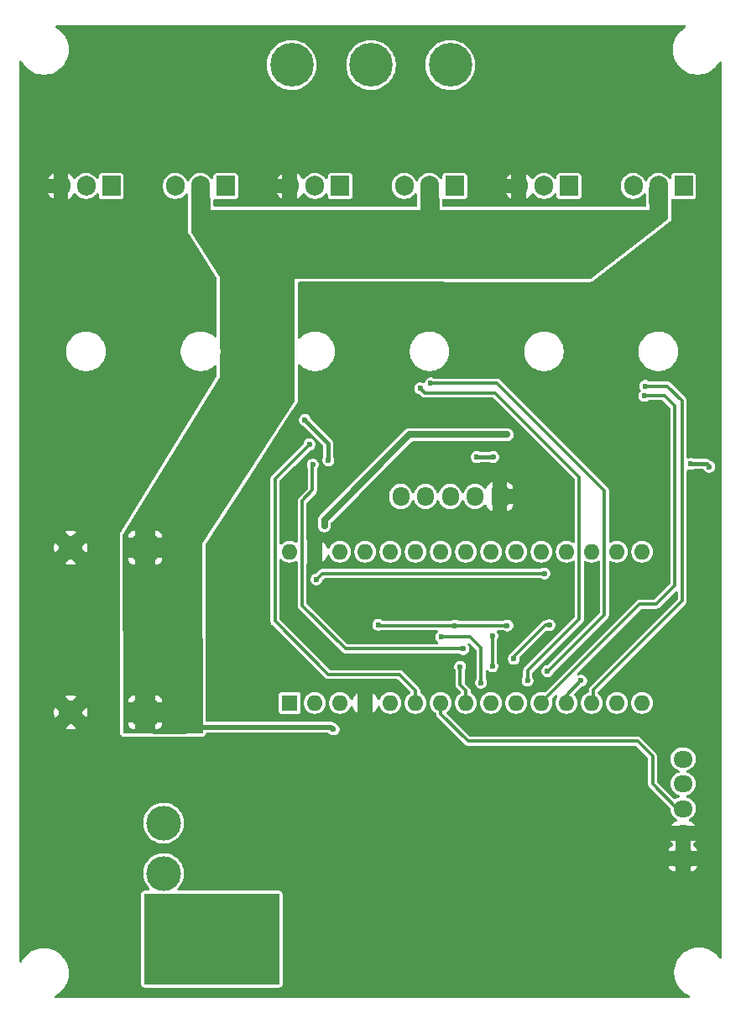
<source format=gbr>
%TF.GenerationSoftware,KiCad,Pcbnew,9.0.0*%
%TF.CreationDate,2025-05-24T01:38:51+03:00*%
%TF.ProjectId,Inverter,496e7665-7274-4657-922e-6b696361645f,rev?*%
%TF.SameCoordinates,Original*%
%TF.FileFunction,Copper,L2,Bot*%
%TF.FilePolarity,Positive*%
%FSLAX46Y46*%
G04 Gerber Fmt 4.6, Leading zero omitted, Abs format (unit mm)*
G04 Created by KiCad (PCBNEW 9.0.0) date 2025-05-24 01:38:51*
%MOMM*%
%LPD*%
G01*
G04 APERTURE LIST*
G04 Aperture macros list*
%AMRoundRect*
0 Rectangle with rounded corners*
0 $1 Rounding radius*
0 $2 $3 $4 $5 $6 $7 $8 $9 X,Y pos of 4 corners*
0 Add a 4 corners polygon primitive as box body*
4,1,4,$2,$3,$4,$5,$6,$7,$8,$9,$2,$3,0*
0 Add four circle primitives for the rounded corners*
1,1,$1+$1,$2,$3*
1,1,$1+$1,$4,$5*
1,1,$1+$1,$6,$7*
1,1,$1+$1,$8,$9*
0 Add four rect primitives between the rounded corners*
20,1,$1+$1,$2,$3,$4,$5,0*
20,1,$1+$1,$4,$5,$6,$7,0*
20,1,$1+$1,$6,$7,$8,$9,0*
20,1,$1+$1,$8,$9,$2,$3,0*%
G04 Aperture macros list end*
%TA.AperFunction,ComponentPad*%
%ADD10RoundRect,0.250000X0.600000X0.725000X-0.600000X0.725000X-0.600000X-0.725000X0.600000X-0.725000X0*%
%TD*%
%TA.AperFunction,ComponentPad*%
%ADD11O,1.700000X1.950000*%
%TD*%
%TA.AperFunction,ComponentPad*%
%ADD12R,2.400000X2.400000*%
%TD*%
%TA.AperFunction,ComponentPad*%
%ADD13C,2.400000*%
%TD*%
%TA.AperFunction,ComponentPad*%
%ADD14C,3.500000*%
%TD*%
%TA.AperFunction,ComponentPad*%
%ADD15R,1.600000X1.600000*%
%TD*%
%TA.AperFunction,ComponentPad*%
%ADD16O,1.600000X1.600000*%
%TD*%
%TA.AperFunction,ComponentPad*%
%ADD17C,4.400000*%
%TD*%
%TA.AperFunction,ComponentPad*%
%ADD18RoundRect,1.500000X1.500000X1.500000X-1.500000X1.500000X-1.500000X-1.500000X1.500000X-1.500000X0*%
%TD*%
%TA.AperFunction,ComponentPad*%
%ADD19C,6.000000*%
%TD*%
%TA.AperFunction,ComponentPad*%
%ADD20RoundRect,0.250000X0.725000X-0.600000X0.725000X0.600000X-0.725000X0.600000X-0.725000X-0.600000X0*%
%TD*%
%TA.AperFunction,ComponentPad*%
%ADD21O,1.950000X1.700000*%
%TD*%
%TA.AperFunction,ComponentPad*%
%ADD22R,1.905000X2.000000*%
%TD*%
%TA.AperFunction,ComponentPad*%
%ADD23O,1.905000X2.000000*%
%TD*%
%TA.AperFunction,ViaPad*%
%ADD24C,0.600000*%
%TD*%
%TA.AperFunction,Conductor*%
%ADD25C,0.300000*%
%TD*%
%TA.AperFunction,Conductor*%
%ADD26C,0.400000*%
%TD*%
%TA.AperFunction,Conductor*%
%ADD27C,0.700000*%
%TD*%
%TA.AperFunction,Conductor*%
%ADD28C,0.500000*%
%TD*%
G04 APERTURE END LIST*
D10*
%TO.P,J3,1,Pin_1*%
%TO.N,GND*%
X152800000Y-91375000D03*
D11*
%TO.P,J3,2,Pin_2*%
%TO.N,Net-(J3-Pin_2)*%
X150300000Y-91375000D03*
%TO.P,J3,3,Pin_3*%
%TO.N,Net-(J3-Pin_3)*%
X147800000Y-91375000D03*
%TO.P,J3,4,Pin_4*%
%TO.N,Net-(J3-Pin_4)*%
X145300000Y-91375000D03*
%TO.P,J3,5,Pin_5*%
%TO.N,+5V_Fuse*%
X142800000Y-91375000D03*
%TD*%
D12*
%TO.P,C6,1*%
%TO.N,+33V*%
X117012755Y-113125000D03*
D13*
%TO.P,C6,2*%
%TO.N,GND*%
X109512755Y-113125000D03*
%TD*%
D14*
%TO.P,F2,1*%
%TO.N,+33V*%
X118875000Y-124275000D03*
X118875000Y-129355000D03*
%TO.P,F2,2*%
%TO.N,/Vin*%
X118875000Y-133415000D03*
X118875000Y-138495000D03*
%TD*%
D15*
%TO.P,A1,1,D1/TX*%
%TO.N,unconnected-(A1-D1{slash}TX-Pad1)*%
X131600000Y-112165000D03*
D16*
%TO.P,A1,2,D0/RX*%
%TO.N,unconnected-(A1-D0{slash}RX-Pad2)*%
X134140000Y-112165000D03*
%TO.P,A1,3,~{RESET}*%
%TO.N,unconnected-(A1-~{RESET}-Pad3)*%
X136680000Y-112165000D03*
%TO.P,A1,4,GND*%
%TO.N,GND*%
X139220000Y-112165000D03*
%TO.P,A1,5,D2*%
%TO.N,unconnected-(A1-D2-Pad5)*%
X141760000Y-112165000D03*
%TO.P,A1,6,D3*%
%TO.N,/PWM_W*%
X144300000Y-112165000D03*
%TO.P,A1,7,D4*%
%TO.N,/CWR*%
X146840000Y-112165000D03*
%TO.P,A1,8,D5*%
%TO.N,/HAL_U*%
X149380000Y-112165000D03*
%TO.P,A1,9,D6*%
%TO.N,/HAL_V*%
X151920000Y-112165000D03*
%TO.P,A1,10,D7*%
%TO.N,/HAL_W*%
X154460000Y-112165000D03*
%TO.P,A1,11,D8*%
%TO.N,/IN_U*%
X157000000Y-112165000D03*
%TO.P,A1,12,D9*%
%TO.N,/PWM_V*%
X159540000Y-112165000D03*
%TO.P,A1,13,D10*%
%TO.N,/PWM_U*%
X162080000Y-112165000D03*
%TO.P,A1,14,D11*%
%TO.N,/IN_V*%
X164620000Y-112165000D03*
%TO.P,A1,15,D12*%
%TO.N,/IN_W*%
X167160000Y-112165000D03*
%TO.P,A1,16,D13*%
%TO.N,unconnected-(A1-D13-Pad16)*%
X167160000Y-96925000D03*
%TO.P,A1,17,3V3*%
%TO.N,unconnected-(A1-3V3-Pad17)*%
X164620000Y-96925000D03*
%TO.P,A1,18,AREF*%
%TO.N,unconnected-(A1-AREF-Pad18)*%
X162080000Y-96925000D03*
%TO.P,A1,19,A0*%
%TO.N,/Vbatt*%
X159540000Y-96925000D03*
%TO.P,A1,20,A1*%
%TO.N,/Cur_U*%
X157000000Y-96925000D03*
%TO.P,A1,21,A2*%
%TO.N,/Cur_V*%
X154460000Y-96925000D03*
%TO.P,A1,22,A3*%
%TO.N,/Cur_W*%
X151920000Y-96925000D03*
%TO.P,A1,23,A4*%
%TO.N,unconnected-(A1-A4-Pad23)*%
X149380000Y-96925000D03*
%TO.P,A1,24,A5*%
%TO.N,unconnected-(A1-A5-Pad24)*%
X146840000Y-96925000D03*
%TO.P,A1,25,A6*%
%TO.N,/POT*%
X144300000Y-96925000D03*
%TO.P,A1,26,A7*%
%TO.N,unconnected-(A1-A7-Pad26)*%
X141760000Y-96925000D03*
%TO.P,A1,27,+5V*%
%TO.N,+5V*%
X139220000Y-96925000D03*
%TO.P,A1,28,~{RESET}*%
%TO.N,unconnected-(A1-~{RESET}-Pad28)*%
X136680000Y-96925000D03*
%TO.P,A1,29,GND*%
%TO.N,GND*%
X134140000Y-96925000D03*
%TO.P,A1,30,VIN*%
%TO.N,Net-(A1-VIN)*%
X131600000Y-96925000D03*
%TD*%
D17*
%TO.P,V1,1,1*%
%TO.N,/V_OUT*%
X139800000Y-47875000D03*
%TD*%
%TO.P,W1,1,1*%
%TO.N,/W_OUT*%
X131800000Y-47875000D03*
%TD*%
D18*
%TO.P,J1,1,Pin_1*%
%TO.N,GND*%
X134750000Y-135625000D03*
D19*
%TO.P,J1,2,Pin_2*%
%TO.N,/Vin*%
X127550000Y-135625000D03*
%TD*%
D12*
%TO.P,C5,1*%
%TO.N,+33V*%
X117012755Y-96525000D03*
D13*
%TO.P,C5,2*%
%TO.N,GND*%
X109512755Y-96525000D03*
%TD*%
D20*
%TO.P,J2,1,Pin_1*%
%TO.N,GND*%
X171275000Y-127825000D03*
D21*
%TO.P,J2,2,Pin_2*%
X171275000Y-125325000D03*
%TO.P,J2,3,Pin_3*%
%TO.N,/CWR*%
X171275000Y-122825000D03*
%TO.P,J2,4,Pin_4*%
%TO.N,/POT*%
X171275000Y-120325000D03*
%TO.P,J2,5,Pin_5*%
%TO.N,+5V_Fuse*%
X171275000Y-117825000D03*
%TD*%
D17*
%TO.P,U2,1,1*%
%TO.N,/U_OUT*%
X147800000Y-47875000D03*
%TD*%
D22*
%TO.P,Q1,1,G*%
%TO.N,Net-(D9-A)*%
X171340000Y-60070000D03*
D23*
%TO.P,Q1,2,D*%
%TO.N,+33V*%
X168800000Y-60070000D03*
%TO.P,Q1,3,S*%
%TO.N,/U_IN*%
X166260000Y-60070000D03*
%TD*%
D22*
%TO.P,Q5,1,G*%
%TO.N,Net-(D13-A)*%
X125140000Y-60070000D03*
D23*
%TO.P,Q5,2,D*%
%TO.N,+33V*%
X122600000Y-60070000D03*
%TO.P,Q5,3,S*%
%TO.N,/W_IN*%
X120060000Y-60070000D03*
%TD*%
D22*
%TO.P,Q3,1,G*%
%TO.N,Net-(D11-A)*%
X148240000Y-60070000D03*
D23*
%TO.P,Q3,2,D*%
%TO.N,+33V*%
X145700000Y-60070000D03*
%TO.P,Q3,3,S*%
%TO.N,/V_IN*%
X143160000Y-60070000D03*
%TD*%
D22*
%TO.P,Q4,1,G*%
%TO.N,Net-(D12-A)*%
X136690000Y-60070000D03*
D23*
%TO.P,Q4,2,D*%
%TO.N,/V_IN*%
X134150000Y-60070000D03*
%TO.P,Q4,3,S*%
%TO.N,GND*%
X131610000Y-60070000D03*
%TD*%
D22*
%TO.P,Q2,1,G*%
%TO.N,Net-(D10-A)*%
X159790000Y-60070000D03*
D23*
%TO.P,Q2,2,D*%
%TO.N,/U_IN*%
X157250000Y-60070000D03*
%TO.P,Q2,3,S*%
%TO.N,GND*%
X154710000Y-60070000D03*
%TD*%
D22*
%TO.P,Q6,1,G*%
%TO.N,Net-(D14-A)*%
X113590000Y-60070000D03*
D23*
%TO.P,Q6,2,D*%
%TO.N,/W_IN*%
X111050000Y-60070000D03*
%TO.P,Q6,3,S*%
%TO.N,GND*%
X108510000Y-60070000D03*
%TD*%
D24*
%TO.N,/IN_U*%
X167400000Y-81210000D03*
%TO.N,/IN_W*%
X133934314Y-88159314D03*
X149100000Y-106730000D03*
%TO.N,/PWM_U*%
X167480000Y-80230000D03*
%TO.N,/IN_V*%
X145825000Y-79975000D03*
X157600000Y-108980000D03*
%TO.N,/PWM_V*%
X161000000Y-109930000D03*
X144762500Y-80462500D03*
X155600000Y-109930000D03*
%TO.N,+5V*%
X152125000Y-87375000D03*
X172052188Y-88082188D03*
X135500000Y-87725000D03*
X133137500Y-83662500D03*
X150475000Y-87375000D03*
X173930331Y-88360331D03*
%TO.N,GND*%
X110000000Y-129425000D03*
X127525000Y-55000000D03*
X137450000Y-105025000D03*
X129850000Y-127750000D03*
X157425000Y-90000000D03*
X169950000Y-105050000D03*
X124950000Y-109925000D03*
X167500000Y-87475000D03*
X155000000Y-120050000D03*
X170100000Y-57550000D03*
X162550000Y-140800000D03*
X107475000Y-87500000D03*
X155000000Y-77500000D03*
X147525000Y-137275000D03*
X110025000Y-82525000D03*
X142475000Y-132525000D03*
X115025000Y-135000000D03*
X153400000Y-75950000D03*
X144100000Y-89530000D03*
X172050000Y-80300000D03*
X171550000Y-56775000D03*
X106025000Y-103075000D03*
X162525000Y-137475000D03*
X159900000Y-114830000D03*
X137500000Y-108325000D03*
X132100000Y-57500000D03*
X106050000Y-106875000D03*
X134925000Y-127700000D03*
X106050000Y-101950000D03*
X169925000Y-73825000D03*
X167100000Y-56300000D03*
X172650000Y-107725000D03*
X140900000Y-118530000D03*
X142500000Y-110330000D03*
X147550000Y-70625000D03*
X160000000Y-119975000D03*
X143950000Y-56250000D03*
X127450000Y-129950000D03*
X147500000Y-72475000D03*
X137500000Y-127725000D03*
X149975000Y-72500000D03*
X135150000Y-79325000D03*
X110000000Y-84975000D03*
X136500000Y-94525000D03*
X172525000Y-110050000D03*
X168850000Y-95000000D03*
X130000000Y-57500000D03*
X140000000Y-139975000D03*
X150100000Y-79150000D03*
X124975000Y-112375000D03*
X147600000Y-110330000D03*
X147500000Y-132525000D03*
X107500000Y-70075000D03*
X167600000Y-85025000D03*
X154950000Y-57525000D03*
X172525000Y-105025000D03*
X170025000Y-135000000D03*
X110025000Y-80000000D03*
X106025000Y-104275000D03*
X172500000Y-97500000D03*
X147500000Y-79125000D03*
X132325000Y-105050000D03*
X147500000Y-74950000D03*
X166300000Y-140775000D03*
X127075000Y-60000000D03*
X139900000Y-129925000D03*
X164925000Y-87500000D03*
X124975000Y-122450000D03*
X165025000Y-127450000D03*
X109975000Y-132525000D03*
X172450000Y-100000000D03*
X153400000Y-71000000D03*
X172200000Y-82500000D03*
X110025000Y-87500000D03*
X124925000Y-102475000D03*
X124975000Y-129950000D03*
X112350000Y-137625000D03*
X155050000Y-103625000D03*
X110000000Y-137600000D03*
X150050000Y-70625000D03*
X125000000Y-57500000D03*
X132350000Y-120050000D03*
X146500000Y-86325000D03*
X172025000Y-72425000D03*
X139900000Y-108325000D03*
X167525000Y-127450000D03*
X106075000Y-107975000D03*
X153591384Y-134930342D03*
X137450000Y-139975000D03*
X169975000Y-79275000D03*
X126100000Y-94125000D03*
X172500000Y-52500000D03*
X112550000Y-135050000D03*
X112500000Y-87500000D03*
X107475000Y-57500000D03*
X160000000Y-137475000D03*
X162375000Y-100075000D03*
X166950000Y-105025000D03*
X150000000Y-54925000D03*
X132400000Y-129900000D03*
X148900000Y-86325000D03*
X107500000Y-72450000D03*
X155900000Y-94930000D03*
X172450000Y-92500000D03*
X106025000Y-105575000D03*
X153125000Y-83950000D03*
X124950000Y-107500000D03*
X160000000Y-127500000D03*
X169975000Y-107725000D03*
X107475000Y-52500000D03*
X159975000Y-92500000D03*
X157500000Y-79250000D03*
X152500000Y-127500000D03*
X142400000Y-74950000D03*
X107475000Y-55000000D03*
X129850000Y-129950000D03*
X169300000Y-140775000D03*
X147450000Y-139975000D03*
X172575000Y-132500000D03*
X152500000Y-52525000D03*
X137525000Y-114950000D03*
X154200000Y-110330000D03*
X112400000Y-139975000D03*
X137525000Y-120000000D03*
X139975000Y-114950000D03*
X172075000Y-77100000D03*
X133050000Y-79325000D03*
X172050000Y-74950000D03*
X107475000Y-80025000D03*
X165000000Y-119975000D03*
X168750000Y-99975000D03*
X134300000Y-52475000D03*
X124975000Y-120025000D03*
X142600000Y-135025000D03*
X139900000Y-110325000D03*
X172500000Y-95000000D03*
X167450000Y-92550000D03*
X165000000Y-74975000D03*
X127500000Y-122500000D03*
X152475000Y-54925000D03*
X107475000Y-135050000D03*
X150000000Y-52500000D03*
X127525000Y-120050000D03*
X172450000Y-89975000D03*
X132400000Y-127700000D03*
X137475000Y-110350000D03*
X152500000Y-129950000D03*
X150100000Y-75000000D03*
X114975000Y-137600000D03*
X165000000Y-77900000D03*
X155000000Y-75025000D03*
X157500000Y-114830000D03*
X135000000Y-139950000D03*
X173475000Y-114450000D03*
X132400000Y-139925000D03*
X163800000Y-114875000D03*
X142500000Y-129925000D03*
X120000000Y-72500000D03*
X124975000Y-100100000D03*
X134950000Y-125000000D03*
X143900000Y-86325000D03*
X174500000Y-51325000D03*
X147500000Y-135000000D03*
X142525000Y-114950000D03*
X117475000Y-82500000D03*
X172050000Y-70000000D03*
X158150000Y-84350000D03*
X169375000Y-102600000D03*
X141550000Y-101875000D03*
X142500000Y-140000000D03*
X153425000Y-79000000D03*
X131700000Y-92925000D03*
X148925000Y-83950000D03*
X124975000Y-127750000D03*
X144925000Y-120000000D03*
X108750000Y-105000000D03*
X135100000Y-120125000D03*
X164975000Y-92525000D03*
X168450000Y-86175000D03*
X130025000Y-60025000D03*
X143900000Y-108330000D03*
X120950000Y-56250000D03*
X174500000Y-55000000D03*
X149000000Y-89530000D03*
X132100000Y-54975000D03*
X137475000Y-125000000D03*
X107500000Y-82500000D03*
X170000000Y-132475000D03*
X107475000Y-62500000D03*
X127525000Y-117500000D03*
X157160000Y-140805000D03*
X154975000Y-54925000D03*
X130000000Y-125050000D03*
X128300000Y-90525000D03*
X139975000Y-137425000D03*
X124925000Y-105025000D03*
X147475000Y-129950000D03*
X157850000Y-102975000D03*
X107300000Y-106875000D03*
X145450000Y-127500000D03*
X132100000Y-52475000D03*
X107475000Y-75000000D03*
X131700000Y-86525000D03*
X151800000Y-94730000D03*
X123650000Y-72500000D03*
X142475000Y-127525000D03*
X172225000Y-84950000D03*
X107500000Y-77475000D03*
X114900000Y-87500000D03*
X107450000Y-85025000D03*
X154825000Y-128875000D03*
X130000000Y-52500000D03*
X152475000Y-57525000D03*
X142500000Y-77500000D03*
X172050000Y-78525000D03*
X107300000Y-103100000D03*
X167500000Y-137500000D03*
X129975000Y-54975000D03*
X155000000Y-122500000D03*
X135625000Y-74550000D03*
X124950000Y-97525000D03*
X132400000Y-125050000D03*
X162000000Y-109930000D03*
X134925000Y-129900000D03*
X133250000Y-73675000D03*
X107475000Y-120000000D03*
X107300000Y-104275000D03*
X140000000Y-132550000D03*
X134450000Y-110350000D03*
X173475000Y-126800000D03*
X107300000Y-105575000D03*
X157650000Y-72525000D03*
X137500000Y-129925000D03*
X144925000Y-122500000D03*
X167350000Y-73825000D03*
X124950000Y-125025000D03*
X172550000Y-135000000D03*
X140050000Y-125025000D03*
X127450000Y-127750000D03*
X120000000Y-75025000D03*
X110000000Y-122500000D03*
X150100000Y-77575000D03*
X107450000Y-90000000D03*
X142500000Y-137450000D03*
X110100000Y-140000000D03*
X129800000Y-120050000D03*
X158450000Y-74000000D03*
X130325000Y-107550000D03*
X144950000Y-139950000D03*
X134300000Y-92925000D03*
X150075000Y-59975000D03*
X140000000Y-105025000D03*
X127500000Y-52500000D03*
X127525000Y-125050000D03*
X153600000Y-133775000D03*
X165000000Y-100050000D03*
X147500000Y-57550000D03*
X162475000Y-122450000D03*
X172500000Y-49975000D03*
X124975000Y-117450000D03*
X145025000Y-114950000D03*
X153375000Y-73225000D03*
X128300000Y-92925000D03*
X140000000Y-134950000D03*
X169600000Y-92550000D03*
X165000000Y-137475000D03*
X145000000Y-117030000D03*
X120000000Y-77500000D03*
X115000000Y-139975000D03*
X157475000Y-117525000D03*
X154750000Y-80900000D03*
X123725000Y-79300000D03*
X133800000Y-98625000D03*
X173475000Y-119975000D03*
X152500000Y-120000000D03*
X150000000Y-82475000D03*
X110050000Y-135050000D03*
X169975000Y-70000000D03*
%TO.N,/PWM_W*%
X133597123Y-86109253D03*
%TO.N,+10V*%
X135100000Y-94325000D03*
X144050000Y-85125000D03*
X153550000Y-85125000D03*
%TO.N,+33V*%
X119941384Y-112155342D03*
X120591384Y-114555342D03*
X118900000Y-110225000D03*
X120441384Y-110330342D03*
X118200000Y-110225000D03*
X119941384Y-111455342D03*
X115750000Y-110875000D03*
X117500000Y-110225000D03*
X119941384Y-112780342D03*
X119941384Y-113530342D03*
X117150000Y-110875000D03*
X119250000Y-110875000D03*
X119941384Y-110780342D03*
X120591384Y-111805342D03*
X136020000Y-114850000D03*
X116450000Y-110875000D03*
X120591384Y-111105342D03*
X116800000Y-110225000D03*
X118550000Y-110875000D03*
X120566384Y-113080342D03*
X116100000Y-110225000D03*
X120591384Y-112430342D03*
X119600000Y-110225000D03*
X119941384Y-114205342D03*
X117850000Y-110875000D03*
X120591384Y-113855342D03*
%TO.N,/HAL_U*%
X148800000Y-108530000D03*
X152050000Y-105430000D03*
X152050000Y-108480000D03*
%TO.N,/Vbatt*%
X134300000Y-99725000D03*
X157300000Y-99125000D03*
%TO.N,/POT*%
X154200000Y-107730000D03*
X157800000Y-104330000D03*
%TO.N,/HAL_V*%
X150900000Y-110130000D03*
X146900000Y-105530000D03*
%TO.N,+5V_Fuse*%
X140540002Y-104304998D03*
X153550000Y-104375000D03*
X148300000Y-104375000D03*
%TD*%
D25*
%TO.N,/IN_U*%
X168545000Y-102230000D02*
X166900000Y-102230000D01*
X167400000Y-81210000D02*
X169400000Y-81210000D01*
X169400000Y-81210000D02*
X170430000Y-82240000D01*
X170430000Y-82240000D02*
X170430000Y-100345000D01*
X170430000Y-100345000D02*
X168545000Y-102230000D01*
X166900000Y-102230000D02*
X157000000Y-112130000D01*
%TO.N,/IN_W*%
X137230000Y-106730000D02*
X149100000Y-106730000D01*
X132851000Y-102351000D02*
X137230000Y-106730000D01*
X133900000Y-90725000D02*
X132851000Y-91774000D01*
X133900000Y-88193628D02*
X133900000Y-90725000D01*
X132851000Y-91774000D02*
X132851000Y-102351000D01*
X133934314Y-88159314D02*
X133900000Y-88193628D01*
%TO.N,/PWM_U*%
X171210000Y-101890000D02*
X171210000Y-81720000D01*
X169720000Y-80230000D02*
X167480000Y-80230000D01*
X162240000Y-110860000D02*
X171210000Y-101890000D01*
X171210000Y-81720000D02*
X169720000Y-80230000D01*
X162240000Y-112005000D02*
X162240000Y-110860000D01*
%TO.N,/IN_V*%
X145825000Y-79975000D02*
X145850000Y-79950000D01*
X163369000Y-103261000D02*
X157650000Y-108980000D01*
X145850000Y-79950000D02*
X152525000Y-79950000D01*
X157650000Y-108980000D02*
X157600000Y-108980000D01*
X163369000Y-90794000D02*
X163369000Y-103261000D01*
X152525000Y-79950000D02*
X163369000Y-90794000D01*
%TO.N,/PWM_V*%
X145225000Y-80925000D02*
X144762500Y-80462500D01*
X152300000Y-80925000D02*
X145225000Y-80925000D01*
X159540000Y-111390000D02*
X159540000Y-112165000D01*
X161000000Y-109930000D02*
X159540000Y-111390000D01*
X160829000Y-89454000D02*
X152300000Y-80925000D01*
X155600000Y-109930000D02*
X155600000Y-108930000D01*
X155600000Y-108930000D02*
X160829000Y-103701000D01*
X160829000Y-103701000D02*
X160829000Y-89454000D01*
D26*
%TO.N,+5V*%
X173652188Y-88082188D02*
X172052188Y-88082188D01*
X173930331Y-88360331D02*
X173652188Y-88082188D01*
X135500000Y-87725000D02*
X135500000Y-86025000D01*
X150475000Y-87375000D02*
X152125000Y-87375000D01*
X135500000Y-86025000D02*
X133137500Y-83662500D01*
D25*
X172052188Y-88082188D02*
X172101151Y-88082188D01*
%TO.N,/PWM_W*%
X135500000Y-109325000D02*
X142700000Y-109325000D01*
X133597123Y-86109253D02*
X130100000Y-89606376D01*
X142700000Y-109325000D02*
X144300000Y-110925000D01*
X130100000Y-89606376D02*
X130100000Y-103925000D01*
X130100000Y-103925000D02*
X135500000Y-109325000D01*
X144300000Y-110925000D02*
X144300000Y-112165000D01*
D27*
%TO.N,+10V*%
X135100000Y-93725000D02*
X143700000Y-85125000D01*
X143700000Y-85125000D02*
X153550000Y-85125000D01*
X135100000Y-94325000D02*
X135100000Y-93725000D01*
D28*
%TO.N,+33V*%
X135795000Y-114625000D02*
X121446726Y-114625000D01*
X121446726Y-114625000D02*
X121041384Y-115030342D01*
D25*
X117312755Y-96300000D02*
X117212755Y-96200000D01*
X168850000Y-60120000D02*
X168800000Y-60070000D01*
X117212755Y-95512755D02*
X117212755Y-96200000D01*
D28*
X136020000Y-114850000D02*
X135795000Y-114625000D01*
X117841384Y-115030342D02*
X117262755Y-114451713D01*
X117262755Y-114451713D02*
X117262755Y-112700000D01*
X121041384Y-115030342D02*
X117841384Y-115030342D01*
D25*
%TO.N,/HAL_U*%
X148800000Y-108530000D02*
X148800000Y-110350000D01*
X148800000Y-110350000D02*
X149380000Y-110930000D01*
X152050000Y-108480000D02*
X152050000Y-105430000D01*
X149380000Y-110930000D02*
X149380000Y-112165000D01*
%TO.N,/CWR*%
X166700000Y-116030000D02*
X168200000Y-117530000D01*
X146840000Y-113296370D02*
X149573630Y-116030000D01*
X168200000Y-120330000D02*
X170695000Y-122825000D01*
X170695000Y-122825000D02*
X171275000Y-122825000D01*
X146840000Y-112165000D02*
X146840000Y-113296370D01*
X149573630Y-116030000D02*
X166700000Y-116030000D01*
X168200000Y-117530000D02*
X168200000Y-120330000D01*
%TO.N,/Vbatt*%
X134900000Y-99125000D02*
X134300000Y-99725000D01*
X157300000Y-99125000D02*
X134900000Y-99125000D01*
%TO.N,/POT*%
X157800000Y-104330000D02*
X157400000Y-104330000D01*
X157400000Y-104330000D02*
X154200000Y-107530000D01*
X154200000Y-107530000D02*
X154200000Y-107730000D01*
%TO.N,/HAL_V*%
X150900000Y-110130000D02*
X150900000Y-106630000D01*
X149800000Y-105530000D02*
X146900000Y-105530000D01*
X150900000Y-106630000D02*
X149800000Y-105530000D01*
%TO.N,+5V_Fuse*%
X153550000Y-104375000D02*
X148300000Y-104375000D01*
X148300000Y-104375000D02*
X140610004Y-104375000D01*
X140610004Y-104375000D02*
X140540002Y-104304998D01*
%TD*%
%TA.AperFunction,Conductor*%
%TO.N,GND*%
G36*
X138550000Y-139125000D02*
G01*
X131200000Y-139125000D01*
X131200000Y-132125000D01*
X138550000Y-132125000D01*
X138550000Y-139125000D01*
G37*
%TD.AperFunction*%
%TD*%
%TA.AperFunction,Conductor*%
%TO.N,GND*%
G36*
X171504143Y-43895462D02*
G01*
X171558681Y-43950000D01*
X171578643Y-44024500D01*
X171558681Y-44099000D01*
X171508915Y-44150662D01*
X171297506Y-44283498D01*
X171297500Y-44283502D01*
X171077425Y-44459006D01*
X170878389Y-44658042D01*
X170702885Y-44878116D01*
X170553131Y-45116450D01*
X170431003Y-45370050D01*
X170431001Y-45370056D01*
X170338034Y-45635742D01*
X170338032Y-45635750D01*
X170338030Y-45635757D01*
X170275399Y-45910159D01*
X170243883Y-46189876D01*
X170243883Y-46471357D01*
X170275399Y-46751074D01*
X170338030Y-47025476D01*
X170338034Y-47025492D01*
X170392689Y-47181687D01*
X170431000Y-47291174D01*
X170431003Y-47291183D01*
X170553131Y-47544783D01*
X170702885Y-47783117D01*
X170878389Y-48003191D01*
X171077425Y-48202227D01*
X171297499Y-48377731D01*
X171456388Y-48477567D01*
X171535834Y-48527486D01*
X171789439Y-48649616D01*
X172055125Y-48742583D01*
X172201714Y-48776040D01*
X172329542Y-48805217D01*
X172329545Y-48805217D01*
X172329548Y-48805218D01*
X172609259Y-48836734D01*
X172890741Y-48836734D01*
X173170452Y-48805218D01*
X173170455Y-48805217D01*
X173170457Y-48805217D01*
X173219315Y-48794065D01*
X173444875Y-48742583D01*
X173710561Y-48649616D01*
X173964166Y-48527486D01*
X174202503Y-48377729D01*
X174422574Y-48202228D01*
X174621611Y-48003191D01*
X174797112Y-47783120D01*
X174924338Y-47580641D01*
X174980877Y-47528180D01*
X175056071Y-47511017D01*
X175129772Y-47533751D01*
X175182233Y-47590290D01*
X175199500Y-47659913D01*
X175199500Y-137768781D01*
X175179538Y-137843281D01*
X175125000Y-137897819D01*
X175050500Y-137917781D01*
X174976000Y-137897819D01*
X174934007Y-137861681D01*
X174771611Y-137658043D01*
X174572574Y-137459006D01*
X174511573Y-137410359D01*
X174352500Y-137283502D01*
X174114166Y-137133748D01*
X173860566Y-137011620D01*
X173860563Y-137011619D01*
X173860561Y-137011618D01*
X173594875Y-136918651D01*
X173594863Y-136918648D01*
X173594859Y-136918647D01*
X173320457Y-136856016D01*
X173040741Y-136824500D01*
X172759259Y-136824500D01*
X172479542Y-136856016D01*
X172205140Y-136918647D01*
X172205133Y-136918649D01*
X172205125Y-136918651D01*
X171939442Y-137011617D01*
X171939433Y-137011620D01*
X171685833Y-137133748D01*
X171447499Y-137283502D01*
X171227425Y-137459006D01*
X171028389Y-137658042D01*
X170852885Y-137878116D01*
X170703131Y-138116450D01*
X170581003Y-138370050D01*
X170581001Y-138370056D01*
X170488034Y-138635742D01*
X170488032Y-138635750D01*
X170488030Y-138635757D01*
X170425399Y-138910159D01*
X170393883Y-139189876D01*
X170393883Y-139471357D01*
X170425399Y-139751074D01*
X170478016Y-139981600D01*
X170488034Y-140025492D01*
X170546311Y-140192038D01*
X170581000Y-140291174D01*
X170581003Y-140291183D01*
X170703131Y-140544783D01*
X170852885Y-140783117D01*
X171028389Y-141003191D01*
X171227425Y-141202227D01*
X171447499Y-141377731D01*
X171566859Y-141452729D01*
X171685834Y-141527486D01*
X171922080Y-141641256D01*
X171980541Y-141691565D01*
X172006014Y-141764365D01*
X171991675Y-141840149D01*
X171941366Y-141898610D01*
X171868566Y-141924083D01*
X171857431Y-141924500D01*
X107998308Y-141924500D01*
X107923808Y-141904538D01*
X107869270Y-141850000D01*
X107849308Y-141775500D01*
X107869270Y-141701000D01*
X107923808Y-141646462D01*
X107933659Y-141641256D01*
X108014166Y-141602486D01*
X108252503Y-141452729D01*
X108472574Y-141277228D01*
X108671611Y-141078191D01*
X108847112Y-140858120D01*
X108996869Y-140619783D01*
X109118999Y-140366178D01*
X109211966Y-140100492D01*
X109274601Y-139826069D01*
X109306117Y-139546358D01*
X109306117Y-139264876D01*
X109274601Y-138985165D01*
X109257481Y-138910159D01*
X109211969Y-138710757D01*
X109211966Y-138710742D01*
X109118999Y-138445056D01*
X108996869Y-138191451D01*
X108886042Y-138015070D01*
X108847113Y-137953115D01*
X108847111Y-137953113D01*
X108803016Y-137897819D01*
X108671611Y-137733043D01*
X108472574Y-137534006D01*
X108252500Y-137358502D01*
X108014166Y-137208748D01*
X107760566Y-137086620D01*
X107760563Y-137086619D01*
X107760561Y-137086618D01*
X107494875Y-136993651D01*
X107494863Y-136993648D01*
X107494859Y-136993647D01*
X107220457Y-136931016D01*
X106940741Y-136899500D01*
X106659259Y-136899500D01*
X106379542Y-136931016D01*
X106105140Y-136993647D01*
X106105133Y-136993649D01*
X106105125Y-136993651D01*
X105839442Y-137086617D01*
X105839433Y-137086620D01*
X105585833Y-137208748D01*
X105347499Y-137358502D01*
X105127425Y-137534006D01*
X104928389Y-137733042D01*
X104752889Y-137953113D01*
X104752886Y-137953115D01*
X104603131Y-138191450D01*
X104583744Y-138231709D01*
X104533434Y-138290170D01*
X104460634Y-138315643D01*
X104384851Y-138301304D01*
X104326390Y-138250994D01*
X104300917Y-138178194D01*
X104300500Y-138167060D01*
X104300500Y-131523992D01*
X116594500Y-131523992D01*
X116594500Y-140426007D01*
X116604906Y-140505055D01*
X116604910Y-140505075D01*
X116624870Y-140579567D01*
X116624876Y-140579587D01*
X116639042Y-140619783D01*
X116640492Y-140623898D01*
X116703941Y-140716521D01*
X116758479Y-140771059D01*
X116794172Y-140801639D01*
X116895432Y-140850129D01*
X116952323Y-140865372D01*
X116969924Y-140870089D01*
X116969926Y-140870089D01*
X116969932Y-140870091D01*
X116969937Y-140870091D01*
X116969944Y-140870093D01*
X117048992Y-140880499D01*
X117049000Y-140880500D01*
X130451000Y-140880500D01*
X130467906Y-140878274D01*
X130530055Y-140870093D01*
X130530059Y-140870092D01*
X130530068Y-140870091D01*
X130604568Y-140850129D01*
X130604573Y-140850126D01*
X130604587Y-140850123D01*
X130625726Y-140842673D01*
X130648898Y-140834508D01*
X130741521Y-140771059D01*
X130796059Y-140716521D01*
X130826639Y-140680828D01*
X130875129Y-140579568D01*
X130895091Y-140505068D01*
X130905500Y-140426000D01*
X130905500Y-139125000D01*
X131200000Y-139125000D01*
X133178570Y-139125000D01*
X134000000Y-139125000D01*
X135500000Y-139125000D01*
X136321430Y-139125000D01*
X138550000Y-139125000D01*
X138550000Y-132125000D01*
X131200000Y-132125000D01*
X131200000Y-139125000D01*
X130905500Y-139125000D01*
X130905500Y-131524000D01*
X130895091Y-131444932D01*
X130875129Y-131370432D01*
X130875128Y-131370430D01*
X130875123Y-131370412D01*
X130859509Y-131326106D01*
X130859508Y-131326102D01*
X130796059Y-131233479D01*
X130741521Y-131178941D01*
X130705828Y-131148361D01*
X130637185Y-131115490D01*
X130604569Y-131099871D01*
X130530075Y-131079910D01*
X130530055Y-131079906D01*
X130451007Y-131069500D01*
X130451000Y-131069500D01*
X120420064Y-131069500D01*
X120345564Y-131049538D01*
X120291026Y-130995000D01*
X120271064Y-130920500D01*
X120291026Y-130846000D01*
X120314705Y-130815141D01*
X120419956Y-130709890D01*
X120583587Y-130496641D01*
X120717984Y-130263859D01*
X120820847Y-130015526D01*
X120890416Y-129755891D01*
X120925500Y-129489397D01*
X120925500Y-129220603D01*
X120890416Y-128954109D01*
X120820847Y-128694474D01*
X120771359Y-128575000D01*
X169810218Y-128575000D01*
X169810493Y-128577696D01*
X169865642Y-128744121D01*
X169957680Y-128893340D01*
X170081659Y-129017319D01*
X170230878Y-129109357D01*
X170397302Y-129164505D01*
X170397311Y-129164507D01*
X170500015Y-129174999D01*
X170525000Y-129174999D01*
X172025000Y-129174999D01*
X172049974Y-129174999D01*
X172152696Y-129164505D01*
X172319121Y-129109357D01*
X172468340Y-129017319D01*
X172592319Y-128893340D01*
X172684357Y-128744121D01*
X172739506Y-128577696D01*
X172739781Y-128575000D01*
X172025000Y-128575000D01*
X172025000Y-129174999D01*
X170525000Y-129174999D01*
X170525000Y-128575000D01*
X169810218Y-128575000D01*
X120771359Y-128575000D01*
X120717984Y-128446141D01*
X120583587Y-128213359D01*
X120419956Y-128000110D01*
X120229890Y-127810044D01*
X120167883Y-127762465D01*
X170800000Y-127762465D01*
X170800000Y-127887535D01*
X170832370Y-128008343D01*
X170894905Y-128116657D01*
X170983343Y-128205095D01*
X171091657Y-128267630D01*
X171212465Y-128300000D01*
X171337535Y-128300000D01*
X171458343Y-128267630D01*
X171566657Y-128205095D01*
X171655095Y-128116657D01*
X171717630Y-128008343D01*
X171750000Y-127887535D01*
X171750000Y-127762465D01*
X171717630Y-127641657D01*
X171655095Y-127533343D01*
X171566657Y-127444905D01*
X171458343Y-127382370D01*
X171337535Y-127350000D01*
X171212465Y-127350000D01*
X171091657Y-127382370D01*
X170983343Y-127444905D01*
X170894905Y-127533343D01*
X170832370Y-127641657D01*
X170800000Y-127762465D01*
X120167883Y-127762465D01*
X120165227Y-127760427D01*
X120016643Y-127646414D01*
X119783863Y-127512018D01*
X119783861Y-127512017D01*
X119783859Y-127512016D01*
X119621839Y-127444905D01*
X119535529Y-127409154D01*
X119535527Y-127409153D01*
X119535526Y-127409153D01*
X119405708Y-127374368D01*
X119275888Y-127339583D01*
X119275875Y-127339581D01*
X119009402Y-127304500D01*
X119009397Y-127304500D01*
X118740603Y-127304500D01*
X118740597Y-127304500D01*
X118474124Y-127339581D01*
X118474111Y-127339583D01*
X118214470Y-127409154D01*
X117966136Y-127512018D01*
X117733356Y-127646414D01*
X117520108Y-127810045D01*
X117330045Y-128000108D01*
X117166414Y-128213356D01*
X117032018Y-128446136D01*
X116929154Y-128694470D01*
X116859583Y-128954111D01*
X116859581Y-128954124D01*
X116824500Y-129220597D01*
X116824500Y-129489402D01*
X116859581Y-129755875D01*
X116859583Y-129755888D01*
X116929154Y-130015529D01*
X117032018Y-130263863D01*
X117166414Y-130496643D01*
X117330045Y-130709891D01*
X117435295Y-130815141D01*
X117473859Y-130881936D01*
X117473859Y-130959064D01*
X117435295Y-131025859D01*
X117368500Y-131064423D01*
X117329936Y-131069500D01*
X117048992Y-131069500D01*
X116969944Y-131079906D01*
X116969924Y-131079910D01*
X116895432Y-131099870D01*
X116895412Y-131099876D01*
X116851106Y-131115490D01*
X116851099Y-131115493D01*
X116758476Y-131178943D01*
X116703942Y-131233477D01*
X116673361Y-131269172D01*
X116624871Y-131370430D01*
X116604910Y-131444924D01*
X116604906Y-131444944D01*
X116594500Y-131523992D01*
X104300500Y-131523992D01*
X104300500Y-127074999D01*
X169810218Y-127074999D01*
X169810219Y-127075000D01*
X170525000Y-127075000D01*
X172025000Y-127075000D01*
X172739781Y-127075000D01*
X172739781Y-127074999D01*
X172739506Y-127072303D01*
X172684357Y-126905878D01*
X172592319Y-126756659D01*
X172468340Y-126632680D01*
X172468336Y-126632677D01*
X172339989Y-126553513D01*
X172287060Y-126497413D01*
X172269272Y-126422364D01*
X172291392Y-126348476D01*
X172312851Y-126321337D01*
X172429714Y-126204474D01*
X172429722Y-126204464D01*
X172523784Y-126075000D01*
X172025000Y-126075000D01*
X172025000Y-127075000D01*
X170525000Y-127075000D01*
X170525000Y-126075000D01*
X170026216Y-126075000D01*
X170120277Y-126204464D01*
X170120279Y-126204467D01*
X170237149Y-126321337D01*
X170275713Y-126388132D01*
X170275713Y-126465260D01*
X170237149Y-126532055D01*
X170210011Y-126553513D01*
X170081659Y-126632680D01*
X169957680Y-126756659D01*
X169865642Y-126905878D01*
X169810493Y-127072303D01*
X169810218Y-127074999D01*
X104300500Y-127074999D01*
X104300500Y-124140597D01*
X116824500Y-124140597D01*
X116824500Y-124409402D01*
X116859581Y-124675875D01*
X116859583Y-124675888D01*
X116859584Y-124675891D01*
X116929153Y-124935526D01*
X117014535Y-125141657D01*
X117032018Y-125183863D01*
X117166414Y-125416643D01*
X117236778Y-125508343D01*
X117330044Y-125629890D01*
X117520110Y-125819956D01*
X117733359Y-125983587D01*
X117966141Y-126117984D01*
X118214474Y-126220847D01*
X118474109Y-126290416D01*
X118740603Y-126325500D01*
X119009397Y-126325500D01*
X119275891Y-126290416D01*
X119535526Y-126220847D01*
X119783859Y-126117984D01*
X120016641Y-125983587D01*
X120229890Y-125819956D01*
X120419956Y-125629890D01*
X120583587Y-125416641D01*
X120672601Y-125262465D01*
X170800000Y-125262465D01*
X170800000Y-125387535D01*
X170832370Y-125508343D01*
X170894905Y-125616657D01*
X170983343Y-125705095D01*
X171091657Y-125767630D01*
X171212465Y-125800000D01*
X171337535Y-125800000D01*
X171458343Y-125767630D01*
X171566657Y-125705095D01*
X171655095Y-125616657D01*
X171717630Y-125508343D01*
X171750000Y-125387535D01*
X171750000Y-125262465D01*
X171717630Y-125141657D01*
X171655095Y-125033343D01*
X171566657Y-124944905D01*
X171458343Y-124882370D01*
X171337535Y-124850000D01*
X171212465Y-124850000D01*
X171091657Y-124882370D01*
X170983343Y-124944905D01*
X170894905Y-125033343D01*
X170832370Y-125141657D01*
X170800000Y-125262465D01*
X120672601Y-125262465D01*
X120717984Y-125183859D01*
X120820847Y-124935526D01*
X120890416Y-124675891D01*
X120925500Y-124409397D01*
X120925500Y-124140603D01*
X120890416Y-123874109D01*
X120820847Y-123614474D01*
X120717984Y-123366141D01*
X120583587Y-123133359D01*
X120419956Y-122920110D01*
X120229890Y-122730044D01*
X120165227Y-122680427D01*
X120016643Y-122566414D01*
X119783863Y-122432018D01*
X119783861Y-122432017D01*
X119783859Y-122432016D01*
X119638392Y-122371761D01*
X119535529Y-122329154D01*
X119535527Y-122329153D01*
X119535526Y-122329153D01*
X119405708Y-122294368D01*
X119275888Y-122259583D01*
X119275875Y-122259581D01*
X119009402Y-122224500D01*
X119009397Y-122224500D01*
X118740603Y-122224500D01*
X118740597Y-122224500D01*
X118474124Y-122259581D01*
X118474111Y-122259583D01*
X118214470Y-122329154D01*
X117966136Y-122432018D01*
X117733356Y-122566414D01*
X117520108Y-122730045D01*
X117330045Y-122920108D01*
X117166414Y-123133356D01*
X117032018Y-123366136D01*
X116929154Y-123614470D01*
X116859583Y-123874111D01*
X116859581Y-123874124D01*
X116824500Y-124140597D01*
X104300500Y-124140597D01*
X104300500Y-114736783D01*
X108961630Y-114736783D01*
X108961630Y-114736784D01*
X108965134Y-114738235D01*
X108965132Y-114738235D01*
X109180392Y-114795913D01*
X109180405Y-114795915D01*
X109401325Y-114824999D01*
X109401331Y-114825000D01*
X109624179Y-114825000D01*
X109624184Y-114824999D01*
X109845104Y-114795915D01*
X109845117Y-114795913D01*
X110060373Y-114738236D01*
X110063878Y-114736783D01*
X109512755Y-114185660D01*
X108961630Y-114736783D01*
X104300500Y-114736783D01*
X104300500Y-113013570D01*
X107812755Y-113013570D01*
X107812755Y-113236429D01*
X107841839Y-113457349D01*
X107841842Y-113457366D01*
X107899515Y-113672610D01*
X107900970Y-113676123D01*
X108452094Y-113124999D01*
X108373104Y-113046009D01*
X108912755Y-113046009D01*
X108912755Y-113203991D01*
X108953644Y-113356591D01*
X109032636Y-113493408D01*
X109144347Y-113605119D01*
X109281164Y-113684111D01*
X109433764Y-113725000D01*
X109591746Y-113725000D01*
X109744346Y-113684111D01*
X109881163Y-113605119D01*
X109992874Y-113493408D01*
X110071866Y-113356591D01*
X110112755Y-113203991D01*
X110112755Y-113124999D01*
X110573415Y-113124999D01*
X110573415Y-113125000D01*
X111124538Y-113676123D01*
X111125991Y-113672618D01*
X111183668Y-113457362D01*
X111183670Y-113457349D01*
X111212754Y-113236429D01*
X111212755Y-113236424D01*
X111212755Y-113013576D01*
X111212754Y-113013570D01*
X111183670Y-112792650D01*
X111183668Y-112792637D01*
X111125990Y-112577378D01*
X111124539Y-112573875D01*
X110573415Y-113124999D01*
X110112755Y-113124999D01*
X110112755Y-113046009D01*
X110071866Y-112893409D01*
X109992874Y-112756592D01*
X109881163Y-112644881D01*
X109744346Y-112565889D01*
X109591746Y-112525000D01*
X109433764Y-112525000D01*
X109281164Y-112565889D01*
X109144347Y-112644881D01*
X109032636Y-112756592D01*
X108953644Y-112893409D01*
X108912755Y-113046009D01*
X108373104Y-113046009D01*
X107900970Y-112573875D01*
X107899520Y-112577377D01*
X107899519Y-112577381D01*
X107841841Y-112792637D01*
X107841839Y-112792650D01*
X107812755Y-113013570D01*
X104300500Y-113013570D01*
X104300500Y-111513215D01*
X108961630Y-111513215D01*
X109512754Y-112064339D01*
X110063878Y-111513215D01*
X110060365Y-111511760D01*
X109845121Y-111454087D01*
X109845104Y-111454084D01*
X109624184Y-111425000D01*
X109401325Y-111425000D01*
X109180405Y-111454084D01*
X109180392Y-111454086D01*
X108965136Y-111511764D01*
X108965132Y-111511765D01*
X108961630Y-111513215D01*
X104300500Y-111513215D01*
X104300500Y-98136783D01*
X108961630Y-98136783D01*
X108961630Y-98136784D01*
X108965134Y-98138235D01*
X108965132Y-98138235D01*
X109180392Y-98195913D01*
X109180405Y-98195915D01*
X109401325Y-98224999D01*
X109401331Y-98225000D01*
X109624179Y-98225000D01*
X109624184Y-98224999D01*
X109845104Y-98195915D01*
X109845117Y-98195913D01*
X110060373Y-98138236D01*
X110063878Y-98136783D01*
X109512755Y-97585660D01*
X108961630Y-98136783D01*
X104300500Y-98136783D01*
X104300500Y-96413570D01*
X107812755Y-96413570D01*
X107812755Y-96636429D01*
X107841839Y-96857349D01*
X107841842Y-96857366D01*
X107899515Y-97072610D01*
X107900970Y-97076123D01*
X108452094Y-96524999D01*
X108373104Y-96446009D01*
X108912755Y-96446009D01*
X108912755Y-96603991D01*
X108953644Y-96756591D01*
X109032636Y-96893408D01*
X109144347Y-97005119D01*
X109281164Y-97084111D01*
X109433764Y-97125000D01*
X109591746Y-97125000D01*
X109744346Y-97084111D01*
X109881163Y-97005119D01*
X109992874Y-96893408D01*
X110071866Y-96756591D01*
X110112755Y-96603991D01*
X110112755Y-96524999D01*
X110573415Y-96524999D01*
X110573415Y-96525000D01*
X111124538Y-97076123D01*
X111125991Y-97072618D01*
X111183668Y-96857362D01*
X111183670Y-96857349D01*
X111212754Y-96636429D01*
X111212755Y-96636424D01*
X111212755Y-96413576D01*
X111212754Y-96413570D01*
X111183670Y-96192650D01*
X111183668Y-96192637D01*
X111125990Y-95977378D01*
X111124539Y-95973875D01*
X110573415Y-96524999D01*
X110112755Y-96524999D01*
X110112755Y-96446009D01*
X110071866Y-96293409D01*
X109992874Y-96156592D01*
X109881163Y-96044881D01*
X109744346Y-95965889D01*
X109591746Y-95925000D01*
X109433764Y-95925000D01*
X109281164Y-95965889D01*
X109144347Y-96044881D01*
X109032636Y-96156592D01*
X108953644Y-96293409D01*
X108912755Y-96446009D01*
X108373104Y-96446009D01*
X107900970Y-95973875D01*
X107899520Y-95977377D01*
X107899519Y-95977381D01*
X107841841Y-96192637D01*
X107841839Y-96192650D01*
X107812755Y-96413570D01*
X104300500Y-96413570D01*
X104300500Y-94913215D01*
X108961630Y-94913215D01*
X109512755Y-95464340D01*
X109681407Y-95295688D01*
X114441263Y-95295688D01*
X114443394Y-96446575D01*
X114443467Y-96486227D01*
X114445851Y-97773410D01*
X114445957Y-97830500D01*
X114460064Y-105450943D01*
X114471852Y-111818191D01*
X114471917Y-111853139D01*
X114471963Y-111877725D01*
X114471963Y-111877728D01*
X114474127Y-113046575D01*
X114474127Y-113046577D01*
X114474200Y-113086226D01*
X114476583Y-114373408D01*
X114476689Y-114430500D01*
X114476689Y-114430501D01*
X114478013Y-115145612D01*
X114485030Y-115210145D01*
X114496202Y-115261360D01*
X114507041Y-115299165D01*
X114507043Y-115299171D01*
X114563651Y-115396126D01*
X114569755Y-115403181D01*
X114609369Y-115448967D01*
X114654069Y-115491176D01*
X114754112Y-115542138D01*
X114821132Y-115561870D01*
X114821133Y-115561870D01*
X114821136Y-115561871D01*
X114907196Y-115574309D01*
X117732779Y-115576386D01*
X117759187Y-115579874D01*
X117759228Y-115579567D01*
X117768907Y-115580841D01*
X117768909Y-115580842D01*
X117768910Y-115580842D01*
X117768911Y-115580842D01*
X121113855Y-115580842D01*
X121113858Y-115580842D01*
X121113859Y-115580842D01*
X121113862Y-115580840D01*
X121118980Y-115580167D01*
X121138536Y-115578891D01*
X122696503Y-115580037D01*
X122700956Y-115580041D01*
X122700956Y-115580040D01*
X122700959Y-115580041D01*
X122766249Y-115573032D01*
X122818029Y-115561745D01*
X122856563Y-115550652D01*
X122953387Y-115493820D01*
X123006119Y-115447982D01*
X123048228Y-115403181D01*
X123098956Y-115303024D01*
X123104876Y-115282745D01*
X123144916Y-115216824D01*
X123212552Y-115179755D01*
X123247906Y-115175500D01*
X135434547Y-115175500D01*
X135509047Y-115195462D01*
X135539906Y-115219142D01*
X135651280Y-115330517D01*
X135651282Y-115330518D01*
X135651284Y-115330520D01*
X135788216Y-115409577D01*
X135940943Y-115450500D01*
X136099057Y-115450500D01*
X136251784Y-115409577D01*
X136388716Y-115330520D01*
X136500520Y-115218716D01*
X136579577Y-115081784D01*
X136620500Y-114929057D01*
X136620500Y-114770943D01*
X136579577Y-114618216D01*
X136500520Y-114481284D01*
X136388716Y-114369480D01*
X136388715Y-114369479D01*
X136243328Y-114285541D01*
X136244225Y-114283985D01*
X136208915Y-114260390D01*
X136133015Y-114184490D01*
X136007485Y-114112016D01*
X135867475Y-114074500D01*
X123277848Y-114074500D01*
X123203348Y-114054538D01*
X123148810Y-114000000D01*
X123128848Y-113925735D01*
X123127558Y-113106228D01*
X123124747Y-111320135D01*
X130499500Y-111320135D01*
X130499500Y-111320136D01*
X130499500Y-111320140D01*
X130499500Y-113009866D01*
X130502414Y-113034989D01*
X130502415Y-113034992D01*
X130547793Y-113137764D01*
X130547794Y-113137765D01*
X130627235Y-113217206D01*
X130730009Y-113262585D01*
X130755135Y-113265500D01*
X132444864Y-113265499D01*
X132444866Y-113265499D01*
X132457427Y-113264042D01*
X132469991Y-113262585D01*
X132572765Y-113217206D01*
X132652206Y-113137765D01*
X132697585Y-113034991D01*
X132700500Y-113009865D01*
X132700499Y-112078389D01*
X133039500Y-112078389D01*
X133039500Y-112251611D01*
X133051137Y-112325086D01*
X133066597Y-112422700D01*
X133085507Y-112480896D01*
X133120127Y-112587445D01*
X133120130Y-112587450D01*
X133198771Y-112741793D01*
X133274740Y-112846354D01*
X133300586Y-112881928D01*
X133423072Y-113004414D01*
X133465159Y-113034992D01*
X133535677Y-113086227D01*
X133563212Y-113106232D01*
X133717555Y-113184873D01*
X133882299Y-113238402D01*
X134053389Y-113265500D01*
X134053393Y-113265500D01*
X134226607Y-113265500D01*
X134226611Y-113265500D01*
X134397701Y-113238402D01*
X134562445Y-113184873D01*
X134716788Y-113106232D01*
X134856928Y-113004414D01*
X134979414Y-112881928D01*
X135081232Y-112741788D01*
X135159873Y-112587445D01*
X135213402Y-112422701D01*
X135240500Y-112251611D01*
X135240500Y-112078389D01*
X135579500Y-112078389D01*
X135579500Y-112251611D01*
X135591137Y-112325086D01*
X135606597Y-112422700D01*
X135625507Y-112480896D01*
X135660127Y-112587445D01*
X135660130Y-112587450D01*
X135738771Y-112741793D01*
X135814740Y-112846354D01*
X135840586Y-112881928D01*
X135963072Y-113004414D01*
X136005159Y-113034992D01*
X136075677Y-113086227D01*
X136103212Y-113106232D01*
X136257555Y-113184873D01*
X136422299Y-113238402D01*
X136593389Y-113265500D01*
X136593393Y-113265500D01*
X136766607Y-113265500D01*
X136766611Y-113265500D01*
X136937701Y-113238402D01*
X137102445Y-113184873D01*
X137256788Y-113106232D01*
X137396928Y-113004414D01*
X137519414Y-112881928D01*
X137621232Y-112741788D01*
X137699873Y-112587445D01*
X137703409Y-112576561D01*
X137745412Y-112511879D01*
X137814133Y-112476861D01*
X137891155Y-112480895D01*
X137955841Y-112522900D01*
X137986823Y-112576560D01*
X138015241Y-112664020D01*
X138015246Y-112664032D01*
X138108143Y-112846354D01*
X138228412Y-113011889D01*
X138373110Y-113156587D01*
X138469999Y-113226981D01*
X138470000Y-113226981D01*
X138470000Y-112099174D01*
X138720000Y-112099174D01*
X138720000Y-112230826D01*
X138754075Y-112357993D01*
X138819901Y-112472007D01*
X138912993Y-112565099D01*
X139027007Y-112630925D01*
X139154174Y-112665000D01*
X139285826Y-112665000D01*
X139412993Y-112630925D01*
X139527007Y-112565099D01*
X139620099Y-112472007D01*
X139685925Y-112357993D01*
X139720000Y-112230826D01*
X139720000Y-112099174D01*
X139685925Y-111972007D01*
X139620099Y-111857993D01*
X139527007Y-111764901D01*
X139412993Y-111699075D01*
X139285826Y-111665000D01*
X139154174Y-111665000D01*
X139027007Y-111699075D01*
X138912993Y-111764901D01*
X138819901Y-111857993D01*
X138754075Y-111972007D01*
X138720000Y-112099174D01*
X138470000Y-112099174D01*
X138470000Y-111103016D01*
X139970000Y-111103016D01*
X139970000Y-113226981D01*
X140066889Y-113156587D01*
X140211587Y-113011889D01*
X140331856Y-112846354D01*
X140424753Y-112664032D01*
X140424755Y-112664028D01*
X140453175Y-112576561D01*
X140495182Y-112511876D01*
X140563903Y-112476860D01*
X140640926Y-112480896D01*
X140705611Y-112522903D01*
X140736589Y-112576557D01*
X140736856Y-112577378D01*
X140740127Y-112587445D01*
X140740130Y-112587450D01*
X140818771Y-112741793D01*
X140894740Y-112846354D01*
X140920586Y-112881928D01*
X141043072Y-113004414D01*
X141085159Y-113034992D01*
X141155677Y-113086227D01*
X141183212Y-113106232D01*
X141337555Y-113184873D01*
X141502299Y-113238402D01*
X141673389Y-113265500D01*
X141673393Y-113265500D01*
X141846607Y-113265500D01*
X141846611Y-113265500D01*
X142017701Y-113238402D01*
X142182445Y-113184873D01*
X142336788Y-113106232D01*
X142476928Y-113004414D01*
X142599414Y-112881928D01*
X142701232Y-112741788D01*
X142779873Y-112587445D01*
X142833402Y-112422701D01*
X142860500Y-112251611D01*
X142860500Y-112078389D01*
X142833402Y-111907299D01*
X142779873Y-111742555D01*
X142701232Y-111588212D01*
X142599414Y-111448072D01*
X142476928Y-111325586D01*
X142469427Y-111320136D01*
X142336793Y-111223771D01*
X142336790Y-111223769D01*
X142336788Y-111223768D01*
X142182445Y-111145127D01*
X142114463Y-111123038D01*
X142017700Y-111091597D01*
X141920086Y-111076137D01*
X141846611Y-111064500D01*
X141673389Y-111064500D01*
X141607037Y-111075009D01*
X141502299Y-111091597D01*
X141348305Y-111141634D01*
X141337555Y-111145127D01*
X141337549Y-111145129D01*
X141337549Y-111145130D01*
X141183206Y-111223771D01*
X141043075Y-111325583D01*
X140920583Y-111448075D01*
X140818771Y-111588206D01*
X140740130Y-111742549D01*
X140740126Y-111742556D01*
X140736589Y-111753444D01*
X140694579Y-111818128D01*
X140625856Y-111853140D01*
X140548834Y-111849101D01*
X140484150Y-111807091D01*
X140453175Y-111753438D01*
X140424755Y-111665971D01*
X140424753Y-111665967D01*
X140331856Y-111483645D01*
X140211587Y-111318110D01*
X140211581Y-111318104D01*
X140066895Y-111173417D01*
X140066889Y-111173412D01*
X139970000Y-111103016D01*
X138470000Y-111103016D01*
X138373110Y-111173412D01*
X138373104Y-111173417D01*
X138228418Y-111318104D01*
X138228412Y-111318110D01*
X138108143Y-111483645D01*
X138015246Y-111665967D01*
X138015242Y-111665976D01*
X137986823Y-111753440D01*
X137944816Y-111818124D01*
X137876094Y-111853139D01*
X137799071Y-111849102D01*
X137734387Y-111807095D01*
X137703409Y-111753438D01*
X137699873Y-111742555D01*
X137621232Y-111588212D01*
X137519414Y-111448072D01*
X137396928Y-111325586D01*
X137389427Y-111320136D01*
X137256793Y-111223771D01*
X137256790Y-111223769D01*
X137256788Y-111223768D01*
X137102445Y-111145127D01*
X137034463Y-111123038D01*
X136937700Y-111091597D01*
X136840086Y-111076137D01*
X136766611Y-111064500D01*
X136593389Y-111064500D01*
X136527037Y-111075009D01*
X136422299Y-111091597D01*
X136268305Y-111141634D01*
X136257555Y-111145127D01*
X136257549Y-111145129D01*
X136257549Y-111145130D01*
X136103206Y-111223771D01*
X135963075Y-111325583D01*
X135840583Y-111448075D01*
X135738771Y-111588206D01*
X135660130Y-111742549D01*
X135660125Y-111742561D01*
X135606597Y-111907299D01*
X135596349Y-111972007D01*
X135579500Y-112078389D01*
X135240500Y-112078389D01*
X135213402Y-111907299D01*
X135159873Y-111742555D01*
X135081232Y-111588212D01*
X134979414Y-111448072D01*
X134856928Y-111325586D01*
X134849427Y-111320136D01*
X134716793Y-111223771D01*
X134716790Y-111223769D01*
X134716788Y-111223768D01*
X134562445Y-111145127D01*
X134494463Y-111123038D01*
X134397700Y-111091597D01*
X134300086Y-111076137D01*
X134226611Y-111064500D01*
X134053389Y-111064500D01*
X133987037Y-111075009D01*
X133882299Y-111091597D01*
X133728305Y-111141634D01*
X133717555Y-111145127D01*
X133717549Y-111145129D01*
X133717549Y-111145130D01*
X133563206Y-111223771D01*
X133423075Y-111325583D01*
X133300583Y-111448075D01*
X133198771Y-111588206D01*
X133120130Y-111742549D01*
X133120125Y-111742561D01*
X133066597Y-111907299D01*
X133056349Y-111972007D01*
X133039500Y-112078389D01*
X132700499Y-112078389D01*
X132700499Y-111320136D01*
X132700263Y-111318104D01*
X132697585Y-111295010D01*
X132697584Y-111295008D01*
X132652206Y-111192235D01*
X132572765Y-111112794D01*
X132572764Y-111112793D01*
X132469994Y-111067416D01*
X132469991Y-111067415D01*
X132469982Y-111067414D01*
X132444865Y-111064500D01*
X132444859Y-111064500D01*
X130755133Y-111064500D01*
X130730010Y-111067414D01*
X130730007Y-111067415D01*
X130627235Y-111112793D01*
X130547793Y-111192235D01*
X130502416Y-111295005D01*
X130502415Y-111295008D01*
X130502415Y-111295009D01*
X130499500Y-111320135D01*
X123124747Y-111320135D01*
X123101011Y-96240018D01*
X123120856Y-96165489D01*
X123124956Y-96158778D01*
X127409519Y-89547067D01*
X129649500Y-89547067D01*
X129649500Y-103984309D01*
X129673321Y-104073212D01*
X129673322Y-104073213D01*
X129680202Y-104098891D01*
X129739506Y-104201607D01*
X129739509Y-104201611D01*
X129739511Y-104201614D01*
X135223386Y-109685489D01*
X135223388Y-109685490D01*
X135223389Y-109685491D01*
X135326115Y-109744800D01*
X135340424Y-109748633D01*
X135350317Y-109751283D01*
X135350324Y-109751287D01*
X135350325Y-109751286D01*
X135374539Y-109757774D01*
X135440691Y-109775500D01*
X142451679Y-109775500D01*
X142526179Y-109795462D01*
X142557038Y-109819141D01*
X143737962Y-111000065D01*
X143776526Y-111066860D01*
X143776526Y-111143988D01*
X143737962Y-111210783D01*
X143720184Y-111225967D01*
X143583076Y-111325583D01*
X143583070Y-111325588D01*
X143460583Y-111448075D01*
X143358771Y-111588206D01*
X143280130Y-111742549D01*
X143280125Y-111742561D01*
X143226597Y-111907299D01*
X143216349Y-111972007D01*
X143199500Y-112078389D01*
X143199500Y-112251611D01*
X143211137Y-112325086D01*
X143226597Y-112422700D01*
X143245507Y-112480896D01*
X143280127Y-112587445D01*
X143280130Y-112587450D01*
X143358771Y-112741793D01*
X143434740Y-112846354D01*
X143460586Y-112881928D01*
X143583072Y-113004414D01*
X143625159Y-113034992D01*
X143695677Y-113086227D01*
X143723212Y-113106232D01*
X143877555Y-113184873D01*
X144042299Y-113238402D01*
X144213389Y-113265500D01*
X144213393Y-113265500D01*
X144386607Y-113265500D01*
X144386611Y-113265500D01*
X144557701Y-113238402D01*
X144722445Y-113184873D01*
X144876788Y-113106232D01*
X145016928Y-113004414D01*
X145139414Y-112881928D01*
X145241232Y-112741788D01*
X145319873Y-112587445D01*
X145373402Y-112422701D01*
X145400500Y-112251611D01*
X145400500Y-112078389D01*
X145739500Y-112078389D01*
X145739500Y-112251611D01*
X145751137Y-112325086D01*
X145766597Y-112422700D01*
X145785507Y-112480896D01*
X145820127Y-112587445D01*
X145820130Y-112587450D01*
X145898771Y-112741793D01*
X145974740Y-112846354D01*
X146000586Y-112881928D01*
X146123072Y-113004414D01*
X146263212Y-113106232D01*
X146300045Y-113124999D01*
X146308143Y-113129125D01*
X146333583Y-113152031D01*
X146360352Y-113173362D01*
X146361648Y-113177300D01*
X146365461Y-113180733D01*
X146388557Y-113245148D01*
X146389500Y-113253489D01*
X146389500Y-113355679D01*
X146406601Y-113419500D01*
X146409482Y-113430254D01*
X146409483Y-113430258D01*
X146420202Y-113470260D01*
X146479506Y-113572977D01*
X146479509Y-113572981D01*
X146479511Y-113572984D01*
X149297016Y-116390490D01*
X149399740Y-116449797D01*
X149399744Y-116449799D01*
X149514321Y-116480500D01*
X166451679Y-116480500D01*
X166526179Y-116500462D01*
X166557038Y-116524141D01*
X167705859Y-117672962D01*
X167744423Y-117739757D01*
X167749500Y-117778321D01*
X167749500Y-120389310D01*
X167773713Y-120479672D01*
X167780202Y-120503891D01*
X167839506Y-120606607D01*
X167839509Y-120606611D01*
X167839511Y-120606614D01*
X169955860Y-122722963D01*
X169994423Y-122789756D01*
X169999500Y-122828320D01*
X169999500Y-122915546D01*
X170027829Y-123094409D01*
X170083789Y-123266639D01*
X170166004Y-123427994D01*
X170272447Y-123574501D01*
X170400499Y-123702553D01*
X170547006Y-123808996D01*
X170588794Y-123830288D01*
X170646111Y-123881897D01*
X170669945Y-123955251D01*
X170653909Y-124030693D01*
X170602300Y-124088010D01*
X170588794Y-124095808D01*
X170442444Y-124170377D01*
X170442443Y-124170378D01*
X170270535Y-124295277D01*
X170270532Y-124295279D01*
X170120279Y-124445532D01*
X170120277Y-124445535D01*
X170026216Y-124575000D01*
X172523783Y-124575000D01*
X172429722Y-124445535D01*
X172429720Y-124445532D01*
X172279467Y-124295279D01*
X172279464Y-124295277D01*
X172107555Y-124170378D01*
X171961205Y-124095808D01*
X171903888Y-124044199D01*
X171880054Y-123970845D01*
X171896090Y-123895403D01*
X171947699Y-123838086D01*
X171961206Y-123830288D01*
X172002994Y-123808996D01*
X172149501Y-123702553D01*
X172277553Y-123574501D01*
X172383996Y-123427994D01*
X172466211Y-123266639D01*
X172522171Y-123094409D01*
X172550500Y-122915546D01*
X172550500Y-122734454D01*
X172522171Y-122555591D01*
X172466211Y-122383361D01*
X172383996Y-122222006D01*
X172277553Y-122075499D01*
X172149501Y-121947447D01*
X172002994Y-121841004D01*
X171922316Y-121799896D01*
X171841638Y-121758788D01*
X171712125Y-121716708D01*
X171647439Y-121674701D01*
X171612423Y-121605980D01*
X171616459Y-121528958D01*
X171658466Y-121464272D01*
X171712125Y-121433292D01*
X171726870Y-121428500D01*
X171841639Y-121391211D01*
X172002994Y-121308996D01*
X172149501Y-121202553D01*
X172277553Y-121074501D01*
X172383996Y-120927994D01*
X172466211Y-120766639D01*
X172522171Y-120594409D01*
X172550500Y-120415546D01*
X172550500Y-120234454D01*
X172522171Y-120055591D01*
X172466211Y-119883361D01*
X172383996Y-119722006D01*
X172277553Y-119575499D01*
X172149501Y-119447447D01*
X172002994Y-119341004D01*
X171922316Y-119299896D01*
X171841638Y-119258788D01*
X171712125Y-119216708D01*
X171647439Y-119174701D01*
X171612423Y-119105980D01*
X171616459Y-119028958D01*
X171658466Y-118964272D01*
X171712125Y-118933292D01*
X171726870Y-118928500D01*
X171841639Y-118891211D01*
X172002994Y-118808996D01*
X172149501Y-118702553D01*
X172277553Y-118574501D01*
X172383996Y-118427994D01*
X172466211Y-118266639D01*
X172522171Y-118094409D01*
X172550500Y-117915546D01*
X172550500Y-117734454D01*
X172522171Y-117555591D01*
X172466211Y-117383361D01*
X172383996Y-117222006D01*
X172277553Y-117075499D01*
X172149501Y-116947447D01*
X172002994Y-116841004D01*
X171841639Y-116758789D01*
X171669409Y-116702829D01*
X171490546Y-116674500D01*
X171059454Y-116674500D01*
X170880591Y-116702829D01*
X170708360Y-116758789D01*
X170547004Y-116841005D01*
X170547003Y-116841005D01*
X170400500Y-116947446D01*
X170400497Y-116947448D01*
X170272448Y-117075497D01*
X170272446Y-117075500D01*
X170166005Y-117222003D01*
X170166005Y-117222004D01*
X170083789Y-117383360D01*
X170083789Y-117383361D01*
X170027829Y-117555591D01*
X169999500Y-117734454D01*
X169999500Y-117915546D01*
X170027829Y-118094409D01*
X170083789Y-118266639D01*
X170166004Y-118427994D01*
X170272447Y-118574501D01*
X170400499Y-118702553D01*
X170547006Y-118808996D01*
X170708361Y-118891211D01*
X170830332Y-118930841D01*
X170837875Y-118933292D01*
X170902560Y-118975299D01*
X170937576Y-119044020D01*
X170933540Y-119121043D01*
X170891533Y-119185728D01*
X170837875Y-119216708D01*
X170708360Y-119258789D01*
X170547004Y-119341005D01*
X170547003Y-119341005D01*
X170400500Y-119447446D01*
X170400497Y-119447448D01*
X170272448Y-119575497D01*
X170272446Y-119575500D01*
X170166005Y-119722003D01*
X170166005Y-119722004D01*
X170083789Y-119883360D01*
X170083789Y-119883361D01*
X170027829Y-120055591D01*
X169999500Y-120234454D01*
X169999500Y-120415546D01*
X170027829Y-120594409D01*
X170083789Y-120766639D01*
X170166004Y-120927994D01*
X170272447Y-121074501D01*
X170400499Y-121202553D01*
X170547006Y-121308996D01*
X170708361Y-121391211D01*
X170830332Y-121430841D01*
X170837875Y-121433292D01*
X170902560Y-121475299D01*
X170937576Y-121544020D01*
X170933540Y-121621043D01*
X170891533Y-121685728D01*
X170837875Y-121716708D01*
X170708360Y-121758789D01*
X170547005Y-121841004D01*
X170534752Y-121849906D01*
X170462745Y-121877542D01*
X170386567Y-121865472D01*
X170341820Y-121834716D01*
X168694141Y-120187037D01*
X168655577Y-120120242D01*
X168650500Y-120081678D01*
X168650500Y-117470691D01*
X168650499Y-117470689D01*
X168619799Y-117356114D01*
X168594731Y-117312696D01*
X168560489Y-117253386D01*
X166976614Y-115669511D01*
X166976611Y-115669509D01*
X166976607Y-115669506D01*
X166873890Y-115610202D01*
X166873887Y-115610201D01*
X166849673Y-115603713D01*
X166759309Y-115579500D01*
X149821952Y-115579500D01*
X149747452Y-115559538D01*
X149716593Y-115535859D01*
X148611234Y-114430500D01*
X147464953Y-113284220D01*
X147426390Y-113217426D01*
X147426390Y-113140298D01*
X147464954Y-113073503D01*
X147482724Y-113058326D01*
X147556928Y-113004414D01*
X147679414Y-112881928D01*
X147781232Y-112741788D01*
X147859873Y-112587445D01*
X147913402Y-112422701D01*
X147940500Y-112251611D01*
X147940500Y-112078389D01*
X147913402Y-111907299D01*
X147859873Y-111742555D01*
X147781232Y-111588212D01*
X147679414Y-111448072D01*
X147556928Y-111325586D01*
X147549427Y-111320136D01*
X147416793Y-111223771D01*
X147416790Y-111223769D01*
X147416788Y-111223768D01*
X147262445Y-111145127D01*
X147194463Y-111123038D01*
X147097700Y-111091597D01*
X147000086Y-111076137D01*
X146926611Y-111064500D01*
X146753389Y-111064500D01*
X146687037Y-111075009D01*
X146582299Y-111091597D01*
X146428305Y-111141634D01*
X146417555Y-111145127D01*
X146417549Y-111145129D01*
X146417549Y-111145130D01*
X146263206Y-111223771D01*
X146123075Y-111325583D01*
X146000583Y-111448075D01*
X145898771Y-111588206D01*
X145820130Y-111742549D01*
X145820125Y-111742561D01*
X145766597Y-111907299D01*
X145756349Y-111972007D01*
X145739500Y-112078389D01*
X145400500Y-112078389D01*
X145373402Y-111907299D01*
X145319873Y-111742555D01*
X145241232Y-111588212D01*
X145139414Y-111448072D01*
X145016928Y-111325586D01*
X144876788Y-111223768D01*
X144876787Y-111223767D01*
X144876784Y-111223765D01*
X144831854Y-111200872D01*
X144774537Y-111149263D01*
X144750704Y-111075909D01*
X144750500Y-111068113D01*
X144750500Y-110865691D01*
X144750499Y-110865687D01*
X144721140Y-110756118D01*
X144721138Y-110756111D01*
X144719799Y-110751113D01*
X144660490Y-110648386D01*
X142976614Y-108964511D01*
X142976611Y-108964509D01*
X142976607Y-108964506D01*
X142873890Y-108905202D01*
X142873887Y-108905201D01*
X142849673Y-108898713D01*
X142759309Y-108874500D01*
X135748321Y-108874500D01*
X135673821Y-108854538D01*
X135642962Y-108830859D01*
X135263044Y-108450941D01*
X148199500Y-108450941D01*
X148199500Y-108609058D01*
X148210465Y-108649981D01*
X148240423Y-108761784D01*
X148319480Y-108898716D01*
X148324363Y-108907173D01*
X148322962Y-108907981D01*
X148348225Y-108968967D01*
X148349500Y-108988417D01*
X148349500Y-110409310D01*
X148357777Y-110440196D01*
X148357777Y-110440202D01*
X148357778Y-110440202D01*
X148370724Y-110488519D01*
X148380201Y-110523889D01*
X148439506Y-110626607D01*
X148439509Y-110626611D01*
X148439511Y-110626614D01*
X148815068Y-111002171D01*
X148853631Y-111068964D01*
X148853631Y-111146092D01*
X148815067Y-111212887D01*
X148797289Y-111228071D01*
X148663075Y-111325583D01*
X148540583Y-111448075D01*
X148438771Y-111588206D01*
X148360130Y-111742549D01*
X148360125Y-111742561D01*
X148306597Y-111907299D01*
X148296349Y-111972007D01*
X148279500Y-112078389D01*
X148279500Y-112251611D01*
X148291137Y-112325086D01*
X148306597Y-112422700D01*
X148325507Y-112480896D01*
X148360127Y-112587445D01*
X148360130Y-112587450D01*
X148438771Y-112741793D01*
X148514740Y-112846354D01*
X148540586Y-112881928D01*
X148663072Y-113004414D01*
X148705159Y-113034992D01*
X148775677Y-113086227D01*
X148803212Y-113106232D01*
X148957555Y-113184873D01*
X149122299Y-113238402D01*
X149293389Y-113265500D01*
X149293393Y-113265500D01*
X149466607Y-113265500D01*
X149466611Y-113265500D01*
X149637701Y-113238402D01*
X149802445Y-113184873D01*
X149956788Y-113106232D01*
X150096928Y-113004414D01*
X150219414Y-112881928D01*
X150321232Y-112741788D01*
X150399873Y-112587445D01*
X150453402Y-112422701D01*
X150480500Y-112251611D01*
X150480500Y-112078389D01*
X150819500Y-112078389D01*
X150819500Y-112251611D01*
X150831137Y-112325086D01*
X150846597Y-112422700D01*
X150865507Y-112480896D01*
X150900127Y-112587445D01*
X150900130Y-112587450D01*
X150978771Y-112741793D01*
X151054740Y-112846354D01*
X151080586Y-112881928D01*
X151203072Y-113004414D01*
X151245159Y-113034992D01*
X151315677Y-113086227D01*
X151343212Y-113106232D01*
X151497555Y-113184873D01*
X151662299Y-113238402D01*
X151833389Y-113265500D01*
X151833393Y-113265500D01*
X152006607Y-113265500D01*
X152006611Y-113265500D01*
X152177701Y-113238402D01*
X152342445Y-113184873D01*
X152496788Y-113106232D01*
X152636928Y-113004414D01*
X152759414Y-112881928D01*
X152861232Y-112741788D01*
X152939873Y-112587445D01*
X152993402Y-112422701D01*
X153020500Y-112251611D01*
X153020500Y-112078389D01*
X153359500Y-112078389D01*
X153359500Y-112251611D01*
X153371137Y-112325086D01*
X153386597Y-112422700D01*
X153405507Y-112480896D01*
X153440127Y-112587445D01*
X153440130Y-112587450D01*
X153518771Y-112741793D01*
X153594740Y-112846354D01*
X153620586Y-112881928D01*
X153743072Y-113004414D01*
X153785159Y-113034992D01*
X153855677Y-113086227D01*
X153883212Y-113106232D01*
X154037555Y-113184873D01*
X154202299Y-113238402D01*
X154373389Y-113265500D01*
X154373393Y-113265500D01*
X154546607Y-113265500D01*
X154546611Y-113265500D01*
X154717701Y-113238402D01*
X154882445Y-113184873D01*
X155036788Y-113106232D01*
X155176928Y-113004414D01*
X155299414Y-112881928D01*
X155401232Y-112741788D01*
X155479873Y-112587445D01*
X155533402Y-112422701D01*
X155560500Y-112251611D01*
X155560500Y-112078389D01*
X155899500Y-112078389D01*
X155899500Y-112251611D01*
X155911137Y-112325086D01*
X155926597Y-112422700D01*
X155945507Y-112480896D01*
X155980127Y-112587445D01*
X155980130Y-112587450D01*
X156058771Y-112741793D01*
X156134740Y-112846354D01*
X156160586Y-112881928D01*
X156283072Y-113004414D01*
X156325159Y-113034992D01*
X156395677Y-113086227D01*
X156423212Y-113106232D01*
X156577555Y-113184873D01*
X156742299Y-113238402D01*
X156913389Y-113265500D01*
X156913393Y-113265500D01*
X157086607Y-113265500D01*
X157086611Y-113265500D01*
X157257701Y-113238402D01*
X157422445Y-113184873D01*
X157576788Y-113106232D01*
X157716928Y-113004414D01*
X157839414Y-112881928D01*
X157941232Y-112741788D01*
X158019873Y-112587445D01*
X158073402Y-112422701D01*
X158100500Y-112251611D01*
X158100500Y-112078389D01*
X158073402Y-111907299D01*
X158063793Y-111877725D01*
X158049235Y-111832920D01*
X158045198Y-111755898D01*
X158080213Y-111687177D01*
X158085564Y-111681537D01*
X158375619Y-111391482D01*
X158442412Y-111352920D01*
X158519540Y-111352920D01*
X158586335Y-111391484D01*
X158624899Y-111458279D01*
X158624899Y-111535407D01*
X158601525Y-111584416D01*
X158598772Y-111588205D01*
X158520130Y-111742549D01*
X158520125Y-111742561D01*
X158466597Y-111907299D01*
X158456349Y-111972007D01*
X158439500Y-112078389D01*
X158439500Y-112251611D01*
X158451137Y-112325086D01*
X158466597Y-112422700D01*
X158485507Y-112480896D01*
X158520127Y-112587445D01*
X158520130Y-112587450D01*
X158598771Y-112741793D01*
X158674740Y-112846354D01*
X158700586Y-112881928D01*
X158823072Y-113004414D01*
X158865159Y-113034992D01*
X158935677Y-113086227D01*
X158963212Y-113106232D01*
X159117555Y-113184873D01*
X159282299Y-113238402D01*
X159453389Y-113265500D01*
X159453393Y-113265500D01*
X159626607Y-113265500D01*
X159626611Y-113265500D01*
X159797701Y-113238402D01*
X159962445Y-113184873D01*
X160116788Y-113106232D01*
X160256928Y-113004414D01*
X160379414Y-112881928D01*
X160481232Y-112741788D01*
X160559873Y-112587445D01*
X160613402Y-112422701D01*
X160640500Y-112251611D01*
X160640500Y-112078389D01*
X160613402Y-111907299D01*
X160559873Y-111742555D01*
X160481232Y-111588212D01*
X160379414Y-111448072D01*
X160354579Y-111423237D01*
X160316016Y-111356442D01*
X160316018Y-111279313D01*
X160354579Y-111212523D01*
X160994404Y-110572699D01*
X161061197Y-110534137D01*
X161077825Y-110530830D01*
X161079057Y-110530500D01*
X161231784Y-110489577D01*
X161368716Y-110410520D01*
X161480520Y-110298716D01*
X161559577Y-110161784D01*
X161600500Y-110009057D01*
X161600500Y-109850943D01*
X161559577Y-109698216D01*
X161480520Y-109561284D01*
X161368716Y-109449480D01*
X161231784Y-109370423D01*
X161079057Y-109329500D01*
X160920943Y-109329500D01*
X160920939Y-109329500D01*
X160797815Y-109362492D01*
X160720687Y-109362492D01*
X160653892Y-109323928D01*
X160615328Y-109257133D01*
X160615328Y-109180005D01*
X160653892Y-109113210D01*
X162556583Y-107210520D01*
X167042962Y-102724141D01*
X167109757Y-102685577D01*
X167148321Y-102680500D01*
X168604306Y-102680500D01*
X168604309Y-102680500D01*
X168694673Y-102656286D01*
X168718887Y-102649799D01*
X168821614Y-102590489D01*
X170505143Y-100906959D01*
X170571936Y-100868397D01*
X170649064Y-100868397D01*
X170715859Y-100906961D01*
X170754423Y-100973756D01*
X170759500Y-101012320D01*
X170759500Y-101641678D01*
X170739538Y-101716178D01*
X170715859Y-101747037D01*
X161879509Y-110583388D01*
X161879508Y-110583389D01*
X161820201Y-110686111D01*
X161820202Y-110686111D01*
X161820201Y-110686115D01*
X161789500Y-110800689D01*
X161789500Y-110994000D01*
X161769538Y-111068500D01*
X161715000Y-111123038D01*
X161686548Y-111135706D01*
X161657559Y-111145125D01*
X161657549Y-111145130D01*
X161503206Y-111223771D01*
X161363075Y-111325583D01*
X161240583Y-111448075D01*
X161138771Y-111588206D01*
X161060130Y-111742549D01*
X161060125Y-111742561D01*
X161006597Y-111907299D01*
X160996349Y-111972007D01*
X160979500Y-112078389D01*
X160979500Y-112251611D01*
X160991137Y-112325086D01*
X161006597Y-112422700D01*
X161025507Y-112480896D01*
X161060127Y-112587445D01*
X161060130Y-112587450D01*
X161138771Y-112741793D01*
X161214740Y-112846354D01*
X161240586Y-112881928D01*
X161363072Y-113004414D01*
X161405159Y-113034992D01*
X161475677Y-113086227D01*
X161503212Y-113106232D01*
X161657555Y-113184873D01*
X161822299Y-113238402D01*
X161993389Y-113265500D01*
X161993393Y-113265500D01*
X162166607Y-113265500D01*
X162166611Y-113265500D01*
X162337701Y-113238402D01*
X162502445Y-113184873D01*
X162656788Y-113106232D01*
X162796928Y-113004414D01*
X162919414Y-112881928D01*
X163021232Y-112741788D01*
X163099873Y-112587445D01*
X163153402Y-112422701D01*
X163180500Y-112251611D01*
X163180500Y-112078389D01*
X163519500Y-112078389D01*
X163519500Y-112251611D01*
X163531137Y-112325086D01*
X163546597Y-112422700D01*
X163565507Y-112480896D01*
X163600127Y-112587445D01*
X163600130Y-112587450D01*
X163678771Y-112741793D01*
X163754740Y-112846354D01*
X163780586Y-112881928D01*
X163903072Y-113004414D01*
X163945159Y-113034992D01*
X164015677Y-113086227D01*
X164043212Y-113106232D01*
X164197555Y-113184873D01*
X164362299Y-113238402D01*
X164533389Y-113265500D01*
X164533393Y-113265500D01*
X164706607Y-113265500D01*
X164706611Y-113265500D01*
X164877701Y-113238402D01*
X165042445Y-113184873D01*
X165196788Y-113106232D01*
X165336928Y-113004414D01*
X165459414Y-112881928D01*
X165561232Y-112741788D01*
X165639873Y-112587445D01*
X165693402Y-112422701D01*
X165720500Y-112251611D01*
X165720500Y-112078389D01*
X166059500Y-112078389D01*
X166059500Y-112251611D01*
X166071137Y-112325086D01*
X166086597Y-112422700D01*
X166105507Y-112480896D01*
X166140127Y-112587445D01*
X166140130Y-112587450D01*
X166218771Y-112741793D01*
X166294740Y-112846354D01*
X166320586Y-112881928D01*
X166443072Y-113004414D01*
X166485159Y-113034992D01*
X166555677Y-113086227D01*
X166583212Y-113106232D01*
X166737555Y-113184873D01*
X166902299Y-113238402D01*
X167073389Y-113265500D01*
X167073393Y-113265500D01*
X167246607Y-113265500D01*
X167246611Y-113265500D01*
X167417701Y-113238402D01*
X167582445Y-113184873D01*
X167736788Y-113106232D01*
X167876928Y-113004414D01*
X167999414Y-112881928D01*
X168101232Y-112741788D01*
X168179873Y-112587445D01*
X168233402Y-112422701D01*
X168260500Y-112251611D01*
X168260500Y-112078389D01*
X168233402Y-111907299D01*
X168179873Y-111742555D01*
X168101232Y-111588212D01*
X167999414Y-111448072D01*
X167876928Y-111325586D01*
X167869427Y-111320136D01*
X167736793Y-111223771D01*
X167736790Y-111223769D01*
X167736788Y-111223768D01*
X167582445Y-111145127D01*
X167514463Y-111123038D01*
X167417700Y-111091597D01*
X167320086Y-111076137D01*
X167246611Y-111064500D01*
X167073389Y-111064500D01*
X167007037Y-111075009D01*
X166902299Y-111091597D01*
X166748305Y-111141634D01*
X166737555Y-111145127D01*
X166737549Y-111145129D01*
X166737549Y-111145130D01*
X166583206Y-111223771D01*
X166443075Y-111325583D01*
X166320583Y-111448075D01*
X166218771Y-111588206D01*
X166140130Y-111742549D01*
X166140125Y-111742561D01*
X166086597Y-111907299D01*
X166076349Y-111972007D01*
X166059500Y-112078389D01*
X165720500Y-112078389D01*
X165693402Y-111907299D01*
X165639873Y-111742555D01*
X165561232Y-111588212D01*
X165459414Y-111448072D01*
X165336928Y-111325586D01*
X165329427Y-111320136D01*
X165196793Y-111223771D01*
X165196790Y-111223769D01*
X165196788Y-111223768D01*
X165042445Y-111145127D01*
X164974463Y-111123038D01*
X164877700Y-111091597D01*
X164780086Y-111076137D01*
X164706611Y-111064500D01*
X164533389Y-111064500D01*
X164467037Y-111075009D01*
X164362299Y-111091597D01*
X164208305Y-111141634D01*
X164197555Y-111145127D01*
X164197549Y-111145129D01*
X164197549Y-111145130D01*
X164043206Y-111223771D01*
X163903075Y-111325583D01*
X163780583Y-111448075D01*
X163678771Y-111588206D01*
X163600130Y-111742549D01*
X163600125Y-111742561D01*
X163546597Y-111907299D01*
X163536349Y-111972007D01*
X163519500Y-112078389D01*
X163180500Y-112078389D01*
X163153402Y-111907299D01*
X163099873Y-111742555D01*
X163021232Y-111588212D01*
X162919414Y-111448072D01*
X162796928Y-111325586D01*
X162751918Y-111292884D01*
X162732398Y-111268778D01*
X162710462Y-111246842D01*
X162708398Y-111239139D01*
X162703381Y-111232944D01*
X162690500Y-111172342D01*
X162690500Y-111108321D01*
X162710462Y-111033821D01*
X162734141Y-111002962D01*
X167086162Y-106650941D01*
X171570490Y-102166614D01*
X171629799Y-102063887D01*
X171631784Y-102056477D01*
X171636285Y-102039679D01*
X171636286Y-102039675D01*
X171644734Y-102008144D01*
X171660500Y-101949309D01*
X171660500Y-88793099D01*
X171680462Y-88718599D01*
X171735000Y-88664061D01*
X171809500Y-88644099D01*
X171848059Y-88649175D01*
X171973131Y-88682688D01*
X172131245Y-88682688D01*
X172283972Y-88641765D01*
X172351722Y-88602649D01*
X172426221Y-88582688D01*
X173279286Y-88582688D01*
X173353786Y-88602650D01*
X173408324Y-88657188D01*
X173408324Y-88657189D01*
X173412291Y-88664061D01*
X173449811Y-88729047D01*
X173561615Y-88840851D01*
X173698547Y-88919908D01*
X173851274Y-88960831D01*
X174009388Y-88960831D01*
X174162115Y-88919908D01*
X174299047Y-88840851D01*
X174410851Y-88729047D01*
X174489908Y-88592115D01*
X174530831Y-88439388D01*
X174530831Y-88281274D01*
X174489908Y-88128547D01*
X174410851Y-87991615D01*
X174299047Y-87879811D01*
X174162115Y-87800754D01*
X174086548Y-87780505D01*
X174019757Y-87741943D01*
X173959502Y-87681688D01*
X173959499Y-87681686D01*
X173959498Y-87681685D01*
X173860692Y-87624640D01*
X173845374Y-87615796D01*
X173718080Y-87581688D01*
X172426221Y-87581688D01*
X172351722Y-87561726D01*
X172283972Y-87522611D01*
X172131245Y-87481688D01*
X171973131Y-87481688D01*
X171973127Y-87481688D01*
X171848064Y-87515199D01*
X171770936Y-87515199D01*
X171704141Y-87476635D01*
X171665577Y-87409840D01*
X171660500Y-87371276D01*
X171660500Y-81660691D01*
X171660499Y-81660689D01*
X171660448Y-81660500D01*
X171629799Y-81546114D01*
X171629799Y-81546113D01*
X171570489Y-81443386D01*
X169996614Y-79869511D01*
X169996611Y-79869509D01*
X169996607Y-79869506D01*
X169893888Y-79810201D01*
X169893889Y-79810201D01*
X169875713Y-79805331D01*
X169859969Y-79801113D01*
X169859968Y-79801112D01*
X169779309Y-79779500D01*
X167938417Y-79779500D01*
X167863917Y-79759538D01*
X167849817Y-79750116D01*
X167848716Y-79749480D01*
X167711784Y-79670423D01*
X167559057Y-79629500D01*
X167400943Y-79629500D01*
X167248216Y-79670423D01*
X167248214Y-79670423D01*
X167248214Y-79670424D01*
X167111283Y-79749480D01*
X166999480Y-79861283D01*
X166956984Y-79934890D01*
X166920423Y-79998216D01*
X166901431Y-80069095D01*
X166879500Y-80150941D01*
X166879500Y-80150943D01*
X166879500Y-80309057D01*
X166920423Y-80461784D01*
X166920424Y-80461785D01*
X167001818Y-80602765D01*
X167021780Y-80677265D01*
X167001818Y-80751765D01*
X166978140Y-80782623D01*
X166919481Y-80841282D01*
X166840424Y-80978214D01*
X166799500Y-81130941D01*
X166799500Y-81130943D01*
X166799500Y-81289057D01*
X166840423Y-81441784D01*
X166919480Y-81578716D01*
X167031284Y-81690520D01*
X167168216Y-81769577D01*
X167320943Y-81810500D01*
X167479057Y-81810500D01*
X167631784Y-81769577D01*
X167768716Y-81690520D01*
X167768717Y-81690518D01*
X167777173Y-81685637D01*
X167777981Y-81687037D01*
X167838967Y-81661775D01*
X167858417Y-81660500D01*
X169151679Y-81660500D01*
X169226179Y-81680462D01*
X169257038Y-81704141D01*
X169935859Y-82382962D01*
X169974423Y-82449757D01*
X169979500Y-82488321D01*
X169979500Y-100096678D01*
X169959538Y-100171178D01*
X169935859Y-100202037D01*
X168402038Y-101735859D01*
X168335243Y-101774423D01*
X168296679Y-101779500D01*
X166840687Y-101779500D01*
X166750326Y-101803712D01*
X166750326Y-101803713D01*
X166726113Y-101810201D01*
X166623389Y-101869508D01*
X166623388Y-101869509D01*
X157430646Y-111062249D01*
X157363851Y-111100813D01*
X157286723Y-111100813D01*
X157279243Y-111098597D01*
X157257704Y-111091598D01*
X157184376Y-111079984D01*
X157086611Y-111064500D01*
X156913389Y-111064500D01*
X156847037Y-111075009D01*
X156742299Y-111091597D01*
X156588305Y-111141634D01*
X156577555Y-111145127D01*
X156577549Y-111145129D01*
X156577549Y-111145130D01*
X156423206Y-111223771D01*
X156283075Y-111325583D01*
X156160583Y-111448075D01*
X156058771Y-111588206D01*
X155980130Y-111742549D01*
X155980125Y-111742561D01*
X155926597Y-111907299D01*
X155916349Y-111972007D01*
X155899500Y-112078389D01*
X155560500Y-112078389D01*
X155533402Y-111907299D01*
X155479873Y-111742555D01*
X155401232Y-111588212D01*
X155299414Y-111448072D01*
X155176928Y-111325586D01*
X155169427Y-111320136D01*
X155036793Y-111223771D01*
X155036790Y-111223769D01*
X155036788Y-111223768D01*
X154882445Y-111145127D01*
X154814463Y-111123038D01*
X154717700Y-111091597D01*
X154620086Y-111076137D01*
X154546611Y-111064500D01*
X154373389Y-111064500D01*
X154307037Y-111075009D01*
X154202299Y-111091597D01*
X154048305Y-111141634D01*
X154037555Y-111145127D01*
X154037549Y-111145129D01*
X154037549Y-111145130D01*
X153883206Y-111223771D01*
X153743075Y-111325583D01*
X153620583Y-111448075D01*
X153518771Y-111588206D01*
X153440130Y-111742549D01*
X153440125Y-111742561D01*
X153386597Y-111907299D01*
X153376349Y-111972007D01*
X153359500Y-112078389D01*
X153020500Y-112078389D01*
X152993402Y-111907299D01*
X152939873Y-111742555D01*
X152861232Y-111588212D01*
X152759414Y-111448072D01*
X152636928Y-111325586D01*
X152629427Y-111320136D01*
X152496793Y-111223771D01*
X152496790Y-111223769D01*
X152496788Y-111223768D01*
X152342445Y-111145127D01*
X152274463Y-111123038D01*
X152177700Y-111091597D01*
X152080086Y-111076137D01*
X152006611Y-111064500D01*
X151833389Y-111064500D01*
X151767037Y-111075009D01*
X151662299Y-111091597D01*
X151508305Y-111141634D01*
X151497555Y-111145127D01*
X151497549Y-111145129D01*
X151497549Y-111145130D01*
X151343206Y-111223771D01*
X151203075Y-111325583D01*
X151080583Y-111448075D01*
X150978771Y-111588206D01*
X150900130Y-111742549D01*
X150900125Y-111742561D01*
X150846597Y-111907299D01*
X150836349Y-111972007D01*
X150819500Y-112078389D01*
X150480500Y-112078389D01*
X150453402Y-111907299D01*
X150399873Y-111742555D01*
X150321232Y-111588212D01*
X150219414Y-111448072D01*
X150096928Y-111325586D01*
X149956788Y-111223768D01*
X149956787Y-111223767D01*
X149956784Y-111223765D01*
X149911854Y-111200872D01*
X149854537Y-111149263D01*
X149830704Y-111075909D01*
X149830500Y-111068113D01*
X149830500Y-110870691D01*
X149830499Y-110870689D01*
X149799799Y-110756115D01*
X149799798Y-110756111D01*
X149740491Y-110653389D01*
X149740490Y-110653388D01*
X149740489Y-110653386D01*
X149294141Y-110207038D01*
X149255577Y-110140243D01*
X149250500Y-110101679D01*
X149250500Y-108988417D01*
X149270462Y-108913917D01*
X149279883Y-108899817D01*
X149280516Y-108898719D01*
X149280520Y-108898716D01*
X149359577Y-108761784D01*
X149400500Y-108609057D01*
X149400500Y-108450943D01*
X149359577Y-108298216D01*
X149280520Y-108161284D01*
X149168716Y-108049480D01*
X149031784Y-107970423D01*
X148879057Y-107929500D01*
X148720943Y-107929500D01*
X148568216Y-107970423D01*
X148568214Y-107970423D01*
X148568214Y-107970424D01*
X148431283Y-108049480D01*
X148319480Y-108161283D01*
X148240424Y-108298214D01*
X148199500Y-108450941D01*
X135263044Y-108450941D01*
X130594141Y-103782038D01*
X130555577Y-103715243D01*
X130550500Y-103676679D01*
X130550500Y-97791559D01*
X130570462Y-97717059D01*
X130625000Y-97662521D01*
X130699500Y-97642559D01*
X130774000Y-97662521D01*
X130804854Y-97686196D01*
X130883072Y-97764414D01*
X130895453Y-97773409D01*
X131019553Y-97863574D01*
X131023212Y-97866232D01*
X131177555Y-97944873D01*
X131342299Y-97998402D01*
X131513389Y-98025500D01*
X131513393Y-98025500D01*
X131686607Y-98025500D01*
X131686611Y-98025500D01*
X131857701Y-97998402D01*
X132022445Y-97944873D01*
X132176788Y-97866232D01*
X132176794Y-97866228D01*
X132182003Y-97863574D01*
X132182935Y-97865404D01*
X132247594Y-97846250D01*
X132322592Y-97864253D01*
X132378541Y-97917342D01*
X132400449Y-97991293D01*
X132400500Y-97995199D01*
X132400500Y-102410310D01*
X132424713Y-102500672D01*
X132431202Y-102524891D01*
X132490506Y-102627607D01*
X132490509Y-102627611D01*
X132490511Y-102627614D01*
X136953386Y-107090489D01*
X136953388Y-107090490D01*
X136953389Y-107090491D01*
X137056115Y-107149800D01*
X137070424Y-107153633D01*
X137080317Y-107156283D01*
X137080324Y-107156287D01*
X137080325Y-107156286D01*
X137104539Y-107162774D01*
X137170691Y-107180500D01*
X148641583Y-107180500D01*
X148716083Y-107200462D01*
X148730182Y-107209883D01*
X148731282Y-107210518D01*
X148731284Y-107210520D01*
X148868216Y-107289577D01*
X149020943Y-107330500D01*
X149179057Y-107330500D01*
X149331784Y-107289577D01*
X149468716Y-107210520D01*
X149580520Y-107098716D01*
X149659577Y-106961784D01*
X149700500Y-106809057D01*
X149700500Y-106650943D01*
X149659577Y-106498216D01*
X149581330Y-106362687D01*
X149561369Y-106288190D01*
X149581331Y-106213690D01*
X149635869Y-106159152D01*
X149710369Y-106139190D01*
X149784869Y-106159152D01*
X149815728Y-106182831D01*
X150405859Y-106772962D01*
X150444423Y-106839757D01*
X150449500Y-106878321D01*
X150449500Y-109671582D01*
X150429538Y-109746082D01*
X150420111Y-109760190D01*
X150340424Y-109898214D01*
X150299500Y-110050941D01*
X150299500Y-110050943D01*
X150299500Y-110209057D01*
X150340423Y-110361784D01*
X150419480Y-110498716D01*
X150531284Y-110610520D01*
X150668216Y-110689577D01*
X150820943Y-110730500D01*
X150979057Y-110730500D01*
X151131784Y-110689577D01*
X151268716Y-110610520D01*
X151380520Y-110498716D01*
X151459577Y-110361784D01*
X151500500Y-110209057D01*
X151500500Y-110050943D01*
X151459577Y-109898216D01*
X151380520Y-109761284D01*
X151380519Y-109761283D01*
X151375637Y-109752827D01*
X151377035Y-109752019D01*
X151351774Y-109691022D01*
X151350500Y-109671582D01*
X151350500Y-108989454D01*
X151370462Y-108914954D01*
X151425000Y-108860416D01*
X151499500Y-108840454D01*
X151574000Y-108860416D01*
X151604859Y-108884095D01*
X151681284Y-108960520D01*
X151818216Y-109039577D01*
X151970943Y-109080500D01*
X152129057Y-109080500D01*
X152281784Y-109039577D01*
X152418716Y-108960520D01*
X152530520Y-108848716D01*
X152609577Y-108711784D01*
X152650500Y-108559057D01*
X152650500Y-108400943D01*
X152609577Y-108248216D01*
X152530520Y-108111284D01*
X152530519Y-108111283D01*
X152525637Y-108102827D01*
X152527035Y-108102019D01*
X152501774Y-108041022D01*
X152500500Y-108021582D01*
X152500500Y-107650941D01*
X153599500Y-107650941D01*
X153599500Y-107650943D01*
X153599500Y-107809057D01*
X153640423Y-107961784D01*
X153719480Y-108098716D01*
X153831284Y-108210520D01*
X153968216Y-108289577D01*
X154120943Y-108330500D01*
X154279057Y-108330500D01*
X154431784Y-108289577D01*
X154568716Y-108210520D01*
X154680520Y-108098716D01*
X154759577Y-107961784D01*
X154800500Y-107809057D01*
X154800500Y-107650943D01*
X154800499Y-107650942D01*
X154800279Y-107649266D01*
X154800500Y-107647587D01*
X154800500Y-107641177D01*
X154801344Y-107641177D01*
X154810345Y-107572797D01*
X154842642Y-107524459D01*
X157435863Y-104931238D01*
X157502656Y-104892676D01*
X157579782Y-104892676D01*
X157720943Y-104930500D01*
X157879057Y-104930500D01*
X158031784Y-104889577D01*
X158168716Y-104810520D01*
X158280520Y-104698716D01*
X158359577Y-104561784D01*
X158400500Y-104409057D01*
X158400500Y-104250943D01*
X158359577Y-104098216D01*
X158280520Y-103961284D01*
X158168716Y-103849480D01*
X158031784Y-103770423D01*
X157879057Y-103729500D01*
X157720943Y-103729500D01*
X157568216Y-103770423D01*
X157431284Y-103849480D01*
X157431283Y-103849480D01*
X157422827Y-103854363D01*
X157422471Y-103853746D01*
X157384728Y-103873117D01*
X157363629Y-103879500D01*
X157340691Y-103879500D01*
X157226114Y-103910201D01*
X157201348Y-103924500D01*
X157186455Y-103933098D01*
X157186453Y-103933099D01*
X157123385Y-103969511D01*
X153873860Y-107219035D01*
X153843008Y-107242710D01*
X153831287Y-107249477D01*
X153831282Y-107249481D01*
X153719480Y-107361283D01*
X153640424Y-107498214D01*
X153599500Y-107650941D01*
X152500500Y-107650941D01*
X152500500Y-105888417D01*
X152520462Y-105813917D01*
X152529883Y-105799817D01*
X152530516Y-105798719D01*
X152530520Y-105798716D01*
X152609577Y-105661784D01*
X152650500Y-105509057D01*
X152650500Y-105350943D01*
X152609577Y-105198216D01*
X152530520Y-105061284D01*
X152530519Y-105061283D01*
X152525637Y-105052827D01*
X152527866Y-105051539D01*
X152504012Y-104993935D01*
X152514086Y-104917467D01*
X152561044Y-104856282D01*
X152632304Y-104826773D01*
X152651739Y-104825500D01*
X153091583Y-104825500D01*
X153166083Y-104845462D01*
X153180182Y-104854883D01*
X153181282Y-104855518D01*
X153181284Y-104855520D01*
X153318216Y-104934577D01*
X153470943Y-104975500D01*
X153629057Y-104975500D01*
X153781784Y-104934577D01*
X153918716Y-104855520D01*
X154030520Y-104743716D01*
X154109577Y-104606784D01*
X154150500Y-104454057D01*
X154150500Y-104295943D01*
X154109577Y-104143216D01*
X154030520Y-104006284D01*
X153918716Y-103894480D01*
X153781784Y-103815423D01*
X153629057Y-103774500D01*
X153470943Y-103774500D01*
X153318216Y-103815423D01*
X153181284Y-103894480D01*
X153181283Y-103894480D01*
X153172827Y-103899363D01*
X153172018Y-103897962D01*
X153111033Y-103923225D01*
X153091583Y-103924500D01*
X148758417Y-103924500D01*
X148683917Y-103904538D01*
X148669817Y-103895116D01*
X148668716Y-103894480D01*
X148531784Y-103815423D01*
X148379057Y-103774500D01*
X148220943Y-103774500D01*
X148068216Y-103815423D01*
X147931284Y-103894480D01*
X147931283Y-103894480D01*
X147922827Y-103899363D01*
X147922018Y-103897962D01*
X147861033Y-103923225D01*
X147841583Y-103924500D01*
X141070458Y-103924500D01*
X140995958Y-103904538D01*
X140965099Y-103880859D01*
X140908718Y-103824478D01*
X140835209Y-103782038D01*
X140771786Y-103745421D01*
X140619059Y-103704498D01*
X140460945Y-103704498D01*
X140308218Y-103745421D01*
X140308216Y-103745421D01*
X140308216Y-103745422D01*
X140171285Y-103824478D01*
X140059482Y-103936281D01*
X139980426Y-104073212D01*
X139980425Y-104073214D01*
X139973726Y-104098216D01*
X139939502Y-104225939D01*
X139939502Y-104384056D01*
X139950467Y-104424979D01*
X139980425Y-104536782D01*
X140059482Y-104673714D01*
X140171286Y-104785518D01*
X140308218Y-104864575D01*
X140460945Y-104905498D01*
X140619059Y-104905498D01*
X140771786Y-104864575D01*
X140788573Y-104854883D01*
X140804892Y-104845462D01*
X140879391Y-104825500D01*
X146395546Y-104825500D01*
X146470046Y-104845462D01*
X146524584Y-104900000D01*
X146544546Y-104974500D01*
X146524584Y-105049000D01*
X146500905Y-105079859D01*
X146419480Y-105161283D01*
X146398157Y-105198216D01*
X146340423Y-105298216D01*
X146326295Y-105350943D01*
X146299500Y-105450941D01*
X146299500Y-105450943D01*
X146299500Y-105609057D01*
X146340423Y-105761784D01*
X146402305Y-105868967D01*
X146419480Y-105898716D01*
X146531284Y-106010520D01*
X146533588Y-106012288D01*
X146535356Y-106014592D01*
X146538190Y-106017426D01*
X146537816Y-106017799D01*
X146580542Y-106073476D01*
X146590612Y-106149944D01*
X146561098Y-106221202D01*
X146499910Y-106268156D01*
X146442886Y-106279500D01*
X137478321Y-106279500D01*
X137403821Y-106259538D01*
X137372962Y-106235859D01*
X133345141Y-102208038D01*
X133306577Y-102141243D01*
X133301500Y-102102679D01*
X133301500Y-99645941D01*
X133699500Y-99645941D01*
X133699500Y-99645943D01*
X133699500Y-99804057D01*
X133740423Y-99956784D01*
X133819480Y-100093716D01*
X133931284Y-100205520D01*
X134068216Y-100284577D01*
X134220943Y-100325500D01*
X134379057Y-100325500D01*
X134531784Y-100284577D01*
X134668716Y-100205520D01*
X134780520Y-100093716D01*
X134859577Y-99956784D01*
X134900500Y-99804057D01*
X134903028Y-99794623D01*
X134904137Y-99794920D01*
X134904137Y-99786195D01*
X134918698Y-99760975D01*
X134929844Y-99734062D01*
X134942702Y-99719401D01*
X135042963Y-99619141D01*
X135109758Y-99580577D01*
X135148321Y-99575500D01*
X156841583Y-99575500D01*
X156916083Y-99595462D01*
X156930182Y-99604883D01*
X156931282Y-99605518D01*
X156931284Y-99605520D01*
X157068216Y-99684577D01*
X157220943Y-99725500D01*
X157379057Y-99725500D01*
X157531784Y-99684577D01*
X157668716Y-99605520D01*
X157780520Y-99493716D01*
X157859577Y-99356784D01*
X157900500Y-99204057D01*
X157900500Y-99045943D01*
X157859577Y-98893216D01*
X157780520Y-98756284D01*
X157668716Y-98644480D01*
X157531784Y-98565423D01*
X157379057Y-98524500D01*
X157220943Y-98524500D01*
X157068216Y-98565423D01*
X156931284Y-98644480D01*
X156931283Y-98644480D01*
X156922827Y-98649363D01*
X156922018Y-98647962D01*
X156861033Y-98673225D01*
X156841583Y-98674500D01*
X134840687Y-98674500D01*
X134750326Y-98698712D01*
X134750326Y-98698713D01*
X134726113Y-98705201D01*
X134623389Y-98764508D01*
X134623388Y-98764509D01*
X134305598Y-99082298D01*
X134238803Y-99120862D01*
X134222171Y-99124170D01*
X134118422Y-99151970D01*
X134068216Y-99165423D01*
X134068214Y-99165423D01*
X134068214Y-99165424D01*
X133931283Y-99244480D01*
X133819480Y-99356283D01*
X133740424Y-99493214D01*
X133699500Y-99645941D01*
X133301500Y-99645941D01*
X133301500Y-98123382D01*
X133321462Y-98048882D01*
X133376000Y-97994344D01*
X133382857Y-97990621D01*
X133390000Y-97986981D01*
X133390000Y-96859174D01*
X133640000Y-96859174D01*
X133640000Y-96990826D01*
X133674075Y-97117993D01*
X133739901Y-97232007D01*
X133832993Y-97325099D01*
X133947007Y-97390925D01*
X134074174Y-97425000D01*
X134205826Y-97425000D01*
X134332993Y-97390925D01*
X134447007Y-97325099D01*
X134540099Y-97232007D01*
X134605925Y-97117993D01*
X134640000Y-96990826D01*
X134640000Y-96859174D01*
X134605925Y-96732007D01*
X134540099Y-96617993D01*
X134447007Y-96524901D01*
X134332993Y-96459075D01*
X134205826Y-96425000D01*
X134074174Y-96425000D01*
X133947007Y-96459075D01*
X133832993Y-96524901D01*
X133739901Y-96617993D01*
X133674075Y-96732007D01*
X133640000Y-96859174D01*
X133390000Y-96859174D01*
X133390000Y-95863016D01*
X134890000Y-95863016D01*
X134890000Y-97986981D01*
X134986889Y-97916587D01*
X135131587Y-97771889D01*
X135251856Y-97606354D01*
X135344753Y-97424032D01*
X135344755Y-97424028D01*
X135373175Y-97336561D01*
X135415182Y-97271876D01*
X135483903Y-97236860D01*
X135560926Y-97240896D01*
X135625611Y-97282903D01*
X135656589Y-97336557D01*
X135660124Y-97347436D01*
X135660127Y-97347445D01*
X135660130Y-97347450D01*
X135738771Y-97501793D01*
X135814740Y-97606354D01*
X135840586Y-97641928D01*
X135963072Y-97764414D01*
X135975453Y-97773409D01*
X136099553Y-97863574D01*
X136103212Y-97866232D01*
X136257555Y-97944873D01*
X136422299Y-97998402D01*
X136593389Y-98025500D01*
X136593393Y-98025500D01*
X136766607Y-98025500D01*
X136766611Y-98025500D01*
X136937701Y-97998402D01*
X137102445Y-97944873D01*
X137256788Y-97866232D01*
X137396928Y-97764414D01*
X137519414Y-97641928D01*
X137621232Y-97501788D01*
X137699873Y-97347445D01*
X137753402Y-97182701D01*
X137780500Y-97011611D01*
X137780500Y-96838389D01*
X138119500Y-96838389D01*
X138119500Y-97011611D01*
X138129161Y-97072610D01*
X138146597Y-97182700D01*
X138164195Y-97236860D01*
X138200127Y-97347445D01*
X138200130Y-97347450D01*
X138278771Y-97501793D01*
X138354740Y-97606354D01*
X138380586Y-97641928D01*
X138503072Y-97764414D01*
X138515453Y-97773409D01*
X138639553Y-97863574D01*
X138643212Y-97866232D01*
X138797555Y-97944873D01*
X138962299Y-97998402D01*
X139133389Y-98025500D01*
X139133393Y-98025500D01*
X139306607Y-98025500D01*
X139306611Y-98025500D01*
X139477701Y-97998402D01*
X139642445Y-97944873D01*
X139796788Y-97866232D01*
X139936928Y-97764414D01*
X140059414Y-97641928D01*
X140161232Y-97501788D01*
X140239873Y-97347445D01*
X140293402Y-97182701D01*
X140320500Y-97011611D01*
X140320500Y-96838389D01*
X140659500Y-96838389D01*
X140659500Y-97011611D01*
X140669161Y-97072610D01*
X140686597Y-97182700D01*
X140704195Y-97236860D01*
X140740127Y-97347445D01*
X140740130Y-97347450D01*
X140818771Y-97501793D01*
X140894740Y-97606354D01*
X140920586Y-97641928D01*
X141043072Y-97764414D01*
X141055453Y-97773409D01*
X141179553Y-97863574D01*
X141183212Y-97866232D01*
X141337555Y-97944873D01*
X141502299Y-97998402D01*
X141673389Y-98025500D01*
X141673393Y-98025500D01*
X141846607Y-98025500D01*
X141846611Y-98025500D01*
X142017701Y-97998402D01*
X142182445Y-97944873D01*
X142336788Y-97866232D01*
X142476928Y-97764414D01*
X142599414Y-97641928D01*
X142701232Y-97501788D01*
X142779873Y-97347445D01*
X142833402Y-97182701D01*
X142860500Y-97011611D01*
X142860500Y-96838389D01*
X143199500Y-96838389D01*
X143199500Y-97011611D01*
X143209161Y-97072610D01*
X143226597Y-97182700D01*
X143244195Y-97236860D01*
X143280127Y-97347445D01*
X143280130Y-97347450D01*
X143358771Y-97501793D01*
X143434740Y-97606354D01*
X143460586Y-97641928D01*
X143583072Y-97764414D01*
X143595453Y-97773409D01*
X143719553Y-97863574D01*
X143723212Y-97866232D01*
X143877555Y-97944873D01*
X144042299Y-97998402D01*
X144213389Y-98025500D01*
X144213393Y-98025500D01*
X144386607Y-98025500D01*
X144386611Y-98025500D01*
X144557701Y-97998402D01*
X144722445Y-97944873D01*
X144876788Y-97866232D01*
X145016928Y-97764414D01*
X145139414Y-97641928D01*
X145241232Y-97501788D01*
X145319873Y-97347445D01*
X145373402Y-97182701D01*
X145400500Y-97011611D01*
X145400500Y-96838389D01*
X145739500Y-96838389D01*
X145739500Y-97011611D01*
X145749161Y-97072610D01*
X145766597Y-97182700D01*
X145784195Y-97236860D01*
X145820127Y-97347445D01*
X145820130Y-97347450D01*
X145898771Y-97501793D01*
X145974740Y-97606354D01*
X146000586Y-97641928D01*
X146123072Y-97764414D01*
X146135453Y-97773409D01*
X146259553Y-97863574D01*
X146263212Y-97866232D01*
X146417555Y-97944873D01*
X146582299Y-97998402D01*
X146753389Y-98025500D01*
X146753393Y-98025500D01*
X146926607Y-98025500D01*
X146926611Y-98025500D01*
X147097701Y-97998402D01*
X147262445Y-97944873D01*
X147416788Y-97866232D01*
X147556928Y-97764414D01*
X147679414Y-97641928D01*
X147781232Y-97501788D01*
X147859873Y-97347445D01*
X147913402Y-97182701D01*
X147940500Y-97011611D01*
X147940500Y-96838389D01*
X148279500Y-96838389D01*
X148279500Y-97011611D01*
X148289161Y-97072610D01*
X148306597Y-97182700D01*
X148324195Y-97236860D01*
X148360127Y-97347445D01*
X148360130Y-97347450D01*
X148438771Y-97501793D01*
X148514740Y-97606354D01*
X148540586Y-97641928D01*
X148663072Y-97764414D01*
X148675453Y-97773409D01*
X148799553Y-97863574D01*
X148803212Y-97866232D01*
X148957555Y-97944873D01*
X149122299Y-97998402D01*
X149293389Y-98025500D01*
X149293393Y-98025500D01*
X149466607Y-98025500D01*
X149466611Y-98025500D01*
X149637701Y-97998402D01*
X149802445Y-97944873D01*
X149956788Y-97866232D01*
X150096928Y-97764414D01*
X150219414Y-97641928D01*
X150321232Y-97501788D01*
X150399873Y-97347445D01*
X150453402Y-97182701D01*
X150480500Y-97011611D01*
X150480500Y-96838389D01*
X150819500Y-96838389D01*
X150819500Y-97011611D01*
X150829161Y-97072610D01*
X150846597Y-97182700D01*
X150864195Y-97236860D01*
X150900127Y-97347445D01*
X150900130Y-97347450D01*
X150978771Y-97501793D01*
X151054740Y-97606354D01*
X151080586Y-97641928D01*
X151203072Y-97764414D01*
X151215453Y-97773409D01*
X151339553Y-97863574D01*
X151343212Y-97866232D01*
X151497555Y-97944873D01*
X151662299Y-97998402D01*
X151833389Y-98025500D01*
X151833393Y-98025500D01*
X152006607Y-98025500D01*
X152006611Y-98025500D01*
X152177701Y-97998402D01*
X152342445Y-97944873D01*
X152496788Y-97866232D01*
X152636928Y-97764414D01*
X152759414Y-97641928D01*
X152861232Y-97501788D01*
X152939873Y-97347445D01*
X152993402Y-97182701D01*
X153020500Y-97011611D01*
X153020500Y-96838389D01*
X153359500Y-96838389D01*
X153359500Y-97011611D01*
X153369161Y-97072610D01*
X153386597Y-97182700D01*
X153404195Y-97236860D01*
X153440127Y-97347445D01*
X153440130Y-97347450D01*
X153518771Y-97501793D01*
X153594740Y-97606354D01*
X153620586Y-97641928D01*
X153743072Y-97764414D01*
X153755453Y-97773409D01*
X153879553Y-97863574D01*
X153883212Y-97866232D01*
X154037555Y-97944873D01*
X154202299Y-97998402D01*
X154373389Y-98025500D01*
X154373393Y-98025500D01*
X154546607Y-98025500D01*
X154546611Y-98025500D01*
X154717701Y-97998402D01*
X154882445Y-97944873D01*
X155036788Y-97866232D01*
X155176928Y-97764414D01*
X155299414Y-97641928D01*
X155401232Y-97501788D01*
X155479873Y-97347445D01*
X155533402Y-97182701D01*
X155560500Y-97011611D01*
X155560500Y-96838389D01*
X155899500Y-96838389D01*
X155899500Y-97011611D01*
X155909161Y-97072610D01*
X155926597Y-97182700D01*
X155944195Y-97236860D01*
X155980127Y-97347445D01*
X155980130Y-97347450D01*
X156058771Y-97501793D01*
X156134740Y-97606354D01*
X156160586Y-97641928D01*
X156283072Y-97764414D01*
X156295453Y-97773409D01*
X156419553Y-97863574D01*
X156423212Y-97866232D01*
X156577555Y-97944873D01*
X156742299Y-97998402D01*
X156913389Y-98025500D01*
X156913393Y-98025500D01*
X157086607Y-98025500D01*
X157086611Y-98025500D01*
X157257701Y-97998402D01*
X157422445Y-97944873D01*
X157576788Y-97866232D01*
X157716928Y-97764414D01*
X157839414Y-97641928D01*
X157941232Y-97501788D01*
X158019873Y-97347445D01*
X158073402Y-97182701D01*
X158100500Y-97011611D01*
X158100500Y-96838389D01*
X158073402Y-96667299D01*
X158019873Y-96502555D01*
X157941232Y-96348212D01*
X157839414Y-96208072D01*
X157716928Y-96085586D01*
X157706630Y-96078104D01*
X157576793Y-95983771D01*
X157576790Y-95983769D01*
X157576788Y-95983768D01*
X157422445Y-95905127D01*
X157349677Y-95881483D01*
X157257700Y-95851597D01*
X157160086Y-95836137D01*
X157086611Y-95824500D01*
X156913389Y-95824500D01*
X156847037Y-95835009D01*
X156742299Y-95851597D01*
X156577561Y-95905125D01*
X156577555Y-95905127D01*
X156577549Y-95905129D01*
X156577549Y-95905130D01*
X156423206Y-95983771D01*
X156283075Y-96085583D01*
X156160583Y-96208075D01*
X156058771Y-96348206D01*
X155980130Y-96502549D01*
X155980125Y-96502561D01*
X155926597Y-96667299D01*
X155908228Y-96783282D01*
X155899500Y-96838389D01*
X155560500Y-96838389D01*
X155533402Y-96667299D01*
X155479873Y-96502555D01*
X155401232Y-96348212D01*
X155299414Y-96208072D01*
X155176928Y-96085586D01*
X155166630Y-96078104D01*
X155036793Y-95983771D01*
X155036790Y-95983769D01*
X155036788Y-95983768D01*
X154882445Y-95905127D01*
X154809677Y-95881483D01*
X154717700Y-95851597D01*
X154620086Y-95836137D01*
X154546611Y-95824500D01*
X154373389Y-95824500D01*
X154307037Y-95835009D01*
X154202299Y-95851597D01*
X154037561Y-95905125D01*
X154037555Y-95905127D01*
X154037549Y-95905129D01*
X154037549Y-95905130D01*
X153883206Y-95983771D01*
X153743075Y-96085583D01*
X153620583Y-96208075D01*
X153518771Y-96348206D01*
X153440130Y-96502549D01*
X153440125Y-96502561D01*
X153386597Y-96667299D01*
X153368228Y-96783282D01*
X153359500Y-96838389D01*
X153020500Y-96838389D01*
X152993402Y-96667299D01*
X152939873Y-96502555D01*
X152861232Y-96348212D01*
X152759414Y-96208072D01*
X152636928Y-96085586D01*
X152626630Y-96078104D01*
X152496793Y-95983771D01*
X152496790Y-95983769D01*
X152496788Y-95983768D01*
X152342445Y-95905127D01*
X152269677Y-95881483D01*
X152177700Y-95851597D01*
X152080086Y-95836137D01*
X152006611Y-95824500D01*
X151833389Y-95824500D01*
X151767037Y-95835009D01*
X151662299Y-95851597D01*
X151497561Y-95905125D01*
X151497555Y-95905127D01*
X151497549Y-95905129D01*
X151497549Y-95905130D01*
X151343206Y-95983771D01*
X151203075Y-96085583D01*
X151080583Y-96208075D01*
X150978771Y-96348206D01*
X150900130Y-96502549D01*
X150900125Y-96502561D01*
X150846597Y-96667299D01*
X150828228Y-96783282D01*
X150819500Y-96838389D01*
X150480500Y-96838389D01*
X150453402Y-96667299D01*
X150399873Y-96502555D01*
X150321232Y-96348212D01*
X150219414Y-96208072D01*
X150096928Y-96085586D01*
X150086630Y-96078104D01*
X149956793Y-95983771D01*
X149956790Y-95983769D01*
X149956788Y-95983768D01*
X149802445Y-95905127D01*
X149729677Y-95881483D01*
X149637700Y-95851597D01*
X149540086Y-95836137D01*
X149466611Y-95824500D01*
X149293389Y-95824500D01*
X149227037Y-95835009D01*
X149122299Y-95851597D01*
X148957561Y-95905125D01*
X148957555Y-95905127D01*
X148957549Y-95905129D01*
X148957549Y-95905130D01*
X148803206Y-95983771D01*
X148663075Y-96085583D01*
X148540583Y-96208075D01*
X148438771Y-96348206D01*
X148360130Y-96502549D01*
X148360125Y-96502561D01*
X148306597Y-96667299D01*
X148288228Y-96783282D01*
X148279500Y-96838389D01*
X147940500Y-96838389D01*
X147913402Y-96667299D01*
X147859873Y-96502555D01*
X147781232Y-96348212D01*
X147679414Y-96208072D01*
X147556928Y-96085586D01*
X147546630Y-96078104D01*
X147416793Y-95983771D01*
X147416790Y-95983769D01*
X147416788Y-95983768D01*
X147262445Y-95905127D01*
X147189677Y-95881483D01*
X147097700Y-95851597D01*
X147000086Y-95836137D01*
X146926611Y-95824500D01*
X146753389Y-95824500D01*
X146687037Y-95835009D01*
X146582299Y-95851597D01*
X146417561Y-95905125D01*
X146417555Y-95905127D01*
X146417549Y-95905129D01*
X146417549Y-95905130D01*
X146263206Y-95983771D01*
X146123075Y-96085583D01*
X146000583Y-96208075D01*
X145898771Y-96348206D01*
X145820130Y-96502549D01*
X145820125Y-96502561D01*
X145766597Y-96667299D01*
X145748228Y-96783282D01*
X145739500Y-96838389D01*
X145400500Y-96838389D01*
X145373402Y-96667299D01*
X145319873Y-96502555D01*
X145241232Y-96348212D01*
X145139414Y-96208072D01*
X145016928Y-96085586D01*
X145006630Y-96078104D01*
X144876793Y-95983771D01*
X144876790Y-95983769D01*
X144876788Y-95983768D01*
X144722445Y-95905127D01*
X144649677Y-95881483D01*
X144557700Y-95851597D01*
X144460086Y-95836137D01*
X144386611Y-95824500D01*
X144213389Y-95824500D01*
X144147037Y-95835009D01*
X144042299Y-95851597D01*
X143877561Y-95905125D01*
X143877555Y-95905127D01*
X143877549Y-95905129D01*
X143877549Y-95905130D01*
X143723206Y-95983771D01*
X143583075Y-96085583D01*
X143460583Y-96208075D01*
X143358771Y-96348206D01*
X143280130Y-96502549D01*
X143280125Y-96502561D01*
X143226597Y-96667299D01*
X143208228Y-96783282D01*
X143199500Y-96838389D01*
X142860500Y-96838389D01*
X142833402Y-96667299D01*
X142779873Y-96502555D01*
X142701232Y-96348212D01*
X142599414Y-96208072D01*
X142476928Y-96085586D01*
X142466630Y-96078104D01*
X142336793Y-95983771D01*
X142336790Y-95983769D01*
X142336788Y-95983768D01*
X142182445Y-95905127D01*
X142109677Y-95881483D01*
X142017700Y-95851597D01*
X141920086Y-95836137D01*
X141846611Y-95824500D01*
X141673389Y-95824500D01*
X141607037Y-95835009D01*
X141502299Y-95851597D01*
X141337561Y-95905125D01*
X141337555Y-95905127D01*
X141337549Y-95905129D01*
X141337549Y-95905130D01*
X141183206Y-95983771D01*
X141043075Y-96085583D01*
X140920583Y-96208075D01*
X140818771Y-96348206D01*
X140740130Y-96502549D01*
X140740125Y-96502561D01*
X140686597Y-96667299D01*
X140668228Y-96783282D01*
X140659500Y-96838389D01*
X140320500Y-96838389D01*
X140293402Y-96667299D01*
X140239873Y-96502555D01*
X140161232Y-96348212D01*
X140059414Y-96208072D01*
X139936928Y-96085586D01*
X139926630Y-96078104D01*
X139796793Y-95983771D01*
X139796790Y-95983769D01*
X139796788Y-95983768D01*
X139642445Y-95905127D01*
X139569677Y-95881483D01*
X139477700Y-95851597D01*
X139380086Y-95836137D01*
X139306611Y-95824500D01*
X139133389Y-95824500D01*
X139067037Y-95835009D01*
X138962299Y-95851597D01*
X138797561Y-95905125D01*
X138797555Y-95905127D01*
X138797549Y-95905129D01*
X138797549Y-95905130D01*
X138643206Y-95983771D01*
X138503075Y-96085583D01*
X138380583Y-96208075D01*
X138278771Y-96348206D01*
X138200130Y-96502549D01*
X138200125Y-96502561D01*
X138146597Y-96667299D01*
X138128228Y-96783282D01*
X138119500Y-96838389D01*
X137780500Y-96838389D01*
X137753402Y-96667299D01*
X137699873Y-96502555D01*
X137621232Y-96348212D01*
X137519414Y-96208072D01*
X137396928Y-96085586D01*
X137386630Y-96078104D01*
X137256793Y-95983771D01*
X137256790Y-95983769D01*
X137256788Y-95983768D01*
X137102445Y-95905127D01*
X137029677Y-95881483D01*
X136937700Y-95851597D01*
X136840086Y-95836137D01*
X136766611Y-95824500D01*
X136593389Y-95824500D01*
X136527037Y-95835009D01*
X136422299Y-95851597D01*
X136257561Y-95905125D01*
X136257555Y-95905127D01*
X136257549Y-95905129D01*
X136257549Y-95905130D01*
X136103206Y-95983771D01*
X135963075Y-96085583D01*
X135840583Y-96208075D01*
X135738771Y-96348206D01*
X135660130Y-96502549D01*
X135660126Y-96502556D01*
X135656589Y-96513444D01*
X135614579Y-96578128D01*
X135545856Y-96613140D01*
X135468834Y-96609101D01*
X135404150Y-96567091D01*
X135373175Y-96513438D01*
X135344755Y-96425971D01*
X135344753Y-96425967D01*
X135251856Y-96243645D01*
X135131587Y-96078110D01*
X135131581Y-96078104D01*
X134986895Y-95933417D01*
X134986889Y-95933412D01*
X134890000Y-95863016D01*
X133390000Y-95863016D01*
X133382855Y-95859376D01*
X133325538Y-95807767D01*
X133301704Y-95734414D01*
X133301500Y-95726616D01*
X133301500Y-93660927D01*
X134449500Y-93660927D01*
X134449500Y-94389072D01*
X134474498Y-94514743D01*
X134474499Y-94514745D01*
X134523531Y-94633119D01*
X134523533Y-94633123D01*
X134523535Y-94633127D01*
X134594724Y-94739669D01*
X134685331Y-94830276D01*
X134791873Y-94901465D01*
X134910256Y-94950501D01*
X135035931Y-94975500D01*
X135035935Y-94975500D01*
X135164065Y-94975500D01*
X135164069Y-94975500D01*
X135289744Y-94950501D01*
X135408127Y-94901465D01*
X135514669Y-94830276D01*
X135605276Y-94739669D01*
X135676465Y-94633127D01*
X135725501Y-94514744D01*
X135750500Y-94389069D01*
X135750500Y-94056164D01*
X135770462Y-93981664D01*
X135794141Y-93950805D01*
X138585492Y-91159454D01*
X141649500Y-91159454D01*
X141649500Y-91590546D01*
X141677829Y-91769409D01*
X141733789Y-91941639D01*
X141816004Y-92102994D01*
X141922447Y-92249501D01*
X142050499Y-92377553D01*
X142197006Y-92483996D01*
X142358361Y-92566211D01*
X142530591Y-92622171D01*
X142709454Y-92650500D01*
X142709458Y-92650500D01*
X142890542Y-92650500D01*
X142890546Y-92650500D01*
X143069409Y-92622171D01*
X143241639Y-92566211D01*
X143402994Y-92483996D01*
X143549501Y-92377553D01*
X143677553Y-92249501D01*
X143783996Y-92102994D01*
X143866211Y-91941639D01*
X143908292Y-91812125D01*
X143950299Y-91747439D01*
X144019020Y-91712423D01*
X144096042Y-91716459D01*
X144160728Y-91758466D01*
X144191708Y-91812125D01*
X144233788Y-91941638D01*
X144274896Y-92022316D01*
X144316004Y-92102994D01*
X144422447Y-92249501D01*
X144550499Y-92377553D01*
X144697006Y-92483996D01*
X144858361Y-92566211D01*
X145030591Y-92622171D01*
X145209454Y-92650500D01*
X145209458Y-92650500D01*
X145390542Y-92650500D01*
X145390546Y-92650500D01*
X145569409Y-92622171D01*
X145741639Y-92566211D01*
X145902994Y-92483996D01*
X146049501Y-92377553D01*
X146177553Y-92249501D01*
X146283996Y-92102994D01*
X146366211Y-91941639D01*
X146408292Y-91812125D01*
X146450299Y-91747439D01*
X146519020Y-91712423D01*
X146596042Y-91716459D01*
X146660728Y-91758466D01*
X146691708Y-91812125D01*
X146733788Y-91941638D01*
X146774896Y-92022316D01*
X146816004Y-92102994D01*
X146922447Y-92249501D01*
X147050499Y-92377553D01*
X147197006Y-92483996D01*
X147358361Y-92566211D01*
X147530591Y-92622171D01*
X147709454Y-92650500D01*
X147709458Y-92650500D01*
X147890542Y-92650500D01*
X147890546Y-92650500D01*
X148069409Y-92622171D01*
X148241639Y-92566211D01*
X148402994Y-92483996D01*
X148549501Y-92377553D01*
X148677553Y-92249501D01*
X148783996Y-92102994D01*
X148866211Y-91941639D01*
X148908292Y-91812125D01*
X148950299Y-91747439D01*
X149019020Y-91712423D01*
X149096042Y-91716459D01*
X149160728Y-91758466D01*
X149191708Y-91812125D01*
X149233788Y-91941638D01*
X149274896Y-92022316D01*
X149316004Y-92102994D01*
X149422447Y-92249501D01*
X149550499Y-92377553D01*
X149697006Y-92483996D01*
X149858361Y-92566211D01*
X150030591Y-92622171D01*
X150209454Y-92650500D01*
X150209458Y-92650500D01*
X150390542Y-92650500D01*
X150390546Y-92650500D01*
X150569409Y-92622171D01*
X150741639Y-92566211D01*
X150902994Y-92483996D01*
X151049501Y-92377553D01*
X151177553Y-92249501D01*
X151200484Y-92217938D01*
X151260422Y-92169399D01*
X151336600Y-92157332D01*
X151408606Y-92184971D01*
X151457146Y-92244909D01*
X151462466Y-92258648D01*
X151515642Y-92419121D01*
X151607680Y-92568340D01*
X151731659Y-92692319D01*
X151880878Y-92784357D01*
X152047303Y-92839506D01*
X152049999Y-92839781D01*
X153550000Y-92839781D01*
X153552696Y-92839506D01*
X153719121Y-92784357D01*
X153868340Y-92692319D01*
X153992319Y-92568340D01*
X154084357Y-92419121D01*
X154139505Y-92252697D01*
X154139507Y-92252688D01*
X154149999Y-92149989D01*
X154150000Y-92149979D01*
X154150000Y-92125000D01*
X153550000Y-92125000D01*
X153550000Y-92839781D01*
X152049999Y-92839781D01*
X152050000Y-92839780D01*
X152050000Y-91312465D01*
X152325000Y-91312465D01*
X152325000Y-91437535D01*
X152357370Y-91558343D01*
X152419905Y-91666657D01*
X152508343Y-91755095D01*
X152616657Y-91817630D01*
X152737465Y-91850000D01*
X152862535Y-91850000D01*
X152983343Y-91817630D01*
X153091657Y-91755095D01*
X153180095Y-91666657D01*
X153242630Y-91558343D01*
X153275000Y-91437535D01*
X153275000Y-91312465D01*
X153242630Y-91191657D01*
X153180095Y-91083343D01*
X153091657Y-90994905D01*
X152983343Y-90932370D01*
X152862535Y-90900000D01*
X152737465Y-90900000D01*
X152616657Y-90932370D01*
X152508343Y-90994905D01*
X152419905Y-91083343D01*
X152357370Y-91191657D01*
X152325000Y-91312465D01*
X152050000Y-91312465D01*
X152050000Y-90625000D01*
X153550000Y-90625000D01*
X154149999Y-90625000D01*
X154149999Y-90600026D01*
X154139505Y-90497303D01*
X154084357Y-90330878D01*
X153992319Y-90181659D01*
X153868340Y-90057680D01*
X153719121Y-89965642D01*
X153552689Y-89910492D01*
X153552691Y-89910492D01*
X153550000Y-89910217D01*
X153550000Y-90625000D01*
X152050000Y-90625000D01*
X152050000Y-89910218D01*
X152049999Y-89910217D01*
X152047309Y-89910492D01*
X151880878Y-89965642D01*
X151731659Y-90057680D01*
X151607680Y-90181659D01*
X151515642Y-90330878D01*
X151462466Y-90491351D01*
X151420083Y-90555791D01*
X151351158Y-90590405D01*
X151274161Y-90585920D01*
X151209721Y-90543537D01*
X151200485Y-90532062D01*
X151177558Y-90500505D01*
X151177551Y-90500497D01*
X151049502Y-90372448D01*
X151049501Y-90372447D01*
X150902994Y-90266004D01*
X150741639Y-90183789D01*
X150569409Y-90127829D01*
X150390546Y-90099500D01*
X150209454Y-90099500D01*
X150030591Y-90127829D01*
X149858360Y-90183789D01*
X149697004Y-90266005D01*
X149697003Y-90266005D01*
X149550500Y-90372446D01*
X149550497Y-90372448D01*
X149422448Y-90500497D01*
X149422446Y-90500500D01*
X149316005Y-90647003D01*
X149316005Y-90647004D01*
X149233789Y-90808360D01*
X149191708Y-90937875D01*
X149149701Y-91002560D01*
X149080980Y-91037576D01*
X149003957Y-91033540D01*
X148939272Y-90991533D01*
X148908292Y-90937875D01*
X148895624Y-90898887D01*
X148866211Y-90808361D01*
X148783996Y-90647006D01*
X148677553Y-90500499D01*
X148549501Y-90372447D01*
X148402994Y-90266004D01*
X148241639Y-90183789D01*
X148069409Y-90127829D01*
X147890546Y-90099500D01*
X147709454Y-90099500D01*
X147530591Y-90127829D01*
X147358360Y-90183789D01*
X147197004Y-90266005D01*
X147197003Y-90266005D01*
X147050500Y-90372446D01*
X147050497Y-90372448D01*
X146922448Y-90500497D01*
X146922446Y-90500500D01*
X146816005Y-90647003D01*
X146816005Y-90647004D01*
X146733789Y-90808360D01*
X146691708Y-90937875D01*
X146649701Y-91002560D01*
X146580980Y-91037576D01*
X146503957Y-91033540D01*
X146439272Y-90991533D01*
X146408292Y-90937875D01*
X146395624Y-90898887D01*
X146366211Y-90808361D01*
X146283996Y-90647006D01*
X146177553Y-90500499D01*
X146049501Y-90372447D01*
X145902994Y-90266004D01*
X145741639Y-90183789D01*
X145569409Y-90127829D01*
X145390546Y-90099500D01*
X145209454Y-90099500D01*
X145030591Y-90127829D01*
X144858360Y-90183789D01*
X144697004Y-90266005D01*
X144697003Y-90266005D01*
X144550500Y-90372446D01*
X144550497Y-90372448D01*
X144422448Y-90500497D01*
X144422446Y-90500500D01*
X144316005Y-90647003D01*
X144316005Y-90647004D01*
X144233789Y-90808360D01*
X144191708Y-90937875D01*
X144149701Y-91002560D01*
X144080980Y-91037576D01*
X144003957Y-91033540D01*
X143939272Y-90991533D01*
X143908292Y-90937875D01*
X143895624Y-90898887D01*
X143866211Y-90808361D01*
X143783996Y-90647006D01*
X143677553Y-90500499D01*
X143549501Y-90372447D01*
X143402994Y-90266004D01*
X143241639Y-90183789D01*
X143069409Y-90127829D01*
X142890546Y-90099500D01*
X142709454Y-90099500D01*
X142530591Y-90127829D01*
X142358360Y-90183789D01*
X142197004Y-90266005D01*
X142197003Y-90266005D01*
X142050500Y-90372446D01*
X142050497Y-90372448D01*
X141922448Y-90500497D01*
X141922446Y-90500500D01*
X141816005Y-90647003D01*
X141816005Y-90647004D01*
X141733789Y-90808360D01*
X141733789Y-90808361D01*
X141677829Y-90980591D01*
X141649500Y-91159454D01*
X138585492Y-91159454D01*
X142449005Y-87295941D01*
X149874500Y-87295941D01*
X149874500Y-87295943D01*
X149874500Y-87454057D01*
X149915423Y-87606784D01*
X149994480Y-87743716D01*
X150106284Y-87855520D01*
X150243216Y-87934577D01*
X150395943Y-87975500D01*
X150554057Y-87975500D01*
X150706784Y-87934577D01*
X150774534Y-87895461D01*
X150849033Y-87875500D01*
X151750967Y-87875500D01*
X151825465Y-87895461D01*
X151893216Y-87934577D01*
X152045943Y-87975500D01*
X152204057Y-87975500D01*
X152356784Y-87934577D01*
X152493716Y-87855520D01*
X152605520Y-87743716D01*
X152684577Y-87606784D01*
X152725500Y-87454057D01*
X152725500Y-87295943D01*
X152684577Y-87143216D01*
X152605520Y-87006284D01*
X152493716Y-86894480D01*
X152356784Y-86815423D01*
X152204057Y-86774500D01*
X152045943Y-86774500D01*
X151893216Y-86815423D01*
X151825465Y-86854538D01*
X151750967Y-86874500D01*
X150849033Y-86874500D01*
X150774534Y-86854538D01*
X150706784Y-86815423D01*
X150554057Y-86774500D01*
X150395943Y-86774500D01*
X150243216Y-86815423D01*
X150243214Y-86815423D01*
X150243214Y-86815424D01*
X150106283Y-86894480D01*
X149994480Y-87006283D01*
X149915424Y-87143214D01*
X149874500Y-87295941D01*
X142449005Y-87295941D01*
X143925805Y-85819141D01*
X143992600Y-85780577D01*
X144031164Y-85775500D01*
X153614065Y-85775500D01*
X153614069Y-85775500D01*
X153739744Y-85750501D01*
X153858127Y-85701465D01*
X153964669Y-85630276D01*
X154055276Y-85539669D01*
X154126465Y-85433127D01*
X154175501Y-85314744D01*
X154200500Y-85189069D01*
X154200500Y-85060931D01*
X154175501Y-84935256D01*
X154126465Y-84816873D01*
X154055276Y-84710331D01*
X153964669Y-84619724D01*
X153858127Y-84548535D01*
X153858123Y-84548533D01*
X153858119Y-84548531D01*
X153739745Y-84499499D01*
X153739743Y-84499498D01*
X153614072Y-84474500D01*
X153614069Y-84474500D01*
X143635931Y-84474500D01*
X143635927Y-84474500D01*
X143510256Y-84499498D01*
X143510254Y-84499499D01*
X143461220Y-84519810D01*
X143391882Y-84548530D01*
X143391876Y-84548532D01*
X143391874Y-84548534D01*
X143391871Y-84548535D01*
X143391871Y-84548536D01*
X143285332Y-84619722D01*
X143285330Y-84619723D01*
X134594723Y-93310330D01*
X134594722Y-93310332D01*
X134523537Y-93416870D01*
X134523532Y-93416878D01*
X134474498Y-93535257D01*
X134449500Y-93660927D01*
X133301500Y-93660927D01*
X133301500Y-92022320D01*
X133321462Y-91947820D01*
X133345137Y-91916965D01*
X134260489Y-91001614D01*
X134319799Y-90898887D01*
X134344055Y-90808361D01*
X134350500Y-90784309D01*
X134350500Y-88654082D01*
X134370462Y-88579582D01*
X134394141Y-88548723D01*
X134403128Y-88539736D01*
X134414834Y-88528030D01*
X134493891Y-88391098D01*
X134534814Y-88238371D01*
X134534814Y-88080257D01*
X134493891Y-87927530D01*
X134414834Y-87790598D01*
X134303030Y-87678794D01*
X134166098Y-87599737D01*
X134013371Y-87558814D01*
X133855257Y-87558814D01*
X133702530Y-87599737D01*
X133702528Y-87599737D01*
X133702528Y-87599738D01*
X133565597Y-87678794D01*
X133453794Y-87790597D01*
X133404776Y-87875500D01*
X133374737Y-87927530D01*
X133366898Y-87956785D01*
X133333814Y-88080255D01*
X133333814Y-88080257D01*
X133333814Y-88238371D01*
X133374737Y-88391098D01*
X133374738Y-88391099D01*
X133429538Y-88486016D01*
X133449500Y-88560516D01*
X133449500Y-90476679D01*
X133429538Y-90551179D01*
X133405859Y-90582038D01*
X132490508Y-91497389D01*
X132431201Y-91600113D01*
X132431201Y-91600114D01*
X132424713Y-91624327D01*
X132400500Y-91714687D01*
X132400500Y-95854800D01*
X132380538Y-95929300D01*
X132326000Y-95983838D01*
X132251500Y-96003800D01*
X132182562Y-95985328D01*
X132182003Y-95986426D01*
X132176791Y-95983770D01*
X132176788Y-95983768D01*
X132022445Y-95905127D01*
X131949677Y-95881483D01*
X131857700Y-95851597D01*
X131760086Y-95836137D01*
X131686611Y-95824500D01*
X131513389Y-95824500D01*
X131447037Y-95835009D01*
X131342299Y-95851597D01*
X131177561Y-95905125D01*
X131177555Y-95905127D01*
X131177549Y-95905129D01*
X131177549Y-95905130D01*
X131023206Y-95983771D01*
X130883075Y-96085583D01*
X130883072Y-96085586D01*
X130804856Y-96163801D01*
X130738064Y-96202364D01*
X130660936Y-96202364D01*
X130594141Y-96163800D01*
X130555577Y-96097005D01*
X130550500Y-96058441D01*
X130550500Y-89854697D01*
X130570462Y-89780197D01*
X130594141Y-89749338D01*
X132062207Y-88281272D01*
X133591527Y-86751952D01*
X133658320Y-86713390D01*
X133674948Y-86710083D01*
X133676180Y-86709753D01*
X133828907Y-86668830D01*
X133965839Y-86589773D01*
X134077643Y-86477969D01*
X134156700Y-86341037D01*
X134197623Y-86188310D01*
X134197623Y-86030196D01*
X134156700Y-85877469D01*
X134077643Y-85740537D01*
X133965839Y-85628733D01*
X133828907Y-85549676D01*
X133676180Y-85508753D01*
X133518066Y-85508753D01*
X133365339Y-85549676D01*
X133365337Y-85549676D01*
X133365337Y-85549677D01*
X133228406Y-85628733D01*
X133116603Y-85740536D01*
X133037547Y-85877467D01*
X133037546Y-85877469D01*
X133015671Y-85959108D01*
X132994095Y-86039630D01*
X132992534Y-86039211D01*
X132967264Y-86100206D01*
X132954421Y-86114850D01*
X129739509Y-89329764D01*
X129739508Y-89329765D01*
X129680241Y-89432418D01*
X129680240Y-89432421D01*
X129680201Y-89432489D01*
X129680201Y-89432490D01*
X129649500Y-89547067D01*
X127409519Y-89547067D01*
X131274106Y-83583441D01*
X132537000Y-83583441D01*
X132537000Y-83583443D01*
X132537000Y-83741557D01*
X132577923Y-83894284D01*
X132656980Y-84031216D01*
X132768784Y-84143020D01*
X132905716Y-84222077D01*
X132981278Y-84242323D01*
X133048073Y-84280887D01*
X134955859Y-86188673D01*
X134994423Y-86255468D01*
X134999500Y-86294032D01*
X134999500Y-87350966D01*
X134979538Y-87425465D01*
X134940424Y-87493212D01*
X134899500Y-87645941D01*
X134899500Y-87645943D01*
X134899500Y-87804057D01*
X134940423Y-87956784D01*
X135019480Y-88093716D01*
X135131284Y-88205520D01*
X135268216Y-88284577D01*
X135420943Y-88325500D01*
X135579057Y-88325500D01*
X135731784Y-88284577D01*
X135868716Y-88205520D01*
X135980520Y-88093716D01*
X136059577Y-87956784D01*
X136100500Y-87804057D01*
X136100500Y-87645943D01*
X136059577Y-87493216D01*
X136059575Y-87493212D01*
X136020462Y-87425465D01*
X136000500Y-87350966D01*
X136000500Y-85959108D01*
X136000499Y-85959106D01*
X135966392Y-85831814D01*
X135913693Y-85740537D01*
X135900502Y-85717689D01*
X135900497Y-85717683D01*
X135807314Y-85624499D01*
X135807314Y-85624500D01*
X133755887Y-83573073D01*
X133717324Y-83506280D01*
X133697077Y-83430716D01*
X133618020Y-83293784D01*
X133506216Y-83181980D01*
X133369284Y-83102923D01*
X133216557Y-83062000D01*
X133058443Y-83062000D01*
X132905716Y-83102923D01*
X132905714Y-83102923D01*
X132905714Y-83102924D01*
X132768783Y-83181980D01*
X132656980Y-83293783D01*
X132577924Y-83430714D01*
X132537000Y-83583441D01*
X131274106Y-83583441D01*
X132336436Y-81944110D01*
X132337020Y-81943206D01*
X132337274Y-81942811D01*
X132373439Y-81863649D01*
X132393124Y-81796610D01*
X132397011Y-81769577D01*
X132405499Y-81710548D01*
X132405500Y-81710535D01*
X132405500Y-80383441D01*
X144162000Y-80383441D01*
X144162000Y-80383443D01*
X144162000Y-80541557D01*
X144202923Y-80694284D01*
X144281980Y-80831216D01*
X144393784Y-80943020D01*
X144530716Y-81022077D01*
X144683443Y-81063000D01*
X144692877Y-81065528D01*
X144692458Y-81067090D01*
X144753439Y-81092347D01*
X144768097Y-81105201D01*
X144948386Y-81285490D01*
X145051113Y-81344799D01*
X145075317Y-81351283D01*
X145075324Y-81351287D01*
X145075325Y-81351286D01*
X145099539Y-81357774D01*
X145165691Y-81375500D01*
X152051679Y-81375500D01*
X152126179Y-81395462D01*
X152157038Y-81419141D01*
X160334859Y-89596962D01*
X160373423Y-89663757D01*
X160378500Y-89702321D01*
X160378500Y-95881483D01*
X160358538Y-95955983D01*
X160304000Y-96010521D01*
X160229500Y-96030483D01*
X160155000Y-96010521D01*
X160141921Y-96002027D01*
X160116795Y-95983772D01*
X160116789Y-95983769D01*
X160116788Y-95983768D01*
X159962445Y-95905127D01*
X159889677Y-95881483D01*
X159797700Y-95851597D01*
X159700086Y-95836137D01*
X159626611Y-95824500D01*
X159453389Y-95824500D01*
X159387037Y-95835009D01*
X159282299Y-95851597D01*
X159117561Y-95905125D01*
X159117555Y-95905127D01*
X159117549Y-95905129D01*
X159117549Y-95905130D01*
X158963206Y-95983771D01*
X158823075Y-96085583D01*
X158700583Y-96208075D01*
X158598771Y-96348206D01*
X158520130Y-96502549D01*
X158520125Y-96502561D01*
X158466597Y-96667299D01*
X158448228Y-96783282D01*
X158439500Y-96838389D01*
X158439500Y-97011611D01*
X158449161Y-97072610D01*
X158466597Y-97182700D01*
X158484195Y-97236860D01*
X158520127Y-97347445D01*
X158520130Y-97347450D01*
X158598771Y-97501793D01*
X158674740Y-97606354D01*
X158700586Y-97641928D01*
X158823072Y-97764414D01*
X158835453Y-97773409D01*
X158959553Y-97863574D01*
X158963212Y-97866232D01*
X159117555Y-97944873D01*
X159282299Y-97998402D01*
X159453389Y-98025500D01*
X159453393Y-98025500D01*
X159626607Y-98025500D01*
X159626611Y-98025500D01*
X159797701Y-97998402D01*
X159962445Y-97944873D01*
X160116788Y-97866232D01*
X160141918Y-97847974D01*
X160213923Y-97820332D01*
X160290102Y-97832397D01*
X160350042Y-97880934D01*
X160377684Y-97952939D01*
X160378500Y-97968516D01*
X160378500Y-103452678D01*
X160358538Y-103527178D01*
X160334859Y-103558037D01*
X155239509Y-108653388D01*
X155239508Y-108653389D01*
X155180201Y-108756111D01*
X155180202Y-108756111D01*
X155180201Y-108756113D01*
X155180201Y-108756114D01*
X155169967Y-108794306D01*
X155149500Y-108870689D01*
X155149500Y-109471582D01*
X155129538Y-109546082D01*
X155120111Y-109560190D01*
X155055800Y-109671582D01*
X155040423Y-109698216D01*
X155026204Y-109751283D01*
X154999500Y-109850941D01*
X154999500Y-109850943D01*
X154999500Y-110009057D01*
X155040423Y-110161784D01*
X155119480Y-110298716D01*
X155231284Y-110410520D01*
X155368216Y-110489577D01*
X155520943Y-110530500D01*
X155679057Y-110530500D01*
X155831784Y-110489577D01*
X155968716Y-110410520D01*
X156080520Y-110298716D01*
X156159577Y-110161784D01*
X156200500Y-110009057D01*
X156200500Y-109850943D01*
X156159577Y-109698216D01*
X156080520Y-109561284D01*
X156080519Y-109561283D01*
X156075637Y-109552827D01*
X156077035Y-109552019D01*
X156051774Y-109491022D01*
X156050500Y-109471582D01*
X156050500Y-109178321D01*
X156070462Y-109103821D01*
X156094141Y-109072962D01*
X158596412Y-106570691D01*
X161189490Y-103977614D01*
X161248799Y-103874887D01*
X161264732Y-103815423D01*
X161279500Y-103760309D01*
X161279500Y-97995199D01*
X161299462Y-97920699D01*
X161354000Y-97866161D01*
X161428500Y-97846199D01*
X161497438Y-97864670D01*
X161497997Y-97863574D01*
X161503206Y-97866228D01*
X161503212Y-97866232D01*
X161657555Y-97944873D01*
X161822299Y-97998402D01*
X161993389Y-98025500D01*
X161993393Y-98025500D01*
X162166607Y-98025500D01*
X162166611Y-98025500D01*
X162337701Y-97998402D01*
X162502445Y-97944873D01*
X162656788Y-97866232D01*
X162681918Y-97847974D01*
X162753923Y-97820332D01*
X162830102Y-97832397D01*
X162890042Y-97880934D01*
X162917684Y-97952939D01*
X162918500Y-97968516D01*
X162918500Y-103012679D01*
X162898538Y-103087179D01*
X162874859Y-103118038D01*
X157657038Y-108335859D01*
X157590243Y-108374423D01*
X157551679Y-108379500D01*
X157520943Y-108379500D01*
X157368216Y-108420423D01*
X157368214Y-108420423D01*
X157368214Y-108420424D01*
X157231283Y-108499480D01*
X157119480Y-108611283D01*
X157061457Y-108711784D01*
X157040423Y-108748216D01*
X157021431Y-108819095D01*
X156999500Y-108900941D01*
X156999500Y-109059058D01*
X157010465Y-109099981D01*
X157040423Y-109211784D01*
X157119480Y-109348716D01*
X157231284Y-109460520D01*
X157368216Y-109539577D01*
X157520943Y-109580500D01*
X157679057Y-109580500D01*
X157831784Y-109539577D01*
X157968716Y-109460520D01*
X158080520Y-109348716D01*
X158159577Y-109211784D01*
X158187404Y-109107927D01*
X158225963Y-109041138D01*
X163729489Y-103537614D01*
X163788798Y-103434887D01*
X163788799Y-103434886D01*
X163819500Y-103320309D01*
X163819500Y-97995199D01*
X163839462Y-97920699D01*
X163894000Y-97866161D01*
X163968500Y-97846199D01*
X164037438Y-97864670D01*
X164037997Y-97863574D01*
X164043206Y-97866228D01*
X164043212Y-97866232D01*
X164197555Y-97944873D01*
X164362299Y-97998402D01*
X164533389Y-98025500D01*
X164533393Y-98025500D01*
X164706607Y-98025500D01*
X164706611Y-98025500D01*
X164877701Y-97998402D01*
X165042445Y-97944873D01*
X165196788Y-97866232D01*
X165336928Y-97764414D01*
X165459414Y-97641928D01*
X165561232Y-97501788D01*
X165639873Y-97347445D01*
X165693402Y-97182701D01*
X165720500Y-97011611D01*
X165720500Y-96838389D01*
X166059500Y-96838389D01*
X166059500Y-97011611D01*
X166069161Y-97072610D01*
X166086597Y-97182700D01*
X166104195Y-97236860D01*
X166140127Y-97347445D01*
X166140130Y-97347450D01*
X166218771Y-97501793D01*
X166294740Y-97606354D01*
X166320586Y-97641928D01*
X166443072Y-97764414D01*
X166455453Y-97773409D01*
X166579553Y-97863574D01*
X166583212Y-97866232D01*
X166737555Y-97944873D01*
X166902299Y-97998402D01*
X167073389Y-98025500D01*
X167073393Y-98025500D01*
X167246607Y-98025500D01*
X167246611Y-98025500D01*
X167417701Y-97998402D01*
X167582445Y-97944873D01*
X167736788Y-97866232D01*
X167876928Y-97764414D01*
X167999414Y-97641928D01*
X168101232Y-97501788D01*
X168179873Y-97347445D01*
X168233402Y-97182701D01*
X168260500Y-97011611D01*
X168260500Y-96838389D01*
X168233402Y-96667299D01*
X168179873Y-96502555D01*
X168101232Y-96348212D01*
X167999414Y-96208072D01*
X167876928Y-96085586D01*
X167866630Y-96078104D01*
X167736793Y-95983771D01*
X167736790Y-95983769D01*
X167736788Y-95983768D01*
X167582445Y-95905127D01*
X167509677Y-95881483D01*
X167417700Y-95851597D01*
X167320086Y-95836137D01*
X167246611Y-95824500D01*
X167073389Y-95824500D01*
X167007037Y-95835009D01*
X166902299Y-95851597D01*
X166737561Y-95905125D01*
X166737555Y-95905127D01*
X166737549Y-95905129D01*
X166737549Y-95905130D01*
X166583206Y-95983771D01*
X166443075Y-96085583D01*
X166320583Y-96208075D01*
X166218771Y-96348206D01*
X166140130Y-96502549D01*
X166140125Y-96502561D01*
X166086597Y-96667299D01*
X166068228Y-96783282D01*
X166059500Y-96838389D01*
X165720500Y-96838389D01*
X165693402Y-96667299D01*
X165639873Y-96502555D01*
X165561232Y-96348212D01*
X165459414Y-96208072D01*
X165336928Y-96085586D01*
X165326630Y-96078104D01*
X165196793Y-95983771D01*
X165196790Y-95983769D01*
X165196788Y-95983768D01*
X165042445Y-95905127D01*
X164969677Y-95881483D01*
X164877700Y-95851597D01*
X164780086Y-95836137D01*
X164706611Y-95824500D01*
X164533389Y-95824500D01*
X164467037Y-95835009D01*
X164362299Y-95851597D01*
X164197561Y-95905125D01*
X164197555Y-95905127D01*
X164043212Y-95983768D01*
X164043208Y-95983770D01*
X164037997Y-95986426D01*
X164037068Y-95984603D01*
X163972347Y-96003750D01*
X163897357Y-95985718D01*
X163841429Y-95932607D01*
X163819550Y-95858647D01*
X163819500Y-95854800D01*
X163819500Y-90734691D01*
X163819499Y-90734689D01*
X163796004Y-90647006D01*
X163788799Y-90620114D01*
X163788799Y-90620113D01*
X163771647Y-90590405D01*
X163729491Y-90517389D01*
X163729490Y-90517388D01*
X163729489Y-90517386D01*
X152801614Y-79589511D01*
X152801611Y-79589509D01*
X152801607Y-79589506D01*
X152698890Y-79530202D01*
X152698887Y-79530201D01*
X152674673Y-79523713D01*
X152584309Y-79499500D01*
X146242335Y-79499500D01*
X146167835Y-79479538D01*
X146056784Y-79415423D01*
X145904057Y-79374500D01*
X145745943Y-79374500D01*
X145593216Y-79415423D01*
X145593214Y-79415423D01*
X145593214Y-79415424D01*
X145456283Y-79494480D01*
X145344480Y-79606283D01*
X145265422Y-79743217D01*
X145242293Y-79829533D01*
X145203728Y-79896327D01*
X145136933Y-79934890D01*
X145059805Y-79934889D01*
X145023872Y-79920005D01*
X144994287Y-79902924D01*
X144994284Y-79902923D01*
X144841557Y-79862000D01*
X144683443Y-79862000D01*
X144530716Y-79902923D01*
X144530714Y-79902923D01*
X144530714Y-79902924D01*
X144393783Y-79981980D01*
X144281980Y-80093783D01*
X144202924Y-80230714D01*
X144162000Y-80383441D01*
X132405500Y-80383441D01*
X132405500Y-78174351D01*
X132425462Y-78099851D01*
X132480000Y-78045313D01*
X132554500Y-78025351D01*
X132629000Y-78045313D01*
X132659859Y-78068992D01*
X132828151Y-78237284D01*
X133036193Y-78396921D01*
X133036197Y-78396924D01*
X133263303Y-78528043D01*
X133467809Y-78612752D01*
X133505583Y-78628399D01*
X133593332Y-78651910D01*
X133758884Y-78696270D01*
X133758890Y-78696270D01*
X133758891Y-78696271D01*
X133795834Y-78701134D01*
X134018877Y-78730499D01*
X134018878Y-78730500D01*
X134018880Y-78730500D01*
X134281122Y-78730500D01*
X134281122Y-78730499D01*
X134541108Y-78696271D01*
X134541110Y-78696271D01*
X134541111Y-78696270D01*
X134541116Y-78696270D01*
X134794415Y-78628399D01*
X134794416Y-78628399D01*
X134794417Y-78628398D01*
X134794419Y-78628398D01*
X135036697Y-78528043D01*
X135263803Y-78396924D01*
X135471848Y-78237284D01*
X135471849Y-78237284D01*
X135657284Y-78051849D01*
X135657284Y-78051848D01*
X135816921Y-77843807D01*
X135816921Y-77843806D01*
X135816924Y-77843803D01*
X135948043Y-77616697D01*
X136048398Y-77374419D01*
X136116270Y-77121116D01*
X136150500Y-76861120D01*
X136150500Y-76598880D01*
X136150499Y-76598876D01*
X143699500Y-76598876D01*
X143699500Y-76861123D01*
X143733728Y-77121107D01*
X143733728Y-77121110D01*
X143801600Y-77374415D01*
X143801600Y-77374416D01*
X143901959Y-77616701D01*
X144033078Y-77843806D01*
X144033078Y-77843807D01*
X144192715Y-78051848D01*
X144378151Y-78237284D01*
X144586193Y-78396921D01*
X144586197Y-78396924D01*
X144813303Y-78528043D01*
X145017809Y-78612752D01*
X145055583Y-78628399D01*
X145143332Y-78651910D01*
X145308884Y-78696270D01*
X145308890Y-78696270D01*
X145308891Y-78696271D01*
X145345834Y-78701134D01*
X145568877Y-78730499D01*
X145568878Y-78730500D01*
X145568880Y-78730500D01*
X145831122Y-78730500D01*
X145831122Y-78730499D01*
X146091108Y-78696271D01*
X146091110Y-78696271D01*
X146091111Y-78696270D01*
X146091116Y-78696270D01*
X146344415Y-78628399D01*
X146344416Y-78628399D01*
X146344417Y-78628398D01*
X146344419Y-78628398D01*
X146586697Y-78528043D01*
X146813803Y-78396924D01*
X147021848Y-78237284D01*
X147021849Y-78237284D01*
X147207284Y-78051849D01*
X147207284Y-78051848D01*
X147366921Y-77843807D01*
X147366921Y-77843806D01*
X147366924Y-77843803D01*
X147498043Y-77616697D01*
X147598398Y-77374419D01*
X147666270Y-77121116D01*
X147700500Y-76861120D01*
X147700500Y-76598880D01*
X147700499Y-76598876D01*
X155249500Y-76598876D01*
X155249500Y-76861123D01*
X155283728Y-77121107D01*
X155283728Y-77121110D01*
X155351600Y-77374415D01*
X155351600Y-77374416D01*
X155451959Y-77616701D01*
X155583078Y-77843806D01*
X155583078Y-77843807D01*
X155742715Y-78051848D01*
X155928151Y-78237284D01*
X156136193Y-78396921D01*
X156136197Y-78396924D01*
X156363303Y-78528043D01*
X156567809Y-78612752D01*
X156605583Y-78628399D01*
X156693332Y-78651910D01*
X156858884Y-78696270D01*
X156858890Y-78696270D01*
X156858891Y-78696271D01*
X156895834Y-78701134D01*
X157118877Y-78730499D01*
X157118878Y-78730500D01*
X157118880Y-78730500D01*
X157381122Y-78730500D01*
X157381122Y-78730499D01*
X157641108Y-78696271D01*
X157641110Y-78696271D01*
X157641111Y-78696270D01*
X157641116Y-78696270D01*
X157894415Y-78628399D01*
X157894416Y-78628399D01*
X157894417Y-78628398D01*
X157894419Y-78628398D01*
X158136697Y-78528043D01*
X158363803Y-78396924D01*
X158571848Y-78237284D01*
X158571849Y-78237284D01*
X158757284Y-78051849D01*
X158757284Y-78051848D01*
X158916921Y-77843807D01*
X158916921Y-77843806D01*
X158916924Y-77843803D01*
X159048043Y-77616697D01*
X159148398Y-77374419D01*
X159216270Y-77121116D01*
X159250500Y-76861120D01*
X159250500Y-76598880D01*
X159250499Y-76598876D01*
X166799500Y-76598876D01*
X166799500Y-76861123D01*
X166833728Y-77121107D01*
X166833728Y-77121110D01*
X166901600Y-77374415D01*
X166901600Y-77374416D01*
X167001959Y-77616701D01*
X167133078Y-77843806D01*
X167133078Y-77843807D01*
X167292715Y-78051848D01*
X167478151Y-78237284D01*
X167686193Y-78396921D01*
X167686197Y-78396924D01*
X167913303Y-78528043D01*
X168117809Y-78612752D01*
X168155583Y-78628399D01*
X168243332Y-78651910D01*
X168408884Y-78696270D01*
X168408890Y-78696270D01*
X168408891Y-78696271D01*
X168445834Y-78701134D01*
X168668877Y-78730499D01*
X168668878Y-78730500D01*
X168668880Y-78730500D01*
X168931122Y-78730500D01*
X168931122Y-78730499D01*
X169191108Y-78696271D01*
X169191110Y-78696271D01*
X169191111Y-78696270D01*
X169191116Y-78696270D01*
X169444415Y-78628399D01*
X169444416Y-78628399D01*
X169444417Y-78628398D01*
X169444419Y-78628398D01*
X169686697Y-78528043D01*
X169913803Y-78396924D01*
X170121848Y-78237284D01*
X170121849Y-78237284D01*
X170307284Y-78051849D01*
X170307284Y-78051848D01*
X170466921Y-77843807D01*
X170466921Y-77843806D01*
X170466924Y-77843803D01*
X170598043Y-77616697D01*
X170698398Y-77374419D01*
X170766270Y-77121116D01*
X170800500Y-76861120D01*
X170800500Y-76598880D01*
X170766270Y-76338884D01*
X170698398Y-76085581D01*
X170598043Y-75843303D01*
X170466924Y-75616197D01*
X170466921Y-75616193D01*
X170466921Y-75616192D01*
X170307284Y-75408151D01*
X170121848Y-75222715D01*
X169913806Y-75063078D01*
X169686701Y-74931959D01*
X169686699Y-74931958D01*
X169686697Y-74931957D01*
X169611154Y-74900666D01*
X169444416Y-74831600D01*
X169218255Y-74771002D01*
X169191116Y-74763730D01*
X169191114Y-74763729D01*
X169191108Y-74763728D01*
X168931123Y-74729500D01*
X168931120Y-74729500D01*
X168668880Y-74729500D01*
X168668876Y-74729500D01*
X168408892Y-74763728D01*
X168408889Y-74763728D01*
X168155584Y-74831600D01*
X168155583Y-74831600D01*
X167913298Y-74931959D01*
X167686193Y-75063078D01*
X167686192Y-75063078D01*
X167478151Y-75222715D01*
X167478151Y-75222716D01*
X167478149Y-75222718D01*
X167292718Y-75408149D01*
X167292716Y-75408151D01*
X167292715Y-75408151D01*
X167133078Y-75616192D01*
X167133078Y-75616193D01*
X167001959Y-75843298D01*
X166901600Y-76085583D01*
X166901600Y-76085584D01*
X166833728Y-76338889D01*
X166833728Y-76338892D01*
X166799500Y-76598876D01*
X159250499Y-76598876D01*
X159216270Y-76338884D01*
X159148398Y-76085581D01*
X159048043Y-75843303D01*
X158916924Y-75616197D01*
X158916921Y-75616193D01*
X158916921Y-75616192D01*
X158757284Y-75408151D01*
X158571848Y-75222715D01*
X158363806Y-75063078D01*
X158136701Y-74931959D01*
X158136699Y-74931958D01*
X158136697Y-74931957D01*
X158061154Y-74900666D01*
X157894416Y-74831600D01*
X157668255Y-74771002D01*
X157641116Y-74763730D01*
X157641114Y-74763729D01*
X157641108Y-74763728D01*
X157381123Y-74729500D01*
X157381120Y-74729500D01*
X157118880Y-74729500D01*
X157118876Y-74729500D01*
X156858892Y-74763728D01*
X156858889Y-74763728D01*
X156605584Y-74831600D01*
X156605583Y-74831600D01*
X156363298Y-74931959D01*
X156136193Y-75063078D01*
X156136192Y-75063078D01*
X155928151Y-75222715D01*
X155928151Y-75222716D01*
X155928149Y-75222718D01*
X155742718Y-75408149D01*
X155742716Y-75408151D01*
X155742715Y-75408151D01*
X155583078Y-75616192D01*
X155583078Y-75616193D01*
X155451959Y-75843298D01*
X155351600Y-76085583D01*
X155351600Y-76085584D01*
X155283728Y-76338889D01*
X155283728Y-76338892D01*
X155249500Y-76598876D01*
X147700499Y-76598876D01*
X147666270Y-76338884D01*
X147598398Y-76085581D01*
X147498043Y-75843303D01*
X147366924Y-75616197D01*
X147366921Y-75616193D01*
X147366921Y-75616192D01*
X147207284Y-75408151D01*
X147021848Y-75222715D01*
X146813806Y-75063078D01*
X146586701Y-74931959D01*
X146586699Y-74931958D01*
X146586697Y-74931957D01*
X146511154Y-74900666D01*
X146344416Y-74831600D01*
X146118255Y-74771002D01*
X146091116Y-74763730D01*
X146091114Y-74763729D01*
X146091108Y-74763728D01*
X145831123Y-74729500D01*
X145831120Y-74729500D01*
X145568880Y-74729500D01*
X145568876Y-74729500D01*
X145308892Y-74763728D01*
X145308889Y-74763728D01*
X145055584Y-74831600D01*
X145055583Y-74831600D01*
X144813298Y-74931959D01*
X144586193Y-75063078D01*
X144586192Y-75063078D01*
X144378151Y-75222715D01*
X144378151Y-75222716D01*
X144378149Y-75222718D01*
X144192718Y-75408149D01*
X144192716Y-75408151D01*
X144192715Y-75408151D01*
X144033078Y-75616192D01*
X144033078Y-75616193D01*
X143901959Y-75843298D01*
X143801600Y-76085583D01*
X143801600Y-76085584D01*
X143733728Y-76338889D01*
X143733728Y-76338892D01*
X143699500Y-76598876D01*
X136150499Y-76598876D01*
X136116270Y-76338884D01*
X136048398Y-76085581D01*
X135948043Y-75843303D01*
X135816924Y-75616197D01*
X135816921Y-75616193D01*
X135816921Y-75616192D01*
X135657284Y-75408151D01*
X135471848Y-75222715D01*
X135263806Y-75063078D01*
X135036701Y-74931959D01*
X135036699Y-74931958D01*
X135036697Y-74931957D01*
X134961154Y-74900666D01*
X134794416Y-74831600D01*
X134568255Y-74771002D01*
X134541116Y-74763730D01*
X134541114Y-74763729D01*
X134541108Y-74763728D01*
X134281123Y-74729500D01*
X134281120Y-74729500D01*
X134018880Y-74729500D01*
X134018876Y-74729500D01*
X133758892Y-74763728D01*
X133758889Y-74763728D01*
X133505584Y-74831600D01*
X133505583Y-74831600D01*
X133263298Y-74931959D01*
X133036193Y-75063078D01*
X133036192Y-75063078D01*
X132828151Y-75222715D01*
X132828151Y-75222716D01*
X132659859Y-75391008D01*
X132593064Y-75429572D01*
X132515936Y-75429572D01*
X132449141Y-75391008D01*
X132410577Y-75324213D01*
X132405500Y-75285649D01*
X132405500Y-69863176D01*
X132425462Y-69788676D01*
X132480000Y-69734138D01*
X132554497Y-69714176D01*
X161865325Y-69734978D01*
X161877900Y-69734728D01*
X161888101Y-69734315D01*
X161985433Y-69714194D01*
X162050644Y-69689107D01*
X162126530Y-69646654D01*
X169923279Y-63684433D01*
X169963235Y-63647829D01*
X169992791Y-63615482D01*
X170011066Y-63593497D01*
X170061103Y-63492993D01*
X170080219Y-63425789D01*
X170091864Y-63339617D01*
X170076196Y-61490959D01*
X170095526Y-61416296D01*
X170149600Y-61361298D01*
X170223928Y-61340705D01*
X170285375Y-61353396D01*
X170317509Y-61367585D01*
X170342635Y-61370500D01*
X172337364Y-61370499D01*
X172337366Y-61370499D01*
X172349927Y-61369042D01*
X172362491Y-61367585D01*
X172465265Y-61322206D01*
X172544706Y-61242765D01*
X172590085Y-61139991D01*
X172593000Y-61114865D01*
X172592999Y-59025136D01*
X172590085Y-59000009D01*
X172544706Y-58897235D01*
X172465265Y-58817794D01*
X172465264Y-58817793D01*
X172362494Y-58772416D01*
X172362491Y-58772415D01*
X172362482Y-58772414D01*
X172337365Y-58769500D01*
X172337359Y-58769500D01*
X170342633Y-58769500D01*
X170317510Y-58772414D01*
X170317507Y-58772415D01*
X170214735Y-58817793D01*
X170135293Y-58897235D01*
X170089916Y-59000005D01*
X170089915Y-59000008D01*
X170089915Y-59000009D01*
X170087000Y-59025135D01*
X170087000Y-59025136D01*
X170087000Y-59025140D01*
X170087000Y-59203596D01*
X170067038Y-59278096D01*
X170012500Y-59332634D01*
X169938000Y-59352596D01*
X169863500Y-59332634D01*
X169817457Y-59291177D01*
X169755738Y-59206229D01*
X169755737Y-59206228D01*
X169755735Y-59206225D01*
X169616275Y-59066765D01*
X169456715Y-58950838D01*
X169373690Y-58908534D01*
X169280990Y-58861301D01*
X169280986Y-58861299D01*
X169280985Y-58861299D01*
X169223724Y-58842693D01*
X169093417Y-58800354D01*
X169093417Y-58800353D01*
X168985190Y-58783212D01*
X168898613Y-58769500D01*
X168701387Y-58769500D01*
X168623467Y-58781841D01*
X168506582Y-58800353D01*
X168506582Y-58800354D01*
X168319021Y-58861297D01*
X168319009Y-58861301D01*
X168143283Y-58950839D01*
X167983728Y-59066762D01*
X167844262Y-59206228D01*
X167728339Y-59365783D01*
X167662760Y-59494489D01*
X167611151Y-59551806D01*
X167537798Y-59575640D01*
X167462355Y-59559604D01*
X167405038Y-59507995D01*
X167397240Y-59494489D01*
X167331662Y-59365785D01*
X167215735Y-59206225D01*
X167076275Y-59066765D01*
X166916715Y-58950838D01*
X166833690Y-58908534D01*
X166740990Y-58861301D01*
X166740986Y-58861299D01*
X166740985Y-58861299D01*
X166683724Y-58842693D01*
X166553417Y-58800354D01*
X166553417Y-58800353D01*
X166445190Y-58783212D01*
X166358613Y-58769500D01*
X166161387Y-58769500D01*
X166083467Y-58781841D01*
X165966582Y-58800353D01*
X165966582Y-58800354D01*
X165779021Y-58861297D01*
X165779009Y-58861301D01*
X165603283Y-58950839D01*
X165443728Y-59066762D01*
X165304262Y-59206228D01*
X165188339Y-59365783D01*
X165098801Y-59541509D01*
X165098797Y-59541521D01*
X165037854Y-59729082D01*
X165037853Y-59729082D01*
X165017482Y-59857708D01*
X165007000Y-59923887D01*
X165007000Y-60216113D01*
X165017482Y-60282292D01*
X165037853Y-60410917D01*
X165098797Y-60598478D01*
X165098801Y-60598490D01*
X165109761Y-60620000D01*
X165188338Y-60774215D01*
X165304265Y-60933775D01*
X165443725Y-61073235D01*
X165603285Y-61189162D01*
X165779015Y-61278701D01*
X165966582Y-61339645D01*
X165966582Y-61339646D01*
X165966587Y-61339646D01*
X165966588Y-61339647D01*
X166161387Y-61370500D01*
X166161391Y-61370500D01*
X166358609Y-61370500D01*
X166358613Y-61370500D01*
X166553412Y-61339647D01*
X166553413Y-61339646D01*
X166553417Y-61339646D01*
X166553417Y-61339645D01*
X166740985Y-61278701D01*
X166916715Y-61189162D01*
X167076275Y-61073235D01*
X167215735Y-60933775D01*
X167272456Y-60855704D01*
X167332396Y-60807167D01*
X167408575Y-60795101D01*
X167480580Y-60822741D01*
X167529118Y-60882681D01*
X167542000Y-60943285D01*
X167542000Y-61282440D01*
X167542070Y-61289045D01*
X167557034Y-61992330D01*
X167538661Y-62067238D01*
X167485296Y-62122924D01*
X167411238Y-62144466D01*
X167408068Y-62144500D01*
X147154500Y-62144500D01*
X147080000Y-62124538D01*
X147025462Y-62070000D01*
X147005500Y-61995500D01*
X147005500Y-61502641D01*
X147025462Y-61428141D01*
X147080000Y-61373603D01*
X147154500Y-61353641D01*
X147206695Y-61364652D01*
X147206698Y-61364643D01*
X147206869Y-61364689D01*
X147214686Y-61366338D01*
X147217509Y-61367585D01*
X147242635Y-61370500D01*
X149237364Y-61370499D01*
X149237366Y-61370499D01*
X149249927Y-61369042D01*
X149262491Y-61367585D01*
X149365265Y-61322206D01*
X149444706Y-61242765D01*
X149490085Y-61139991D01*
X149493000Y-61114865D01*
X149493000Y-60820000D01*
X153437763Y-60820000D01*
X153467712Y-60878777D01*
X153602092Y-61063736D01*
X153763763Y-61225407D01*
X153948726Y-61359790D01*
X153960000Y-61365534D01*
X153960000Y-60820000D01*
X153437763Y-60820000D01*
X149493000Y-60820000D01*
X149492999Y-59997591D01*
X154160000Y-59997591D01*
X154160000Y-60142409D01*
X154197482Y-60282292D01*
X154269890Y-60407708D01*
X154372292Y-60510110D01*
X154497708Y-60582518D01*
X154637591Y-60620000D01*
X154782409Y-60620000D01*
X154922292Y-60582518D01*
X155047708Y-60510110D01*
X155150110Y-60407708D01*
X155222518Y-60282292D01*
X155260000Y-60142409D01*
X155260000Y-59997591D01*
X155222518Y-59857708D01*
X155150110Y-59732292D01*
X155047708Y-59629890D01*
X154922292Y-59557482D01*
X154782409Y-59520000D01*
X154637591Y-59520000D01*
X154497708Y-59557482D01*
X154372292Y-59629890D01*
X154269890Y-59732292D01*
X154197482Y-59857708D01*
X154160000Y-59997591D01*
X149492999Y-59997591D01*
X149492999Y-59320000D01*
X153437763Y-59320000D01*
X153960000Y-59320000D01*
X153960000Y-58774465D01*
X153959999Y-58774464D01*
X155460000Y-58774464D01*
X155460000Y-61365533D01*
X155471273Y-61359790D01*
X155656236Y-61225407D01*
X155817907Y-61063736D01*
X155952287Y-60878778D01*
X155966396Y-60851087D01*
X156018004Y-60793768D01*
X156091356Y-60769932D01*
X156166799Y-60785966D01*
X156219701Y-60831148D01*
X156294258Y-60933767D01*
X156294262Y-60933771D01*
X156294265Y-60933775D01*
X156433725Y-61073235D01*
X156593285Y-61189162D01*
X156769015Y-61278701D01*
X156956582Y-61339645D01*
X156956582Y-61339646D01*
X156956587Y-61339646D01*
X156956588Y-61339647D01*
X157151387Y-61370500D01*
X157151391Y-61370500D01*
X157348609Y-61370500D01*
X157348613Y-61370500D01*
X157543412Y-61339647D01*
X157543413Y-61339646D01*
X157543417Y-61339646D01*
X157543417Y-61339645D01*
X157730985Y-61278701D01*
X157906715Y-61189162D01*
X158066275Y-61073235D01*
X158205735Y-60933775D01*
X158267459Y-60848818D01*
X158327395Y-60800283D01*
X158403573Y-60788217D01*
X158475579Y-60815856D01*
X158524118Y-60875796D01*
X158537000Y-60936400D01*
X158537000Y-61114866D01*
X158539914Y-61139989D01*
X158539915Y-61139992D01*
X158585293Y-61242764D01*
X158585294Y-61242765D01*
X158664735Y-61322206D01*
X158767509Y-61367585D01*
X158792635Y-61370500D01*
X160787364Y-61370499D01*
X160787366Y-61370499D01*
X160799927Y-61369042D01*
X160812491Y-61367585D01*
X160915265Y-61322206D01*
X160994706Y-61242765D01*
X161040085Y-61139991D01*
X161043000Y-61114865D01*
X161042999Y-59025136D01*
X161040085Y-59000009D01*
X160994706Y-58897235D01*
X160915265Y-58817794D01*
X160915264Y-58817793D01*
X160812494Y-58772416D01*
X160812491Y-58772415D01*
X160812482Y-58772414D01*
X160787365Y-58769500D01*
X160787359Y-58769500D01*
X158792633Y-58769500D01*
X158767510Y-58772414D01*
X158767507Y-58772415D01*
X158664735Y-58817793D01*
X158585293Y-58897235D01*
X158539916Y-59000005D01*
X158539915Y-59000008D01*
X158539915Y-59000009D01*
X158537000Y-59025135D01*
X158537000Y-59025136D01*
X158537000Y-59025140D01*
X158537000Y-59203596D01*
X158517038Y-59278096D01*
X158462500Y-59332634D01*
X158388000Y-59352596D01*
X158313500Y-59332634D01*
X158267457Y-59291177D01*
X158205738Y-59206229D01*
X158205737Y-59206228D01*
X158205735Y-59206225D01*
X158066275Y-59066765D01*
X157906715Y-58950838D01*
X157823690Y-58908534D01*
X157730990Y-58861301D01*
X157730986Y-58861299D01*
X157730985Y-58861299D01*
X157673724Y-58842693D01*
X157543417Y-58800354D01*
X157543417Y-58800353D01*
X157435190Y-58783212D01*
X157348613Y-58769500D01*
X157151387Y-58769500D01*
X157073467Y-58781841D01*
X156956582Y-58800353D01*
X156956582Y-58800354D01*
X156769021Y-58861297D01*
X156769009Y-58861301D01*
X156593283Y-58950839D01*
X156433728Y-59066762D01*
X156294261Y-59206229D01*
X156219701Y-59308852D01*
X156159761Y-59357390D01*
X156083582Y-59369455D01*
X156011577Y-59341814D01*
X155966397Y-59288914D01*
X155952287Y-59261221D01*
X155817907Y-59076263D01*
X155656236Y-58914592D01*
X155471274Y-58780210D01*
X155471271Y-58780208D01*
X155460000Y-58774464D01*
X153959999Y-58774464D01*
X153948728Y-58780208D01*
X153948725Y-58780210D01*
X153763763Y-58914592D01*
X153602092Y-59076263D01*
X153467712Y-59261222D01*
X153437763Y-59320000D01*
X149492999Y-59320000D01*
X149492999Y-59025136D01*
X149490085Y-59000009D01*
X149444706Y-58897235D01*
X149365265Y-58817794D01*
X149365264Y-58817793D01*
X149262494Y-58772416D01*
X149262491Y-58772415D01*
X149262482Y-58772414D01*
X149237365Y-58769500D01*
X149237359Y-58769500D01*
X147242633Y-58769500D01*
X147217510Y-58772414D01*
X147217507Y-58772415D01*
X147114735Y-58817793D01*
X147035293Y-58897235D01*
X146989916Y-59000005D01*
X146989915Y-59000008D01*
X146989915Y-59000009D01*
X146987000Y-59025135D01*
X146987000Y-59025136D01*
X146987000Y-59025140D01*
X146987000Y-59203596D01*
X146967038Y-59278096D01*
X146912500Y-59332634D01*
X146838000Y-59352596D01*
X146763500Y-59332634D01*
X146717457Y-59291177D01*
X146655738Y-59206229D01*
X146655737Y-59206228D01*
X146655735Y-59206225D01*
X146516275Y-59066765D01*
X146356715Y-58950838D01*
X146273690Y-58908534D01*
X146180990Y-58861301D01*
X146180986Y-58861299D01*
X146180985Y-58861299D01*
X146123724Y-58842693D01*
X145993417Y-58800354D01*
X145993417Y-58800353D01*
X145885190Y-58783212D01*
X145798613Y-58769500D01*
X145601387Y-58769500D01*
X145523467Y-58781841D01*
X145406582Y-58800353D01*
X145406582Y-58800354D01*
X145219021Y-58861297D01*
X145219009Y-58861301D01*
X145043283Y-58950839D01*
X144883728Y-59066762D01*
X144744262Y-59206228D01*
X144628339Y-59365783D01*
X144562760Y-59494489D01*
X144511151Y-59551806D01*
X144437798Y-59575640D01*
X144362355Y-59559604D01*
X144305038Y-59507995D01*
X144297240Y-59494489D01*
X144231662Y-59365785D01*
X144115735Y-59206225D01*
X143976275Y-59066765D01*
X143816715Y-58950838D01*
X143733690Y-58908534D01*
X143640990Y-58861301D01*
X143640986Y-58861299D01*
X143640985Y-58861299D01*
X143583724Y-58842693D01*
X143453417Y-58800354D01*
X143453417Y-58800353D01*
X143345190Y-58783212D01*
X143258613Y-58769500D01*
X143061387Y-58769500D01*
X142983467Y-58781841D01*
X142866582Y-58800353D01*
X142866582Y-58800354D01*
X142679021Y-58861297D01*
X142679009Y-58861301D01*
X142503283Y-58950839D01*
X142343728Y-59066762D01*
X142204262Y-59206228D01*
X142088339Y-59365783D01*
X141998801Y-59541509D01*
X141998797Y-59541521D01*
X141937854Y-59729082D01*
X141937853Y-59729082D01*
X141917482Y-59857708D01*
X141907000Y-59923887D01*
X141907000Y-60216113D01*
X141917482Y-60282292D01*
X141937853Y-60410917D01*
X141998797Y-60598478D01*
X141998801Y-60598490D01*
X142009761Y-60620000D01*
X142088338Y-60774215D01*
X142204265Y-60933775D01*
X142343725Y-61073235D01*
X142503285Y-61189162D01*
X142679015Y-61278701D01*
X142866582Y-61339645D01*
X142866582Y-61339646D01*
X142866587Y-61339646D01*
X142866588Y-61339647D01*
X143061387Y-61370500D01*
X143061391Y-61370500D01*
X143258609Y-61370500D01*
X143258613Y-61370500D01*
X143453412Y-61339647D01*
X143453413Y-61339646D01*
X143453417Y-61339646D01*
X143453417Y-61339645D01*
X143640985Y-61278701D01*
X143816715Y-61189162D01*
X143976275Y-61073235D01*
X144115735Y-60933775D01*
X144174956Y-60852263D01*
X144234896Y-60803726D01*
X144311075Y-60791660D01*
X144383080Y-60819300D01*
X144431618Y-60879240D01*
X144444500Y-60939844D01*
X144444500Y-61995500D01*
X144424538Y-62070000D01*
X144370000Y-62124538D01*
X144295500Y-62144500D01*
X124054500Y-62144500D01*
X123980000Y-62124538D01*
X123925462Y-62070000D01*
X123905500Y-61995500D01*
X123905500Y-61502641D01*
X123925462Y-61428141D01*
X123980000Y-61373603D01*
X124054500Y-61353641D01*
X124106695Y-61364652D01*
X124106698Y-61364643D01*
X124106869Y-61364689D01*
X124114686Y-61366338D01*
X124117509Y-61367585D01*
X124142635Y-61370500D01*
X126137364Y-61370499D01*
X126137366Y-61370499D01*
X126149927Y-61369042D01*
X126162491Y-61367585D01*
X126265265Y-61322206D01*
X126344706Y-61242765D01*
X126390085Y-61139991D01*
X126393000Y-61114865D01*
X126393000Y-60820000D01*
X130337763Y-60820000D01*
X130367712Y-60878777D01*
X130502092Y-61063736D01*
X130663763Y-61225407D01*
X130848726Y-61359790D01*
X130860000Y-61365534D01*
X130860000Y-60820000D01*
X130337763Y-60820000D01*
X126393000Y-60820000D01*
X126392999Y-59997591D01*
X131060000Y-59997591D01*
X131060000Y-60142409D01*
X131097482Y-60282292D01*
X131169890Y-60407708D01*
X131272292Y-60510110D01*
X131397708Y-60582518D01*
X131537591Y-60620000D01*
X131682409Y-60620000D01*
X131822292Y-60582518D01*
X131947708Y-60510110D01*
X132050110Y-60407708D01*
X132122518Y-60282292D01*
X132160000Y-60142409D01*
X132160000Y-59997591D01*
X132122518Y-59857708D01*
X132050110Y-59732292D01*
X131947708Y-59629890D01*
X131822292Y-59557482D01*
X131682409Y-59520000D01*
X131537591Y-59520000D01*
X131397708Y-59557482D01*
X131272292Y-59629890D01*
X131169890Y-59732292D01*
X131097482Y-59857708D01*
X131060000Y-59997591D01*
X126392999Y-59997591D01*
X126392999Y-59320000D01*
X130337763Y-59320000D01*
X130860000Y-59320000D01*
X130860000Y-58774465D01*
X130859999Y-58774464D01*
X132360000Y-58774464D01*
X132360000Y-61365533D01*
X132371273Y-61359790D01*
X132556236Y-61225407D01*
X132717907Y-61063736D01*
X132852287Y-60878778D01*
X132866396Y-60851087D01*
X132918004Y-60793768D01*
X132991356Y-60769932D01*
X133066799Y-60785966D01*
X133119701Y-60831148D01*
X133194258Y-60933767D01*
X133194262Y-60933771D01*
X133194265Y-60933775D01*
X133333725Y-61073235D01*
X133493285Y-61189162D01*
X133669015Y-61278701D01*
X133856582Y-61339645D01*
X133856582Y-61339646D01*
X133856587Y-61339646D01*
X133856588Y-61339647D01*
X134051387Y-61370500D01*
X134051391Y-61370500D01*
X134248609Y-61370500D01*
X134248613Y-61370500D01*
X134443412Y-61339647D01*
X134443413Y-61339646D01*
X134443417Y-61339646D01*
X134443417Y-61339645D01*
X134630985Y-61278701D01*
X134806715Y-61189162D01*
X134966275Y-61073235D01*
X135105735Y-60933775D01*
X135167459Y-60848818D01*
X135227395Y-60800283D01*
X135303573Y-60788217D01*
X135375579Y-60815856D01*
X135424118Y-60875796D01*
X135437000Y-60936400D01*
X135437000Y-61114866D01*
X135439914Y-61139989D01*
X135439915Y-61139992D01*
X135485293Y-61242764D01*
X135485294Y-61242765D01*
X135564735Y-61322206D01*
X135667509Y-61367585D01*
X135692635Y-61370500D01*
X137687364Y-61370499D01*
X137687366Y-61370499D01*
X137699927Y-61369042D01*
X137712491Y-61367585D01*
X137815265Y-61322206D01*
X137894706Y-61242765D01*
X137940085Y-61139991D01*
X137943000Y-61114865D01*
X137942999Y-59025136D01*
X137940085Y-59000009D01*
X137894706Y-58897235D01*
X137815265Y-58817794D01*
X137815264Y-58817793D01*
X137712494Y-58772416D01*
X137712491Y-58772415D01*
X137712482Y-58772414D01*
X137687365Y-58769500D01*
X137687359Y-58769500D01*
X135692633Y-58769500D01*
X135667510Y-58772414D01*
X135667507Y-58772415D01*
X135564735Y-58817793D01*
X135485293Y-58897235D01*
X135439916Y-59000005D01*
X135439915Y-59000008D01*
X135439915Y-59000009D01*
X135437000Y-59025135D01*
X135437000Y-59025136D01*
X135437000Y-59025140D01*
X135437000Y-59203596D01*
X135417038Y-59278096D01*
X135362500Y-59332634D01*
X135288000Y-59352596D01*
X135213500Y-59332634D01*
X135167457Y-59291177D01*
X135105738Y-59206229D01*
X135105737Y-59206228D01*
X135105735Y-59206225D01*
X134966275Y-59066765D01*
X134806715Y-58950838D01*
X134723690Y-58908534D01*
X134630990Y-58861301D01*
X134630986Y-58861299D01*
X134630985Y-58861299D01*
X134573724Y-58842693D01*
X134443417Y-58800354D01*
X134443417Y-58800353D01*
X134335190Y-58783212D01*
X134248613Y-58769500D01*
X134051387Y-58769500D01*
X133973467Y-58781841D01*
X133856582Y-58800353D01*
X133856582Y-58800354D01*
X133669021Y-58861297D01*
X133669009Y-58861301D01*
X133493283Y-58950839D01*
X133333728Y-59066762D01*
X133194261Y-59206229D01*
X133119701Y-59308852D01*
X133059761Y-59357390D01*
X132983582Y-59369455D01*
X132911577Y-59341814D01*
X132866397Y-59288914D01*
X132852287Y-59261221D01*
X132717907Y-59076263D01*
X132556236Y-58914592D01*
X132371274Y-58780210D01*
X132371271Y-58780208D01*
X132360000Y-58774464D01*
X130859999Y-58774464D01*
X130848728Y-58780208D01*
X130848725Y-58780210D01*
X130663763Y-58914592D01*
X130502092Y-59076263D01*
X130367712Y-59261222D01*
X130337763Y-59320000D01*
X126392999Y-59320000D01*
X126392999Y-59025136D01*
X126390085Y-59000009D01*
X126344706Y-58897235D01*
X126265265Y-58817794D01*
X126265264Y-58817793D01*
X126162494Y-58772416D01*
X126162491Y-58772415D01*
X126162482Y-58772414D01*
X126137365Y-58769500D01*
X126137359Y-58769500D01*
X124142633Y-58769500D01*
X124117510Y-58772414D01*
X124117507Y-58772415D01*
X124014735Y-58817793D01*
X123935293Y-58897235D01*
X123889916Y-59000005D01*
X123889915Y-59000008D01*
X123889915Y-59000009D01*
X123887000Y-59025135D01*
X123887000Y-59025136D01*
X123887000Y-59025140D01*
X123887000Y-59203596D01*
X123867038Y-59278096D01*
X123812500Y-59332634D01*
X123738000Y-59352596D01*
X123663500Y-59332634D01*
X123617457Y-59291177D01*
X123555738Y-59206229D01*
X123555737Y-59206228D01*
X123555735Y-59206225D01*
X123416275Y-59066765D01*
X123256715Y-58950838D01*
X123173690Y-58908534D01*
X123080990Y-58861301D01*
X123080986Y-58861299D01*
X123080985Y-58861299D01*
X123023724Y-58842693D01*
X122893417Y-58800354D01*
X122893417Y-58800353D01*
X122785190Y-58783212D01*
X122698613Y-58769500D01*
X122501387Y-58769500D01*
X122423467Y-58781841D01*
X122306582Y-58800353D01*
X122306582Y-58800354D01*
X122119021Y-58861297D01*
X122119009Y-58861301D01*
X121943283Y-58950839D01*
X121783728Y-59066762D01*
X121644262Y-59206228D01*
X121528339Y-59365783D01*
X121462760Y-59494489D01*
X121411151Y-59551806D01*
X121337798Y-59575640D01*
X121262355Y-59559604D01*
X121205038Y-59507995D01*
X121197240Y-59494489D01*
X121131662Y-59365785D01*
X121015735Y-59206225D01*
X120876275Y-59066765D01*
X120716715Y-58950838D01*
X120633690Y-58908534D01*
X120540990Y-58861301D01*
X120540986Y-58861299D01*
X120540985Y-58861299D01*
X120483724Y-58842693D01*
X120353417Y-58800354D01*
X120353417Y-58800353D01*
X120245190Y-58783212D01*
X120158613Y-58769500D01*
X119961387Y-58769500D01*
X119883467Y-58781841D01*
X119766582Y-58800353D01*
X119766582Y-58800354D01*
X119579021Y-58861297D01*
X119579009Y-58861301D01*
X119403283Y-58950839D01*
X119243728Y-59066762D01*
X119104262Y-59206228D01*
X118988339Y-59365783D01*
X118898801Y-59541509D01*
X118898797Y-59541521D01*
X118837854Y-59729082D01*
X118837853Y-59729082D01*
X118817482Y-59857708D01*
X118807000Y-59923887D01*
X118807000Y-60216113D01*
X118817482Y-60282292D01*
X118837853Y-60410917D01*
X118898797Y-60598478D01*
X118898801Y-60598490D01*
X118909761Y-60620000D01*
X118988338Y-60774215D01*
X119104265Y-60933775D01*
X119243725Y-61073235D01*
X119403285Y-61189162D01*
X119579015Y-61278701D01*
X119766582Y-61339645D01*
X119766582Y-61339646D01*
X119766587Y-61339646D01*
X119766588Y-61339647D01*
X119961387Y-61370500D01*
X119961391Y-61370500D01*
X120158609Y-61370500D01*
X120158613Y-61370500D01*
X120353412Y-61339647D01*
X120353413Y-61339646D01*
X120353417Y-61339646D01*
X120353417Y-61339645D01*
X120540985Y-61278701D01*
X120716715Y-61189162D01*
X120876275Y-61073235D01*
X121015735Y-60933775D01*
X121074956Y-60852263D01*
X121134896Y-60803726D01*
X121211075Y-60791660D01*
X121283080Y-60819300D01*
X121331618Y-60879240D01*
X121344500Y-60939844D01*
X121344500Y-64669371D01*
X121356546Y-64754308D01*
X121375722Y-64820552D01*
X121375724Y-64820557D01*
X121410911Y-64898793D01*
X121410914Y-64898798D01*
X123104359Y-67578766D01*
X124221460Y-69346640D01*
X124244381Y-69420283D01*
X124244500Y-69426232D01*
X124244500Y-75185649D01*
X124224538Y-75260149D01*
X124170000Y-75314687D01*
X124095500Y-75334649D01*
X124021000Y-75314687D01*
X123990141Y-75291008D01*
X123921848Y-75222715D01*
X123713806Y-75063078D01*
X123486701Y-74931959D01*
X123486699Y-74931958D01*
X123486697Y-74931957D01*
X123411154Y-74900666D01*
X123244416Y-74831600D01*
X123018255Y-74771002D01*
X122991116Y-74763730D01*
X122991114Y-74763729D01*
X122991108Y-74763728D01*
X122731123Y-74729500D01*
X122731120Y-74729500D01*
X122468880Y-74729500D01*
X122468876Y-74729500D01*
X122208892Y-74763728D01*
X122208889Y-74763728D01*
X121955584Y-74831600D01*
X121955583Y-74831600D01*
X121713298Y-74931959D01*
X121486193Y-75063078D01*
X121486192Y-75063078D01*
X121278151Y-75222715D01*
X121278151Y-75222716D01*
X121278149Y-75222718D01*
X121092718Y-75408149D01*
X121092716Y-75408151D01*
X121092715Y-75408151D01*
X120933078Y-75616192D01*
X120933078Y-75616193D01*
X120801959Y-75843298D01*
X120701600Y-76085583D01*
X120701600Y-76085584D01*
X120633728Y-76338889D01*
X120633728Y-76338892D01*
X120599500Y-76598876D01*
X120599500Y-76861123D01*
X120633728Y-77121107D01*
X120633728Y-77121110D01*
X120701600Y-77374415D01*
X120701600Y-77374416D01*
X120801959Y-77616701D01*
X120933078Y-77843806D01*
X120933078Y-77843807D01*
X121092715Y-78051848D01*
X121278151Y-78237284D01*
X121486193Y-78396921D01*
X121486197Y-78396924D01*
X121713303Y-78528043D01*
X121917809Y-78612752D01*
X121955583Y-78628399D01*
X122043332Y-78651910D01*
X122208884Y-78696270D01*
X122208890Y-78696270D01*
X122208891Y-78696271D01*
X122245834Y-78701134D01*
X122468877Y-78730499D01*
X122468878Y-78730500D01*
X122468880Y-78730500D01*
X122731122Y-78730500D01*
X122731122Y-78730499D01*
X122991108Y-78696271D01*
X122991110Y-78696271D01*
X122991111Y-78696270D01*
X122991116Y-78696270D01*
X123244415Y-78628399D01*
X123244416Y-78628399D01*
X123244417Y-78628398D01*
X123244419Y-78628398D01*
X123486697Y-78528043D01*
X123713803Y-78396924D01*
X123921848Y-78237284D01*
X123921849Y-78237284D01*
X123990141Y-78168992D01*
X124056936Y-78130428D01*
X124134064Y-78130428D01*
X124200859Y-78168992D01*
X124239423Y-78235787D01*
X124244500Y-78274351D01*
X124244500Y-79213390D01*
X124224538Y-79287890D01*
X124222369Y-79291525D01*
X114505059Y-95069654D01*
X114505049Y-95069671D01*
X114484893Y-95108330D01*
X114470872Y-95140662D01*
X114470863Y-95140683D01*
X114470858Y-95140696D01*
X114464203Y-95157369D01*
X114459730Y-95184120D01*
X114456171Y-95200011D01*
X114452746Y-95212144D01*
X114451810Y-95218955D01*
X114451795Y-95219068D01*
X114451736Y-95219500D01*
X114441263Y-95295688D01*
X109681407Y-95295688D01*
X109791650Y-95185445D01*
X110063878Y-94913215D01*
X110060365Y-94911760D01*
X109845121Y-94854087D01*
X109845104Y-94854084D01*
X109624184Y-94825000D01*
X109401325Y-94825000D01*
X109180405Y-94854084D01*
X109180392Y-94854086D01*
X108965136Y-94911764D01*
X108965132Y-94911765D01*
X108961630Y-94913215D01*
X104300500Y-94913215D01*
X104300500Y-76598876D01*
X109049500Y-76598876D01*
X109049500Y-76861123D01*
X109083728Y-77121107D01*
X109083728Y-77121110D01*
X109151600Y-77374415D01*
X109151600Y-77374416D01*
X109251959Y-77616701D01*
X109383078Y-77843806D01*
X109383078Y-77843807D01*
X109542715Y-78051848D01*
X109728151Y-78237284D01*
X109936193Y-78396921D01*
X109936197Y-78396924D01*
X110163303Y-78528043D01*
X110367809Y-78612752D01*
X110405583Y-78628399D01*
X110493332Y-78651910D01*
X110658884Y-78696270D01*
X110658890Y-78696270D01*
X110658891Y-78696271D01*
X110695834Y-78701134D01*
X110918877Y-78730499D01*
X110918878Y-78730500D01*
X110918880Y-78730500D01*
X111181122Y-78730500D01*
X111181122Y-78730499D01*
X111441108Y-78696271D01*
X111441110Y-78696271D01*
X111441111Y-78696270D01*
X111441116Y-78696270D01*
X111694415Y-78628399D01*
X111694416Y-78628399D01*
X111694417Y-78628398D01*
X111694419Y-78628398D01*
X111936697Y-78528043D01*
X112163803Y-78396924D01*
X112371848Y-78237284D01*
X112371849Y-78237284D01*
X112557284Y-78051849D01*
X112557284Y-78051848D01*
X112716921Y-77843807D01*
X112716921Y-77843806D01*
X112716924Y-77843803D01*
X112848043Y-77616697D01*
X112948398Y-77374419D01*
X113016270Y-77121116D01*
X113050500Y-76861120D01*
X113050500Y-76598880D01*
X113016270Y-76338884D01*
X112948398Y-76085581D01*
X112848043Y-75843303D01*
X112716924Y-75616197D01*
X112716921Y-75616193D01*
X112716921Y-75616192D01*
X112557284Y-75408151D01*
X112371848Y-75222715D01*
X112163806Y-75063078D01*
X111936701Y-74931959D01*
X111936699Y-74931958D01*
X111936697Y-74931957D01*
X111861154Y-74900666D01*
X111694416Y-74831600D01*
X111468255Y-74771002D01*
X111441116Y-74763730D01*
X111441114Y-74763729D01*
X111441108Y-74763728D01*
X111181123Y-74729500D01*
X111181120Y-74729500D01*
X110918880Y-74729500D01*
X110918876Y-74729500D01*
X110658892Y-74763728D01*
X110658889Y-74763728D01*
X110405584Y-74831600D01*
X110405583Y-74831600D01*
X110163298Y-74931959D01*
X109936193Y-75063078D01*
X109936192Y-75063078D01*
X109728151Y-75222715D01*
X109728151Y-75222716D01*
X109728149Y-75222718D01*
X109542718Y-75408149D01*
X109542716Y-75408151D01*
X109542715Y-75408151D01*
X109383078Y-75616192D01*
X109383078Y-75616193D01*
X109251959Y-75843298D01*
X109151600Y-76085583D01*
X109151600Y-76085584D01*
X109083728Y-76338889D01*
X109083728Y-76338892D01*
X109049500Y-76598876D01*
X104300500Y-76598876D01*
X104300500Y-60820000D01*
X107237763Y-60820000D01*
X107267712Y-60878777D01*
X107402092Y-61063736D01*
X107563763Y-61225407D01*
X107748726Y-61359790D01*
X107760000Y-61365534D01*
X107760000Y-60820000D01*
X107237763Y-60820000D01*
X104300500Y-60820000D01*
X104300500Y-59997591D01*
X107960000Y-59997591D01*
X107960000Y-60142409D01*
X107997482Y-60282292D01*
X108069890Y-60407708D01*
X108172292Y-60510110D01*
X108297708Y-60582518D01*
X108437591Y-60620000D01*
X108582409Y-60620000D01*
X108722292Y-60582518D01*
X108847708Y-60510110D01*
X108950110Y-60407708D01*
X109022518Y-60282292D01*
X109060000Y-60142409D01*
X109060000Y-59997591D01*
X109022518Y-59857708D01*
X108950110Y-59732292D01*
X108847708Y-59629890D01*
X108722292Y-59557482D01*
X108582409Y-59520000D01*
X108437591Y-59520000D01*
X108297708Y-59557482D01*
X108172292Y-59629890D01*
X108069890Y-59732292D01*
X107997482Y-59857708D01*
X107960000Y-59997591D01*
X104300500Y-59997591D01*
X104300500Y-59320000D01*
X107237763Y-59320000D01*
X107760000Y-59320000D01*
X107760000Y-58774465D01*
X107759999Y-58774464D01*
X109260000Y-58774464D01*
X109260000Y-61365533D01*
X109271273Y-61359790D01*
X109456236Y-61225407D01*
X109617907Y-61063736D01*
X109752287Y-60878778D01*
X109766396Y-60851087D01*
X109818004Y-60793768D01*
X109891356Y-60769932D01*
X109966799Y-60785966D01*
X110019701Y-60831148D01*
X110094258Y-60933767D01*
X110094262Y-60933771D01*
X110094265Y-60933775D01*
X110233725Y-61073235D01*
X110393285Y-61189162D01*
X110569015Y-61278701D01*
X110756582Y-61339645D01*
X110756582Y-61339646D01*
X110756587Y-61339646D01*
X110756588Y-61339647D01*
X110951387Y-61370500D01*
X110951391Y-61370500D01*
X111148609Y-61370500D01*
X111148613Y-61370500D01*
X111343412Y-61339647D01*
X111343413Y-61339646D01*
X111343417Y-61339646D01*
X111343417Y-61339645D01*
X111530985Y-61278701D01*
X111706715Y-61189162D01*
X111866275Y-61073235D01*
X112005735Y-60933775D01*
X112067459Y-60848818D01*
X112127395Y-60800283D01*
X112203573Y-60788217D01*
X112275579Y-60815856D01*
X112324118Y-60875796D01*
X112337000Y-60936400D01*
X112337000Y-61114866D01*
X112339914Y-61139989D01*
X112339915Y-61139992D01*
X112385293Y-61242764D01*
X112385294Y-61242765D01*
X112464735Y-61322206D01*
X112567509Y-61367585D01*
X112592635Y-61370500D01*
X114587364Y-61370499D01*
X114587366Y-61370499D01*
X114599927Y-61369042D01*
X114612491Y-61367585D01*
X114715265Y-61322206D01*
X114794706Y-61242765D01*
X114840085Y-61139991D01*
X114843000Y-61114865D01*
X114842999Y-59025136D01*
X114840085Y-59000009D01*
X114794706Y-58897235D01*
X114715265Y-58817794D01*
X114715264Y-58817793D01*
X114612494Y-58772416D01*
X114612491Y-58772415D01*
X114612482Y-58772414D01*
X114587365Y-58769500D01*
X114587359Y-58769500D01*
X112592633Y-58769500D01*
X112567510Y-58772414D01*
X112567507Y-58772415D01*
X112464735Y-58817793D01*
X112385293Y-58897235D01*
X112339916Y-59000005D01*
X112339915Y-59000008D01*
X112339915Y-59000009D01*
X112337000Y-59025135D01*
X112337000Y-59025136D01*
X112337000Y-59025140D01*
X112337000Y-59203596D01*
X112317038Y-59278096D01*
X112262500Y-59332634D01*
X112188000Y-59352596D01*
X112113500Y-59332634D01*
X112067457Y-59291177D01*
X112005738Y-59206229D01*
X112005737Y-59206228D01*
X112005735Y-59206225D01*
X111866275Y-59066765D01*
X111706715Y-58950838D01*
X111623690Y-58908534D01*
X111530990Y-58861301D01*
X111530986Y-58861299D01*
X111530985Y-58861299D01*
X111473724Y-58842693D01*
X111343417Y-58800354D01*
X111343417Y-58800353D01*
X111235190Y-58783212D01*
X111148613Y-58769500D01*
X110951387Y-58769500D01*
X110873467Y-58781841D01*
X110756582Y-58800353D01*
X110756582Y-58800354D01*
X110569021Y-58861297D01*
X110569009Y-58861301D01*
X110393283Y-58950839D01*
X110233728Y-59066762D01*
X110094261Y-59206229D01*
X110019701Y-59308852D01*
X109959761Y-59357390D01*
X109883582Y-59369455D01*
X109811577Y-59341814D01*
X109766397Y-59288914D01*
X109752287Y-59261221D01*
X109617907Y-59076263D01*
X109456236Y-58914592D01*
X109271274Y-58780210D01*
X109271271Y-58780208D01*
X109260000Y-58774464D01*
X107759999Y-58774464D01*
X107748728Y-58780208D01*
X107748725Y-58780210D01*
X107563763Y-58914592D01*
X107402092Y-59076263D01*
X107267712Y-59261222D01*
X107237763Y-59320000D01*
X104300500Y-59320000D01*
X104300500Y-47569173D01*
X104320462Y-47494673D01*
X104375000Y-47440135D01*
X104449500Y-47420173D01*
X104524000Y-47440135D01*
X104578538Y-47494673D01*
X104583730Y-47504497D01*
X104603131Y-47544783D01*
X104603133Y-47544787D01*
X104752885Y-47783117D01*
X104928389Y-48003191D01*
X105127425Y-48202227D01*
X105347499Y-48377731D01*
X105506388Y-48477567D01*
X105585834Y-48527486D01*
X105839439Y-48649616D01*
X106105125Y-48742583D01*
X106251714Y-48776040D01*
X106379542Y-48805217D01*
X106379545Y-48805217D01*
X106379548Y-48805218D01*
X106659259Y-48836734D01*
X106940741Y-48836734D01*
X107220452Y-48805218D01*
X107220455Y-48805217D01*
X107220457Y-48805217D01*
X107269315Y-48794065D01*
X107494875Y-48742583D01*
X107760561Y-48649616D01*
X108014166Y-48527486D01*
X108252503Y-48377729D01*
X108472574Y-48202228D01*
X108671611Y-48003191D01*
X108847112Y-47783120D01*
X108877615Y-47734575D01*
X129299500Y-47734575D01*
X129299500Y-48015424D01*
X129330945Y-48294513D01*
X129393438Y-48568312D01*
X129393439Y-48568314D01*
X129393440Y-48568318D01*
X129454418Y-48742581D01*
X129486198Y-48833404D01*
X129486198Y-48833405D01*
X129608051Y-49086438D01*
X129608055Y-49086445D01*
X129757474Y-49324245D01*
X129832522Y-49418352D01*
X129932584Y-49543825D01*
X130131175Y-49742416D01*
X130288015Y-49867492D01*
X130350754Y-49917525D01*
X130509287Y-50017137D01*
X130588555Y-50066945D01*
X130841592Y-50188801D01*
X131106682Y-50281560D01*
X131243586Y-50312807D01*
X131380486Y-50344054D01*
X131380487Y-50344054D01*
X131380491Y-50344055D01*
X131659575Y-50375500D01*
X131940425Y-50375500D01*
X132219509Y-50344055D01*
X132493318Y-50281560D01*
X132758408Y-50188801D01*
X133011445Y-50066945D01*
X133249248Y-49917523D01*
X133468825Y-49742416D01*
X133667416Y-49543825D01*
X133842523Y-49324248D01*
X133991945Y-49086445D01*
X134113801Y-48833408D01*
X134206560Y-48568318D01*
X134269055Y-48294509D01*
X134300500Y-48015425D01*
X134300500Y-47734575D01*
X137299500Y-47734575D01*
X137299500Y-48015424D01*
X137330945Y-48294513D01*
X137393438Y-48568312D01*
X137393439Y-48568314D01*
X137393440Y-48568318D01*
X137454418Y-48742581D01*
X137486198Y-48833404D01*
X137486198Y-48833405D01*
X137608051Y-49086438D01*
X137608055Y-49086445D01*
X137757474Y-49324245D01*
X137832522Y-49418352D01*
X137932584Y-49543825D01*
X138131175Y-49742416D01*
X138288015Y-49867492D01*
X138350754Y-49917525D01*
X138509287Y-50017137D01*
X138588555Y-50066945D01*
X138841592Y-50188801D01*
X139106682Y-50281560D01*
X139243586Y-50312807D01*
X139380486Y-50344054D01*
X139380487Y-50344054D01*
X139380491Y-50344055D01*
X139659575Y-50375500D01*
X139940425Y-50375500D01*
X140219509Y-50344055D01*
X140493318Y-50281560D01*
X140758408Y-50188801D01*
X141011445Y-50066945D01*
X141249248Y-49917523D01*
X141468825Y-49742416D01*
X141667416Y-49543825D01*
X141842523Y-49324248D01*
X141991945Y-49086445D01*
X142113801Y-48833408D01*
X142206560Y-48568318D01*
X142269055Y-48294509D01*
X142300500Y-48015425D01*
X142300500Y-47734575D01*
X145299500Y-47734575D01*
X145299500Y-48015424D01*
X145330945Y-48294513D01*
X145393438Y-48568312D01*
X145393439Y-48568314D01*
X145393440Y-48568318D01*
X145454418Y-48742581D01*
X145486198Y-48833404D01*
X145486198Y-48833405D01*
X145608051Y-49086438D01*
X145608055Y-49086445D01*
X145757474Y-49324245D01*
X145832522Y-49418352D01*
X145932584Y-49543825D01*
X146131175Y-49742416D01*
X146288015Y-49867492D01*
X146350754Y-49917525D01*
X146509287Y-50017137D01*
X146588555Y-50066945D01*
X146841592Y-50188801D01*
X147106682Y-50281560D01*
X147243586Y-50312807D01*
X147380486Y-50344054D01*
X147380487Y-50344054D01*
X147380491Y-50344055D01*
X147659575Y-50375500D01*
X147940425Y-50375500D01*
X148219509Y-50344055D01*
X148493318Y-50281560D01*
X148758408Y-50188801D01*
X149011445Y-50066945D01*
X149249248Y-49917523D01*
X149468825Y-49742416D01*
X149667416Y-49543825D01*
X149842523Y-49324248D01*
X149991945Y-49086445D01*
X150113801Y-48833408D01*
X150206560Y-48568318D01*
X150269055Y-48294509D01*
X150300500Y-48015425D01*
X150300500Y-47734575D01*
X150269055Y-47455491D01*
X150206560Y-47181682D01*
X150113801Y-46916592D01*
X149991945Y-46663555D01*
X149908080Y-46530085D01*
X149842525Y-46425754D01*
X149792492Y-46363015D01*
X149667416Y-46206175D01*
X149468825Y-46007584D01*
X149343352Y-45907522D01*
X149249245Y-45832474D01*
X149011445Y-45683055D01*
X149011438Y-45683051D01*
X148863209Y-45611668D01*
X148758408Y-45561199D01*
X148493318Y-45468440D01*
X148493314Y-45468439D01*
X148493312Y-45468438D01*
X148219513Y-45405945D01*
X147940425Y-45374500D01*
X147659575Y-45374500D01*
X147380486Y-45405945D01*
X147106687Y-45468438D01*
X147106685Y-45468439D01*
X146841595Y-45561198D01*
X146841594Y-45561198D01*
X146588561Y-45683051D01*
X146588554Y-45683055D01*
X146350754Y-45832474D01*
X146131170Y-46007588D01*
X145932588Y-46206170D01*
X145757474Y-46425754D01*
X145608055Y-46663554D01*
X145608051Y-46663561D01*
X145486198Y-46916594D01*
X145486198Y-46916595D01*
X145393439Y-47181685D01*
X145393438Y-47181687D01*
X145330945Y-47455486D01*
X145299500Y-47734575D01*
X142300500Y-47734575D01*
X142269055Y-47455491D01*
X142206560Y-47181682D01*
X142113801Y-46916592D01*
X141991945Y-46663555D01*
X141908080Y-46530085D01*
X141842525Y-46425754D01*
X141792492Y-46363015D01*
X141667416Y-46206175D01*
X141468825Y-46007584D01*
X141343352Y-45907522D01*
X141249245Y-45832474D01*
X141011445Y-45683055D01*
X141011438Y-45683051D01*
X140863209Y-45611668D01*
X140758408Y-45561199D01*
X140493318Y-45468440D01*
X140493314Y-45468439D01*
X140493312Y-45468438D01*
X140219513Y-45405945D01*
X139940425Y-45374500D01*
X139659575Y-45374500D01*
X139380486Y-45405945D01*
X139106687Y-45468438D01*
X139106685Y-45468439D01*
X138841595Y-45561198D01*
X138841594Y-45561198D01*
X138588561Y-45683051D01*
X138588554Y-45683055D01*
X138350754Y-45832474D01*
X138131170Y-46007588D01*
X137932588Y-46206170D01*
X137757474Y-46425754D01*
X137608055Y-46663554D01*
X137608051Y-46663561D01*
X137486198Y-46916594D01*
X137486198Y-46916595D01*
X137393439Y-47181685D01*
X137393438Y-47181687D01*
X137330945Y-47455486D01*
X137299500Y-47734575D01*
X134300500Y-47734575D01*
X134269055Y-47455491D01*
X134206560Y-47181682D01*
X134113801Y-46916592D01*
X133991945Y-46663555D01*
X133908080Y-46530085D01*
X133842525Y-46425754D01*
X133792492Y-46363015D01*
X133667416Y-46206175D01*
X133468825Y-46007584D01*
X133343352Y-45907522D01*
X133249245Y-45832474D01*
X133011445Y-45683055D01*
X133011438Y-45683051D01*
X132863209Y-45611668D01*
X132758408Y-45561199D01*
X132493318Y-45468440D01*
X132493314Y-45468439D01*
X132493312Y-45468438D01*
X132219513Y-45405945D01*
X131940425Y-45374500D01*
X131659575Y-45374500D01*
X131380486Y-45405945D01*
X131106687Y-45468438D01*
X131106685Y-45468439D01*
X130841595Y-45561198D01*
X130841594Y-45561198D01*
X130588561Y-45683051D01*
X130588554Y-45683055D01*
X130350754Y-45832474D01*
X130131170Y-46007588D01*
X129932588Y-46206170D01*
X129757474Y-46425754D01*
X129608055Y-46663554D01*
X129608051Y-46663561D01*
X129486198Y-46916594D01*
X129486198Y-46916595D01*
X129393439Y-47181685D01*
X129393438Y-47181687D01*
X129330945Y-47455486D01*
X129299500Y-47734575D01*
X108877615Y-47734575D01*
X108996869Y-47544783D01*
X109118999Y-47291178D01*
X109211966Y-47025492D01*
X109274601Y-46751069D01*
X109306117Y-46471358D01*
X109306117Y-46189876D01*
X109274601Y-45910165D01*
X109211966Y-45635742D01*
X109118999Y-45370056D01*
X108996869Y-45116451D01*
X108946950Y-45037005D01*
X108847114Y-44878116D01*
X108671610Y-44658042D01*
X108472574Y-44459006D01*
X108252499Y-44283502D01*
X108252493Y-44283498D01*
X108041085Y-44150662D01*
X107988624Y-44094123D01*
X107971461Y-44018929D01*
X107994195Y-43945228D01*
X108050734Y-43892767D01*
X108120357Y-43875500D01*
X171429643Y-43875500D01*
X171504143Y-43895462D01*
G37*
%TD.AperFunction*%
%TD*%
%TA.AperFunction,Conductor*%
%TO.N,+33V*%
G36*
X122050000Y-60142409D02*
G01*
X122087482Y-60282292D01*
X122159890Y-60407708D01*
X122262292Y-60510110D01*
X122387708Y-60582518D01*
X122527591Y-60620000D01*
X122672409Y-60620000D01*
X122812292Y-60582518D01*
X122937708Y-60510110D01*
X123040110Y-60407708D01*
X123112518Y-60282292D01*
X123150000Y-60142409D01*
X123150000Y-60070000D01*
X123428500Y-60070000D01*
X123495539Y-60089685D01*
X123541294Y-60142489D01*
X123552500Y-60194000D01*
X123552500Y-61230521D01*
X123577856Y-61250954D01*
X123599921Y-61317248D01*
X123600000Y-61321674D01*
X123600000Y-62450000D01*
X144750000Y-62450000D01*
X144750000Y-60185486D01*
X144767185Y-60126961D01*
X144819989Y-60081206D01*
X144871500Y-60070000D01*
X145150000Y-60070000D01*
X145150000Y-60142409D01*
X145187482Y-60282292D01*
X145259890Y-60407708D01*
X145362292Y-60510110D01*
X145487708Y-60582518D01*
X145627591Y-60620000D01*
X145772409Y-60620000D01*
X145912292Y-60582518D01*
X146037708Y-60510110D01*
X146140110Y-60407708D01*
X146212518Y-60282292D01*
X146250000Y-60142409D01*
X146250000Y-60070000D01*
X146528500Y-60070000D01*
X146595539Y-60089685D01*
X146641294Y-60142489D01*
X146652500Y-60194000D01*
X146652500Y-61230521D01*
X146677856Y-61250954D01*
X146699921Y-61317248D01*
X146700000Y-61321674D01*
X146700000Y-62450000D01*
X167872340Y-62450000D01*
X167872341Y-62450000D01*
X167847500Y-61282482D01*
X167847500Y-60194000D01*
X167867185Y-60126961D01*
X167919989Y-60081206D01*
X167971500Y-60070000D01*
X168250000Y-60070000D01*
X168250000Y-60142409D01*
X168287482Y-60282292D01*
X168359890Y-60407708D01*
X168462292Y-60510110D01*
X168587708Y-60582518D01*
X168727591Y-60620000D01*
X168872409Y-60620000D01*
X169012292Y-60582518D01*
X169137708Y-60510110D01*
X169240110Y-60407708D01*
X169312518Y-60282292D01*
X169350000Y-60142409D01*
X169350000Y-60070000D01*
X169628500Y-60070000D01*
X169695539Y-60089685D01*
X169741294Y-60142489D01*
X169752500Y-60194000D01*
X169752500Y-61254712D01*
X169769059Y-61304459D01*
X169769134Y-61307838D01*
X169786375Y-63342206D01*
X169767259Y-63409410D01*
X169737703Y-63441757D01*
X161940954Y-69403978D01*
X161875743Y-69429065D01*
X161865542Y-69429478D01*
X132100000Y-69408355D01*
X132100000Y-81710538D01*
X132080315Y-81777577D01*
X132080061Y-81777972D01*
X122795300Y-96105726D01*
X122825275Y-115150346D01*
X122805696Y-115217416D01*
X122752964Y-115263254D01*
X122701184Y-115274541D01*
X114907421Y-115268809D01*
X114840396Y-115249075D01*
X114794680Y-115196237D01*
X114783512Y-115145039D01*
X114782082Y-114372844D01*
X115312755Y-114372844D01*
X115319156Y-114432372D01*
X115319158Y-114432379D01*
X115369400Y-114567086D01*
X115369404Y-114567093D01*
X115455564Y-114682187D01*
X115455567Y-114682190D01*
X115570661Y-114768350D01*
X115570668Y-114768354D01*
X115705375Y-114818596D01*
X115705382Y-114818598D01*
X115764910Y-114824999D01*
X115764927Y-114825000D01*
X116012755Y-114825000D01*
X118012755Y-114825000D01*
X118260583Y-114825000D01*
X118260599Y-114824999D01*
X118320127Y-114818598D01*
X118320134Y-114818596D01*
X118454841Y-114768354D01*
X118454848Y-114768350D01*
X118569942Y-114682190D01*
X118569945Y-114682187D01*
X118656105Y-114567093D01*
X118656109Y-114567086D01*
X118706351Y-114432379D01*
X118706353Y-114432372D01*
X118712754Y-114372844D01*
X118712755Y-114372827D01*
X118712755Y-114125000D01*
X118012755Y-114125000D01*
X118012755Y-114825000D01*
X116012755Y-114825000D01*
X116012755Y-114125000D01*
X115312755Y-114125000D01*
X115312755Y-114372844D01*
X114782082Y-114372844D01*
X114781529Y-114073868D01*
X114779626Y-113046009D01*
X116412755Y-113046009D01*
X116412755Y-113203991D01*
X116453644Y-113356591D01*
X116532636Y-113493408D01*
X116644347Y-113605119D01*
X116781164Y-113684111D01*
X116933764Y-113725000D01*
X117091746Y-113725000D01*
X117244346Y-113684111D01*
X117381163Y-113605119D01*
X117492874Y-113493408D01*
X117571866Y-113356591D01*
X117612755Y-113203991D01*
X117612755Y-113046009D01*
X117571866Y-112893409D01*
X117492874Y-112756592D01*
X117381163Y-112644881D01*
X117244346Y-112565889D01*
X117091746Y-112525000D01*
X116933764Y-112525000D01*
X116781164Y-112565889D01*
X116644347Y-112644881D01*
X116532636Y-112756592D01*
X116453644Y-112893409D01*
X116412755Y-113046009D01*
X114779626Y-113046009D01*
X114777462Y-111877155D01*
X115312755Y-111877155D01*
X115312755Y-112125000D01*
X116012755Y-112125000D01*
X118012755Y-112125000D01*
X118712755Y-112125000D01*
X118712755Y-111877172D01*
X118712754Y-111877155D01*
X118706353Y-111817627D01*
X118706351Y-111817620D01*
X118656109Y-111682913D01*
X118656105Y-111682906D01*
X118569945Y-111567812D01*
X118569942Y-111567809D01*
X118454848Y-111481649D01*
X118454841Y-111481645D01*
X118320134Y-111431403D01*
X118320127Y-111431401D01*
X118260599Y-111425000D01*
X118012755Y-111425000D01*
X118012755Y-112125000D01*
X116012755Y-112125000D01*
X116012755Y-111425000D01*
X115764910Y-111425000D01*
X115705382Y-111431401D01*
X115705375Y-111431403D01*
X115570668Y-111481645D01*
X115570661Y-111481649D01*
X115455567Y-111567809D01*
X115455564Y-111567812D01*
X115369404Y-111682906D01*
X115369400Y-111682913D01*
X115319158Y-111817620D01*
X115319156Y-111817627D01*
X115312755Y-111877155D01*
X114777462Y-111877155D01*
X114777456Y-111874081D01*
X114777351Y-111817627D01*
X114751460Y-97832372D01*
X114751350Y-97772844D01*
X115312755Y-97772844D01*
X115319156Y-97832372D01*
X115319158Y-97832379D01*
X115369400Y-97967086D01*
X115369404Y-97967093D01*
X115455564Y-98082187D01*
X115455567Y-98082190D01*
X115570661Y-98168350D01*
X115570668Y-98168354D01*
X115705375Y-98218596D01*
X115705382Y-98218598D01*
X115764910Y-98224999D01*
X115764927Y-98225000D01*
X116012755Y-98225000D01*
X118012755Y-98225000D01*
X118260583Y-98225000D01*
X118260599Y-98224999D01*
X118320127Y-98218598D01*
X118320134Y-98218596D01*
X118454841Y-98168354D01*
X118454848Y-98168350D01*
X118569942Y-98082190D01*
X118569945Y-98082187D01*
X118656105Y-97967093D01*
X118656109Y-97967086D01*
X118706351Y-97832379D01*
X118706353Y-97832372D01*
X118712754Y-97772844D01*
X118712755Y-97772827D01*
X118712755Y-97525000D01*
X118012755Y-97525000D01*
X118012755Y-98225000D01*
X116012755Y-98225000D01*
X116012755Y-97525000D01*
X115312755Y-97525000D01*
X115312755Y-97772844D01*
X114751350Y-97772844D01*
X114750796Y-97473868D01*
X114748893Y-96446009D01*
X116412755Y-96446009D01*
X116412755Y-96603991D01*
X116453644Y-96756591D01*
X116532636Y-96893408D01*
X116644347Y-97005119D01*
X116781164Y-97084111D01*
X116933764Y-97125000D01*
X117091746Y-97125000D01*
X117244346Y-97084111D01*
X117381163Y-97005119D01*
X117492874Y-96893408D01*
X117571866Y-96756591D01*
X117612755Y-96603991D01*
X117612755Y-96446009D01*
X117571866Y-96293409D01*
X117492874Y-96156592D01*
X117381163Y-96044881D01*
X117244346Y-95965889D01*
X117091746Y-95925000D01*
X116933764Y-95925000D01*
X116781164Y-95965889D01*
X116644347Y-96044881D01*
X116532636Y-96156592D01*
X116453644Y-96293409D01*
X116412755Y-96446009D01*
X114748893Y-96446009D01*
X114746762Y-95295122D01*
X114751449Y-95278515D01*
X114751423Y-95277155D01*
X115312755Y-95277155D01*
X115312755Y-95525000D01*
X116012755Y-95525000D01*
X118012755Y-95525000D01*
X118712755Y-95525000D01*
X118712755Y-95277172D01*
X118712754Y-95277155D01*
X118706353Y-95217627D01*
X118706351Y-95217620D01*
X118656109Y-95082913D01*
X118656105Y-95082906D01*
X118569945Y-94967812D01*
X118569942Y-94967809D01*
X118454848Y-94881649D01*
X118454841Y-94881645D01*
X118320134Y-94831403D01*
X118320127Y-94831401D01*
X118260599Y-94825000D01*
X118012755Y-94825000D01*
X118012755Y-95525000D01*
X116012755Y-95525000D01*
X116012755Y-94825000D01*
X115764910Y-94825000D01*
X115705382Y-94831401D01*
X115705375Y-94831403D01*
X115570668Y-94881645D01*
X115570661Y-94881649D01*
X115455567Y-94967809D01*
X115455564Y-94967812D01*
X115369404Y-95082906D01*
X115369400Y-95082913D01*
X115319158Y-95217620D01*
X115319156Y-95217627D01*
X115312755Y-95277155D01*
X114751423Y-95277155D01*
X114751137Y-95262245D01*
X114765178Y-95229868D01*
X124550000Y-79342119D01*
X124550000Y-77198161D01*
X124554225Y-77166068D01*
X124566270Y-77121116D01*
X124600500Y-76861120D01*
X124600500Y-76598880D01*
X124566270Y-76338884D01*
X124554225Y-76293930D01*
X124550000Y-76261838D01*
X124550000Y-69294669D01*
X124549999Y-69294668D01*
X121669174Y-64735603D01*
X121650000Y-64669365D01*
X121650000Y-61669389D01*
X121650000Y-61400000D01*
X121650000Y-60185486D01*
X121667185Y-60126961D01*
X121719989Y-60081206D01*
X121771500Y-60070000D01*
X122050000Y-60070000D01*
X122050000Y-60142409D01*
G37*
%TD.AperFunction*%
%TD*%
%TA.AperFunction,Conductor*%
%TO.N,/Vin*%
G36*
X118518612Y-131376274D02*
G01*
X118740603Y-131405500D01*
X119009397Y-131405500D01*
X119231387Y-131376274D01*
X119250834Y-131375000D01*
X130451000Y-131375000D01*
X130525500Y-131394962D01*
X130580038Y-131449500D01*
X130600000Y-131524000D01*
X130600000Y-140426000D01*
X130580038Y-140500500D01*
X130525500Y-140555038D01*
X130451000Y-140575000D01*
X117049000Y-140575000D01*
X116974500Y-140555038D01*
X116919962Y-140500500D01*
X116900000Y-140426000D01*
X116900000Y-131524000D01*
X116919962Y-131449500D01*
X116974500Y-131394962D01*
X117049000Y-131375000D01*
X118499166Y-131375000D01*
X118518612Y-131376274D01*
G37*
%TD.AperFunction*%
%TD*%
M02*

</source>
